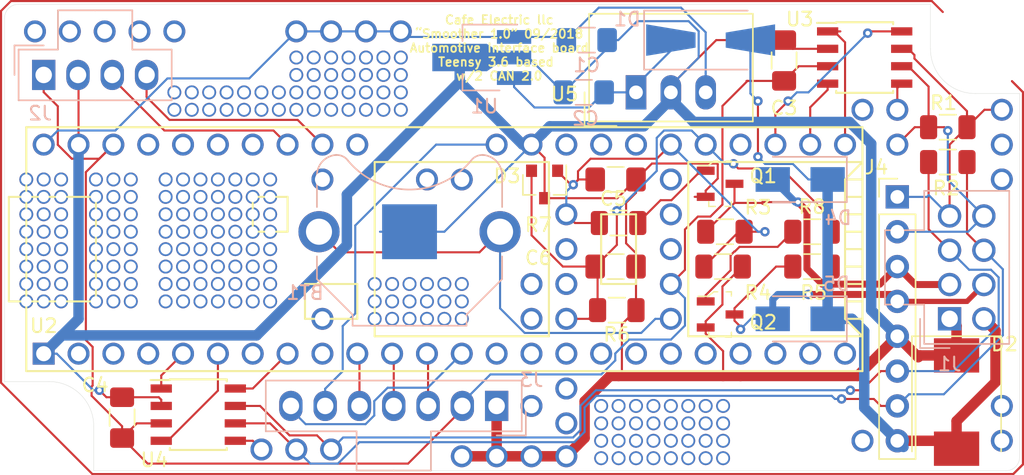
<source format=kicad_pcb>
(kicad_pcb (version 20171130) (host pcbnew "(5.0.0-3-g5ebb6b6)")

  (general
    (thickness 1.5875)
    (drawings 13)
    (tracks 443)
    (zones 0)
    (modules 268)
    (nets 97)
  )

  (page USLetter)
  (title_block
    (title Smoother)
    (date 2018-09-11)
    (company "Cafe Electric LLC")
  )

  (layers
    (0 F.Cu signal)
    (31 B.Cu signal hide)
    (36 B.SilkS user hide)
    (37 F.SilkS user)
    (38 B.Mask user hide)
    (39 F.Mask user hide)
    (40 Dwgs.User user hide)
    (41 Cmts.User user)
    (44 Edge.Cuts user)
    (45 Margin user)
    (46 B.CrtYd user hide)
    (47 F.CrtYd user hide)
    (48 B.Fab user hide)
    (49 F.Fab user hide)
  )

  (setup
    (last_trace_width 0.1524)
    (trace_clearance 0.1524)
    (zone_clearance 0.508)
    (zone_45_only no)
    (trace_min 0.1524)
    (segment_width 0.2)
    (edge_width 0.0254)
    (via_size 0.6858)
    (via_drill 0.3302)
    (via_min_size 0.508)
    (via_min_drill 0.254)
    (uvia_size 0.6858)
    (uvia_drill 0.3302)
    (uvias_allowed no)
    (uvia_min_size 0.2)
    (uvia_min_drill 0.1)
    (pcb_text_width 0.3)
    (pcb_text_size 1.5 1.5)
    (mod_edge_width 0.15)
    (mod_text_size 1 1)
    (mod_text_width 0.15)
    (pad_size 2.5 2.5)
    (pad_drill 2.5)
    (pad_to_mask_clearance 0.0508)
    (aux_axis_origin 16.503074 14.985778)
    (grid_origin 22.853074 30.225778)
    (visible_elements FFFFFF7F)
    (pcbplotparams
      (layerselection 0x010fc_ffffffff)
      (usegerberextensions false)
      (usegerberattributes false)
      (usegerberadvancedattributes false)
      (creategerberjobfile false)
      (excludeedgelayer true)
      (linewidth 0.100000)
      (plotframeref false)
      (viasonmask false)
      (mode 1)
      (useauxorigin false)
      (hpglpennumber 1)
      (hpglpenspeed 20)
      (hpglpendiameter 15.000000)
      (psnegative false)
      (psa4output false)
      (plotreference true)
      (plotvalue true)
      (plotinvisibletext false)
      (padsonsilk false)
      (subtractmaskfromsilk false)
      (outputformat 1)
      (mirror false)
      (drillshape 1)
      (scaleselection 1)
      (outputdirectory ""))
  )

  (net 0 "")
  (net 1 GND)
  (net 2 "Net-(C2-Pad1)")
  (net 3 "Net-(D1-Pad2)")
  (net 4 "Net-(U2-Pad17)")
  (net 5 "Net-(U2-Pad18)")
  (net 6 "Net-(U2-Pad19)")
  (net 7 "Net-(U2-Pad20)")
  (net 8 "Net-(U2-Pad16)")
  (net 9 "Net-(U2-Pad15)")
  (net 10 "Net-(U2-Pad14)")
  (net 11 "Net-(U2-Pad21)")
  (net 12 "Net-(U2-Pad22)")
  (net 13 "Net-(U2-Pad23)")
  (net 14 "Net-(U2-Pad24)")
  (net 15 "Net-(U2-Pad27)")
  (net 16 "Net-(U2-Pad28)")
  (net 17 "Net-(U2-Pad29)")
  (net 18 "Net-(U2-Pad30)")
  (net 19 "Net-(U2-Pad31)")
  (net 20 "Net-(U2-Pad32)")
  (net 21 "Net-(U2-Pad33)")
  (net 22 "Net-(U2-Pad36)")
  (net 23 "Net-(U2-Pad37)")
  (net 24 "Net-(U2-Pad9)")
  (net 25 "Net-(U2-Pad8)")
  (net 26 "Net-(U2-Pad7)")
  (net 27 "Net-(U2-Pad6)")
  (net 28 "Net-(U2-Pad5)")
  (net 29 "Net-(U2-Pad4)")
  (net 30 "Net-(U2-Pad3)")
  (net 31 "Net-(U2-Pad2)")
  (net 32 "Net-(U2-Pad38)")
  (net 33 "Net-(U2-Pad41)")
  (net 34 "Net-(U2-Pad42)")
  (net 35 "Net-(U2-Pad43)")
  (net 36 "Net-(U2-Pad44)")
  (net 37 "Net-(U2-Pad47)")
  (net 38 "Net-(U2-Pad48)")
  (net 39 "Net-(U2-Pad49)")
  (net 40 "Net-(U2-Pad50)")
  (net 41 "Net-(U2-Pad54)")
  (net 42 "Net-(U2-Pad55)")
  (net 43 "Net-(U2-Pad56)")
  (net 44 "Net-(U2-Pad57)")
  (net 45 "Net-(U2-Pad63)")
  (net 46 "Net-(U2-Pad64)")
  (net 47 "Net-(U2-Pad65)")
  (net 48 "Net-(U2-Pad66)")
  (net 49 "Net-(U2-Pad67)")
  (net 50 "Net-(U2-Pad68)")
  (net 51 "Net-(U2-Pad69)")
  (net 52 "Net-(U2-Pad70)")
  (net 53 "Net-(U2-Pad71)")
  (net 54 "Net-(U2-Pad72)")
  (net 55 "Net-(U2-Pad73)")
  (net 56 "Net-(U2-Pad75)")
  (net 57 "Net-(U2-Pad76)")
  (net 58 "Net-(U2-Pad77)")
  (net 59 "Net-(U2-Pad78)")
  (net 60 "Net-(U2-Pad79)")
  (net 61 "Net-(U2-Pad80)")
  (net 62 "Net-(U2-Pad81)")
  (net 63 "Net-(U2-Pad82)")
  (net 64 "Net-(U2-Pad83)")
  (net 65 "Net-(U2-Pad84)")
  (net 66 "Net-(U2-Pad85)")
  (net 67 "Net-(U2-Pad86)")
  (net 68 "Net-(U2-Pad59)")
  (net 69 "Net-(U2-Pad60)")
  (net 70 "Net-(U2-Pad62)")
  (net 71 "Net-(U2-Pad74)")
  (net 72 "Net-(U2-Pad61)")
  (net 73 +5V)
  (net 74 "Net-(J2-Pad3)")
  (net 75 "Net-(J2-Pad4)")
  (net 76 "Net-(J3-Pad3)")
  (net 77 "Net-(J3-Pad4)")
  (net 78 "Net-(J3-Pad5)")
  (net 79 "Net-(J3-Pad6)")
  (net 80 +3V3)
  (net 81 "Net-(J3-Pad7)")
  (net 82 CAN2H)
  (net 83 CAN2L)
  (net 84 CAN1L)
  (net 85 CAN1H)
  (net 86 "Net-(U2-Pad58)")
  (net 87 "Net-(BT1-Pad1)")
  (net 88 "Net-(D4-Pad2)")
  (net 89 "Net-(D5-Pad2)")
  (net 90 "Net-(Q1-Pad1)")
  (net 91 "Net-(Q2-Pad1)")
  (net 92 "Net-(J15-Pad1)")
  (net 93 "Net-(J16-Pad1)")
  (net 94 "Net-(J21-Pad1)")
  (net 95 2IO)
  (net 96 6IO)

  (net_class Default "This is the default net class."
    (clearance 0.1524)
    (trace_width 0.1524)
    (via_dia 0.6858)
    (via_drill 0.3302)
    (uvia_dia 0.6858)
    (uvia_drill 0.3302)
    (add_net +3V3)
    (add_net +5V)
    (add_net 2IO)
    (add_net 6IO)
    (add_net CAN1H)
    (add_net CAN1L)
    (add_net CAN2H)
    (add_net CAN2L)
    (add_net GND)
    (add_net "Net-(BT1-Pad1)")
    (add_net "Net-(C2-Pad1)")
    (add_net "Net-(D1-Pad2)")
    (add_net "Net-(D4-Pad2)")
    (add_net "Net-(D5-Pad2)")
    (add_net "Net-(J15-Pad1)")
    (add_net "Net-(J16-Pad1)")
    (add_net "Net-(J2-Pad3)")
    (add_net "Net-(J2-Pad4)")
    (add_net "Net-(J21-Pad1)")
    (add_net "Net-(J3-Pad3)")
    (add_net "Net-(J3-Pad4)")
    (add_net "Net-(J3-Pad5)")
    (add_net "Net-(J3-Pad6)")
    (add_net "Net-(J3-Pad7)")
    (add_net "Net-(Q1-Pad1)")
    (add_net "Net-(Q2-Pad1)")
    (add_net "Net-(U2-Pad14)")
    (add_net "Net-(U2-Pad15)")
    (add_net "Net-(U2-Pad16)")
    (add_net "Net-(U2-Pad17)")
    (add_net "Net-(U2-Pad18)")
    (add_net "Net-(U2-Pad19)")
    (add_net "Net-(U2-Pad2)")
    (add_net "Net-(U2-Pad20)")
    (add_net "Net-(U2-Pad21)")
    (add_net "Net-(U2-Pad22)")
    (add_net "Net-(U2-Pad23)")
    (add_net "Net-(U2-Pad24)")
    (add_net "Net-(U2-Pad27)")
    (add_net "Net-(U2-Pad28)")
    (add_net "Net-(U2-Pad29)")
    (add_net "Net-(U2-Pad3)")
    (add_net "Net-(U2-Pad30)")
    (add_net "Net-(U2-Pad31)")
    (add_net "Net-(U2-Pad32)")
    (add_net "Net-(U2-Pad33)")
    (add_net "Net-(U2-Pad36)")
    (add_net "Net-(U2-Pad37)")
    (add_net "Net-(U2-Pad38)")
    (add_net "Net-(U2-Pad4)")
    (add_net "Net-(U2-Pad41)")
    (add_net "Net-(U2-Pad42)")
    (add_net "Net-(U2-Pad43)")
    (add_net "Net-(U2-Pad44)")
    (add_net "Net-(U2-Pad47)")
    (add_net "Net-(U2-Pad48)")
    (add_net "Net-(U2-Pad49)")
    (add_net "Net-(U2-Pad5)")
    (add_net "Net-(U2-Pad50)")
    (add_net "Net-(U2-Pad54)")
    (add_net "Net-(U2-Pad55)")
    (add_net "Net-(U2-Pad56)")
    (add_net "Net-(U2-Pad57)")
    (add_net "Net-(U2-Pad58)")
    (add_net "Net-(U2-Pad59)")
    (add_net "Net-(U2-Pad6)")
    (add_net "Net-(U2-Pad60)")
    (add_net "Net-(U2-Pad61)")
    (add_net "Net-(U2-Pad62)")
    (add_net "Net-(U2-Pad63)")
    (add_net "Net-(U2-Pad64)")
    (add_net "Net-(U2-Pad65)")
    (add_net "Net-(U2-Pad66)")
    (add_net "Net-(U2-Pad67)")
    (add_net "Net-(U2-Pad68)")
    (add_net "Net-(U2-Pad69)")
    (add_net "Net-(U2-Pad7)")
    (add_net "Net-(U2-Pad70)")
    (add_net "Net-(U2-Pad71)")
    (add_net "Net-(U2-Pad72)")
    (add_net "Net-(U2-Pad73)")
    (add_net "Net-(U2-Pad74)")
    (add_net "Net-(U2-Pad75)")
    (add_net "Net-(U2-Pad76)")
    (add_net "Net-(U2-Pad77)")
    (add_net "Net-(U2-Pad78)")
    (add_net "Net-(U2-Pad79)")
    (add_net "Net-(U2-Pad8)")
    (add_net "Net-(U2-Pad80)")
    (add_net "Net-(U2-Pad81)")
    (add_net "Net-(U2-Pad82)")
    (add_net "Net-(U2-Pad83)")
    (add_net "Net-(U2-Pad84)")
    (add_net "Net-(U2-Pad85)")
    (add_net "Net-(U2-Pad86)")
    (add_net "Net-(U2-Pad9)")
  )

  (net_class GND ""
    (clearance 0.1524)
    (trace_width 0.2032)
    (via_dia 0.6858)
    (via_drill 0.3302)
    (uvia_dia 0.6858)
    (uvia_drill 0.3302)
  )

  (module Custom:Single_43_63_PTH (layer F.Cu) (tedit 5B9B2E79) (tstamp 5BC1DF24)
    (at 50.793074 32.765778)
    (fp_text reference REF** (at 0 0.5) (layer F.SilkS) hide
      (effects (font (size 1 1) (thickness 0.15)))
    )
    (fp_text value Single_43_63_PTH (at 0 -0.5) (layer F.Fab) hide
      (effects (font (size 1 1) (thickness 0.15)))
    )
    (pad 1 thru_hole circle (at 0 0) (size 1.6002 1.6002) (drill 1.0922) (layers *.Cu *.Mask))
  )

  (module Custom:Single_43_63_PTH (layer F.Cu) (tedit 5B9B2E79) (tstamp 5BC1DF24)
    (at 53.333074 32.765778)
    (fp_text reference REF** (at 0 0.5) (layer F.SilkS) hide
      (effects (font (size 1 1) (thickness 0.15)))
    )
    (fp_text value Single_43_63_PTH (at 0 -0.5) (layer F.Fab) hide
      (effects (font (size 1 1) (thickness 0.15)))
    )
    (pad 1 thru_hole circle (at 0 0) (size 1.6002 1.6002) (drill 1.0922) (layers *.Cu *.Mask))
  )

  (module Custom:Single_43_63_PTH (layer F.Cu) (tedit 5B9B2E79) (tstamp 5BC1DF24)
    (at 82.543074 27.685778)
    (fp_text reference REF** (at 0 0.5) (layer F.SilkS) hide
      (effects (font (size 1 1) (thickness 0.15)))
    )
    (fp_text value Single_43_63_PTH (at 0 -0.5) (layer F.Fab) hide
      (effects (font (size 1 1) (thickness 0.15)))
    )
    (pad 1 thru_hole circle (at 0 0) (size 1.6002 1.6002) (drill 1.0922) (layers *.Cu *.Mask))
  )

  (module Custom:Single_43_63_PTH (layer F.Cu) (tedit 5B9B2E79) (tstamp 5BC1DF24)
    (at 92.703074 32.765778)
    (fp_text reference REF** (at 0 0.5) (layer F.SilkS) hide
      (effects (font (size 1 1) (thickness 0.15)))
    )
    (fp_text value Single_43_63_PTH (at 0 -0.5) (layer F.Fab) hide
      (effects (font (size 1 1) (thickness 0.15)))
    )
    (pad 1 thru_hole circle (at 0 0) (size 1.6002 1.6002) (drill 1.0922) (layers *.Cu *.Mask))
  )

  (module Custom:Single_43_63_PTH (layer F.Cu) (tedit 5B9B2E79) (tstamp 5BC1DF24)
    (at 92.703074 30.225778)
    (fp_text reference REF** (at 0 0.5) (layer F.SilkS) hide
      (effects (font (size 1 1) (thickness 0.15)))
    )
    (fp_text value Single_43_63_PTH (at 0 -0.5) (layer F.Fab) hide
      (effects (font (size 1 1) (thickness 0.15)))
    )
    (pad 1 thru_hole circle (at 0 0) (size 1.6002 1.6002) (drill 1.0922) (layers *.Cu *.Mask))
  )

  (module Custom:Single_43_63_PTH (layer F.Cu) (tedit 5B9B2E79) (tstamp 5BC1DF24)
    (at 82.543074 51.815778)
    (fp_text reference REF** (at 0 0.5) (layer F.SilkS) hide
      (effects (font (size 1 1) (thickness 0.15)))
    )
    (fp_text value Single_43_63_PTH (at 0 -0.5) (layer F.Fab) hide
      (effects (font (size 1 1) (thickness 0.15)))
    )
    (pad 1 thru_hole circle (at 0 0) (size 1.6002 1.6002) (drill 1.0922) (layers *.Cu *.Mask))
  )

  (module Custom:Single_43_63_PTH (layer F.Cu) (tedit 5B9B2E79) (tstamp 5BC1DF24)
    (at 58.413074 49.275778)
    (fp_text reference REF** (at 0 0.5) (layer F.SilkS) hide
      (effects (font (size 1 1) (thickness 0.15)))
    )
    (fp_text value Single_43_63_PTH (at 0 -0.5) (layer F.Fab) hide
      (effects (font (size 1 1) (thickness 0.15)))
    )
    (pad 1 thru_hole circle (at 0 0) (size 1.6002 1.6002) (drill 1.0922) (layers *.Cu *.Mask))
  )

  (module Custom:Single_43_63_PTH (layer F.Cu) (tedit 5B9B2E79) (tstamp 5BC1DF24)
    (at 43.173074 42.925778)
    (fp_text reference REF** (at 0 0.5) (layer F.SilkS) hide
      (effects (font (size 1 1) (thickness 0.15)))
    )
    (fp_text value Single_43_63_PTH (at 0 -0.5) (layer F.Fab) hide
      (effects (font (size 1 1) (thickness 0.15)))
    )
    (pad 1 thru_hole circle (at 0 0) (size 1.6002 1.6002) (drill 1.0922) (layers *.Cu *.Mask))
  )

  (module Custom:Single_43_63_PTH (layer F.Cu) (tedit 5B9B2E79) (tstamp 5BC1DF24)
    (at 45.713074 30.225778)
    (fp_text reference REF** (at 0 0.5) (layer F.SilkS) hide
      (effects (font (size 1 1) (thickness 0.15)))
    )
    (fp_text value Single_43_63_PTH (at 0 -0.5) (layer F.Fab) hide
      (effects (font (size 1 1) (thickness 0.15)))
    )
    (pad 1 thru_hole circle (at 0 0) (size 1.6002 1.6002) (drill 1.0922) (layers *.Cu *.Mask))
  )

  (module Custom:Single_43_63_PTH (layer F.Cu) (tedit 5B9B2E79) (tstamp 5BC1DF24)
    (at 43.173074 32.765778)
    (fp_text reference REF** (at 0 0.5) (layer F.SilkS) hide
      (effects (font (size 1 1) (thickness 0.15)))
    )
    (fp_text value Single_43_63_PTH (at 0 -0.5) (layer F.Fab) hide
      (effects (font (size 1 1) (thickness 0.15)))
    )
    (pad 1 thru_hole circle (at 0 0) (size 1.6002 1.6002) (drill 1.0922) (layers *.Cu *.Mask))
  )

  (module Custom:Single_43_63_PTH (layer F.Cu) (tedit 5B9B2E79) (tstamp 5BC1DF24)
    (at 32.378074 21.970778)
    (fp_text reference REF** (at 0 0.5) (layer F.SilkS) hide
      (effects (font (size 1 1) (thickness 0.15)))
    )
    (fp_text value Single_43_63_PTH (at 0 -0.5) (layer F.Fab) hide
      (effects (font (size 1 1) (thickness 0.15)))
    )
    (pad 1 thru_hole circle (at 0 0) (size 1.6002 1.6002) (drill 1.0922) (layers *.Cu *.Mask))
  )

  (module Custom:Single30_40 (layer F.Cu) (tedit 5B9B3C0E) (tstamp 5BC1DE02)
    (at 50.793074 42.925778)
    (fp_text reference REF** (at 0 0.5) (layer F.SilkS) hide
      (effects (font (size 1 1) (thickness 0.15)))
    )
    (fp_text value Single30_40 (at 0 -0.5) (layer F.Fab) hide
      (effects (font (size 1 1) (thickness 0.15)))
    )
    (pad 1 thru_hole circle (at 0 0) (size 1.016 1.016) (drill 0.762) (layers *.Cu *.Mask))
  )

  (module Custom:Single30_40 (layer F.Cu) (tedit 5B9B3C0E) (tstamp 5BC1DDFE)
    (at 53.333074 42.925778)
    (fp_text reference REF** (at 0 0.5) (layer F.SilkS) hide
      (effects (font (size 1 1) (thickness 0.15)))
    )
    (fp_text value Single30_40 (at 0 -0.5) (layer F.Fab) hide
      (effects (font (size 1 1) (thickness 0.15)))
    )
    (pad 1 thru_hole circle (at 0 0) (size 1.016 1.016) (drill 0.762) (layers *.Cu *.Mask))
  )

  (module Custom:Single30_40 (layer F.Cu) (tedit 5B9B3C0E) (tstamp 5BC1DDFA)
    (at 52.063074 42.925778)
    (fp_text reference REF** (at 0 0.5) (layer F.SilkS) hide
      (effects (font (size 1 1) (thickness 0.15)))
    )
    (fp_text value Single30_40 (at 0 -0.5) (layer F.Fab) hide
      (effects (font (size 1 1) (thickness 0.15)))
    )
    (pad 1 thru_hole circle (at 0 0) (size 1.016 1.016) (drill 0.762) (layers *.Cu *.Mask))
  )

  (module Custom:Single30_40 (layer F.Cu) (tedit 5B9B3C0E) (tstamp 5BC1DE02)
    (at 46.983074 42.925778)
    (fp_text reference REF** (at 0 0.5) (layer F.SilkS) hide
      (effects (font (size 1 1) (thickness 0.15)))
    )
    (fp_text value Single30_40 (at 0 -0.5) (layer F.Fab) hide
      (effects (font (size 1 1) (thickness 0.15)))
    )
    (pad 1 thru_hole circle (at 0 0) (size 1.016 1.016) (drill 0.762) (layers *.Cu *.Mask))
  )

  (module Custom:Single30_40 (layer F.Cu) (tedit 5B9B3C0E) (tstamp 5BC1DDFE)
    (at 49.523074 42.925778)
    (fp_text reference REF** (at 0 0.5) (layer F.SilkS) hide
      (effects (font (size 1 1) (thickness 0.15)))
    )
    (fp_text value Single30_40 (at 0 -0.5) (layer F.Fab) hide
      (effects (font (size 1 1) (thickness 0.15)))
    )
    (pad 1 thru_hole circle (at 0 0) (size 1.016 1.016) (drill 0.762) (layers *.Cu *.Mask))
  )

  (module Custom:Single30_40 (layer F.Cu) (tedit 5B9B3C0E) (tstamp 5BC1DDFA)
    (at 48.253074 42.925778)
    (fp_text reference REF** (at 0 0.5) (layer F.SilkS) hide
      (effects (font (size 1 1) (thickness 0.15)))
    )
    (fp_text value Single30_40 (at 0 -0.5) (layer F.Fab) hide
      (effects (font (size 1 1) (thickness 0.15)))
    )
    (pad 1 thru_hole circle (at 0 0) (size 1.016 1.016) (drill 0.762) (layers *.Cu *.Mask))
  )

  (module Custom:Single30_40 (layer F.Cu) (tedit 5B9B3C0E) (tstamp 5BC1DE02)
    (at 50.793074 41.655778)
    (fp_text reference REF** (at 0 0.5) (layer F.SilkS) hide
      (effects (font (size 1 1) (thickness 0.15)))
    )
    (fp_text value Single30_40 (at 0 -0.5) (layer F.Fab) hide
      (effects (font (size 1 1) (thickness 0.15)))
    )
    (pad 1 thru_hole circle (at 0 0) (size 1.016 1.016) (drill 0.762) (layers *.Cu *.Mask))
  )

  (module Custom:Single30_40 (layer F.Cu) (tedit 5B9B3C0E) (tstamp 5BC1DDFE)
    (at 53.333074 41.655778)
    (fp_text reference REF** (at 0 0.5) (layer F.SilkS) hide
      (effects (font (size 1 1) (thickness 0.15)))
    )
    (fp_text value Single30_40 (at 0 -0.5) (layer F.Fab) hide
      (effects (font (size 1 1) (thickness 0.15)))
    )
    (pad 1 thru_hole circle (at 0 0) (size 1.016 1.016) (drill 0.762) (layers *.Cu *.Mask))
  )

  (module Custom:Single30_40 (layer F.Cu) (tedit 5B9B3C0E) (tstamp 5BC1DDFA)
    (at 52.063074 41.655778)
    (fp_text reference REF** (at 0 0.5) (layer F.SilkS) hide
      (effects (font (size 1 1) (thickness 0.15)))
    )
    (fp_text value Single30_40 (at 0 -0.5) (layer F.Fab) hide
      (effects (font (size 1 1) (thickness 0.15)))
    )
    (pad 1 thru_hole circle (at 0 0) (size 1.016 1.016) (drill 0.762) (layers *.Cu *.Mask))
  )

  (module Custom:Single30_40 (layer F.Cu) (tedit 5B9B3C0E) (tstamp 5BC1DE02)
    (at 46.983074 41.655778)
    (fp_text reference REF** (at 0 0.5) (layer F.SilkS) hide
      (effects (font (size 1 1) (thickness 0.15)))
    )
    (fp_text value Single30_40 (at 0 -0.5) (layer F.Fab) hide
      (effects (font (size 1 1) (thickness 0.15)))
    )
    (pad 1 thru_hole circle (at 0 0) (size 1.016 1.016) (drill 0.762) (layers *.Cu *.Mask))
  )

  (module Custom:Single30_40 (layer F.Cu) (tedit 5B9B3C0E) (tstamp 5BC1DDFE)
    (at 49.523074 41.655778)
    (fp_text reference REF** (at 0 0.5) (layer F.SilkS) hide
      (effects (font (size 1 1) (thickness 0.15)))
    )
    (fp_text value Single30_40 (at 0 -0.5) (layer F.Fab) hide
      (effects (font (size 1 1) (thickness 0.15)))
    )
    (pad 1 thru_hole circle (at 0 0) (size 1.016 1.016) (drill 0.762) (layers *.Cu *.Mask))
  )

  (module Custom:Single30_40 (layer F.Cu) (tedit 5B9B3C0E) (tstamp 5BC1DDFA)
    (at 48.253074 41.655778)
    (fp_text reference REF** (at 0 0.5) (layer F.SilkS) hide
      (effects (font (size 1 1) (thickness 0.15)))
    )
    (fp_text value Single30_40 (at 0 -0.5) (layer F.Fab) hide
      (effects (font (size 1 1) (thickness 0.15)))
    )
    (pad 1 thru_hole circle (at 0 0) (size 1.016 1.016) (drill 0.762) (layers *.Cu *.Mask))
  )

  (module Custom:Single30_40 (layer F.Cu) (tedit 5B9B3C0E) (tstamp 5BC1DE02)
    (at 50.793074 40.385778)
    (fp_text reference REF** (at 0 0.5) (layer F.SilkS) hide
      (effects (font (size 1 1) (thickness 0.15)))
    )
    (fp_text value Single30_40 (at 0 -0.5) (layer F.Fab) hide
      (effects (font (size 1 1) (thickness 0.15)))
    )
    (pad 1 thru_hole circle (at 0 0) (size 1.016 1.016) (drill 0.762) (layers *.Cu *.Mask))
  )

  (module Custom:Single30_40 (layer F.Cu) (tedit 5B9B3C0E) (tstamp 5BC1DDFE)
    (at 53.333074 40.385778)
    (fp_text reference REF** (at 0 0.5) (layer F.SilkS) hide
      (effects (font (size 1 1) (thickness 0.15)))
    )
    (fp_text value Single30_40 (at 0 -0.5) (layer F.Fab) hide
      (effects (font (size 1 1) (thickness 0.15)))
    )
    (pad 1 thru_hole circle (at 0 0) (size 1.016 1.016) (drill 0.762) (layers *.Cu *.Mask))
  )

  (module Custom:Single30_40 (layer F.Cu) (tedit 5B9B3C0E) (tstamp 5BC1DDFA)
    (at 52.063074 40.385778)
    (fp_text reference REF** (at 0 0.5) (layer F.SilkS) hide
      (effects (font (size 1 1) (thickness 0.15)))
    )
    (fp_text value Single30_40 (at 0 -0.5) (layer F.Fab) hide
      (effects (font (size 1 1) (thickness 0.15)))
    )
    (pad 1 thru_hole circle (at 0 0) (size 1.016 1.016) (drill 0.762) (layers *.Cu *.Mask))
  )

  (module Custom:Single30_40 (layer F.Cu) (tedit 5B9B3C0E) (tstamp 5BC1DE02)
    (at 46.983074 40.385778)
    (fp_text reference REF** (at 0 0.5) (layer F.SilkS) hide
      (effects (font (size 1 1) (thickness 0.15)))
    )
    (fp_text value Single30_40 (at 0 -0.5) (layer F.Fab) hide
      (effects (font (size 1 1) (thickness 0.15)))
    )
    (pad 1 thru_hole circle (at 0 0) (size 1.016 1.016) (drill 0.762) (layers *.Cu *.Mask))
  )

  (module Custom:Single30_40 (layer F.Cu) (tedit 5B9B3C0E) (tstamp 5BC1DDFE)
    (at 49.523074 40.385778)
    (fp_text reference REF** (at 0 0.5) (layer F.SilkS) hide
      (effects (font (size 1 1) (thickness 0.15)))
    )
    (fp_text value Single30_40 (at 0 -0.5) (layer F.Fab) hide
      (effects (font (size 1 1) (thickness 0.15)))
    )
    (pad 1 thru_hole circle (at 0 0) (size 1.016 1.016) (drill 0.762) (layers *.Cu *.Mask))
  )

  (module Custom:Single30_40 (layer F.Cu) (tedit 5B9B3C0E) (tstamp 5BC1DDFA)
    (at 48.253074 40.385778)
    (fp_text reference REF** (at 0 0.5) (layer F.SilkS) hide
      (effects (font (size 1 1) (thickness 0.15)))
    )
    (fp_text value Single30_40 (at 0 -0.5) (layer F.Fab) hide
      (effects (font (size 1 1) (thickness 0.15)))
    )
    (pad 1 thru_hole circle (at 0 0) (size 1.016 1.016) (drill 0.762) (layers *.Cu *.Mask))
  )

  (module teensy:Teensy35_36 (layer F.Cu) (tedit 5B9B2E19) (tstamp 5BB30A66)
    (at 52.063074 37.845778)
    (path /5B9AB2F7)
    (fp_text reference U2 (at -29.21 5.588) (layer F.SilkS)
      (effects (font (size 1 1) (thickness 0.15)))
    )
    (fp_text value Teensy3.6 (at 0 10.16) (layer F.Fab)
      (effects (font (size 1 1) (thickness 0.15)))
    )
    (fp_line (start -13.97 -3.81) (end -13.97 -1.27) (layer F.SilkS) (width 0.15))
    (fp_line (start -13.97 -1.27) (end -11.43 -1.27) (layer F.SilkS) (width 0.15))
    (fp_line (start -11.43 -1.27) (end -11.43 -3.81) (layer F.SilkS) (width 0.15))
    (fp_line (start -11.43 -3.81) (end -13.97 -3.81) (layer F.SilkS) (width 0.15))
    (fp_line (start -6.35 5.08) (end -10.16 5.08) (layer F.SilkS) (width 0.15))
    (fp_line (start -10.16 5.08) (end -10.16 2.54) (layer F.SilkS) (width 0.15))
    (fp_line (start -10.16 2.54) (end -6.35 2.54) (layer F.SilkS) (width 0.15))
    (fp_line (start -6.35 2.54) (end -6.35 5.08) (layer F.SilkS) (width 0.15))
    (fp_line (start 7.62 6.35) (end 7.62 -6.35) (layer F.SilkS) (width 0.15))
    (fp_line (start -5.08 -6.35) (end -5.08 6.35) (layer F.SilkS) (width 0.15))
    (fp_line (start -5.08 6.35) (end 7.62 6.35) (layer F.SilkS) (width 0.15))
    (fp_line (start -5.08 -6.35) (end 7.62 -6.35) (layer F.SilkS) (width 0.15))
    (fp_line (start 29.21 5.08) (end 30.48 5.08) (layer F.SilkS) (width 0.15))
    (fp_line (start 29.21 3.81) (end 30.48 3.81) (layer F.SilkS) (width 0.15))
    (fp_line (start 29.21 2.54) (end 30.48 2.54) (layer F.SilkS) (width 0.15))
    (fp_line (start 29.21 1.27) (end 30.48 1.27) (layer F.SilkS) (width 0.15))
    (fp_line (start 29.21 0) (end 30.48 0) (layer F.SilkS) (width 0.15))
    (fp_line (start 29.21 -1.27) (end 30.48 -1.27) (layer F.SilkS) (width 0.15))
    (fp_line (start 29.21 -2.54) (end 30.48 -2.54) (layer F.SilkS) (width 0.15))
    (fp_line (start 29.21 -3.81) (end 30.48 -3.81) (layer F.SilkS) (width 0.15))
    (fp_line (start 29.21 -5.08) (end 30.48 -5.08) (layer F.SilkS) (width 0.15))
    (fp_line (start 30.48 6.35) (end 29.21 5.08) (layer F.SilkS) (width 0.15))
    (fp_line (start 29.21 5.08) (end 29.21 -5.08) (layer F.SilkS) (width 0.15))
    (fp_line (start 29.21 -5.08) (end 30.48 -6.35) (layer F.SilkS) (width 0.15))
    (fp_line (start 30.48 -6.35) (end 17.78 -6.35) (layer F.SilkS) (width 0.15))
    (fp_line (start 17.78 -6.35) (end 17.78 6.35) (layer F.SilkS) (width 0.15))
    (fp_line (start 17.78 6.35) (end 30.48 6.35) (layer F.SilkS) (width 0.15))
    (fp_line (start 30.48 -8.89) (end -30.48 -8.89) (layer F.SilkS) (width 0.15))
    (fp_line (start -30.48 8.89) (end 30.48 8.89) (layer F.SilkS) (width 0.15))
    (fp_line (start -30.48 3.81) (end -31.75 3.81) (layer F.SilkS) (width 0.15))
    (fp_line (start -31.75 3.81) (end -31.75 -3.81) (layer F.SilkS) (width 0.15))
    (fp_line (start -31.75 -3.81) (end -30.48 -3.81) (layer F.SilkS) (width 0.15))
    (fp_line (start -25.4 3.81) (end -25.4 -3.81) (layer F.SilkS) (width 0.15))
    (fp_line (start -25.4 -3.81) (end -30.48 -3.81) (layer F.SilkS) (width 0.15))
    (fp_line (start -25.4 3.81) (end -30.48 3.81) (layer F.SilkS) (width 0.15))
    (fp_line (start 13.97 -2.54) (end 13.97 2.54) (layer F.SilkS) (width 0.15))
    (fp_line (start 13.97 2.54) (end 11.43 2.54) (layer F.SilkS) (width 0.15))
    (fp_line (start 11.43 2.54) (end 11.43 -2.54) (layer F.SilkS) (width 0.15))
    (fp_line (start 11.43 -2.54) (end 13.97 -2.54) (layer F.SilkS) (width 0.15))
    (fp_line (start 30.48 -8.89) (end 30.48 8.89) (layer F.SilkS) (width 0.15))
    (fp_line (start -30.48 8.89) (end -30.48 -8.89) (layer F.SilkS) (width 0.15))
    (pad 17 thru_hole circle (at 11.43 7.62) (size 1.6 1.6) (drill 1.1) (layers *.Cu *.Mask)
      (net 4 "Net-(U2-Pad17)"))
    (pad 18 thru_hole circle (at 13.97 7.62) (size 1.6 1.6) (drill 1.1) (layers *.Cu *.Mask)
      (net 5 "Net-(U2-Pad18)"))
    (pad 19 thru_hole circle (at 16.51 7.62) (size 1.6 1.6) (drill 1.1) (layers *.Cu *.Mask)
      (net 6 "Net-(U2-Pad19)"))
    (pad 20 thru_hole circle (at 19.05 7.62) (size 1.6 1.6) (drill 1.1) (layers *.Cu *.Mask)
      (net 7 "Net-(U2-Pad20)"))
    (pad 16 thru_hole circle (at 8.89 7.62) (size 1.6 1.6) (drill 1.1) (layers *.Cu *.Mask)
      (net 8 "Net-(U2-Pad16)"))
    (pad 15 thru_hole circle (at 6.35 7.62) (size 1.6 1.6) (drill 1.1) (layers *.Cu *.Mask)
      (net 9 "Net-(U2-Pad15)"))
    (pad 14 thru_hole circle (at 3.81 7.62) (size 1.6 1.6) (drill 1.1) (layers *.Cu *.Mask)
      (net 10 "Net-(U2-Pad14)"))
    (pad 21 thru_hole circle (at 21.59 7.62) (size 1.6 1.6) (drill 1.1) (layers *.Cu *.Mask)
      (net 11 "Net-(U2-Pad21)"))
    (pad 22 thru_hole circle (at 24.13 7.62) (size 1.6 1.6) (drill 1.1) (layers *.Cu *.Mask)
      (net 12 "Net-(U2-Pad22)"))
    (pad 23 thru_hole circle (at 26.67 7.62) (size 1.6 1.6) (drill 1.1) (layers *.Cu *.Mask)
      (net 13 "Net-(U2-Pad23)"))
    (pad 24 thru_hole circle (at 29.21 7.62) (size 1.6 1.6) (drill 1.1) (layers *.Cu *.Mask)
      (net 14 "Net-(U2-Pad24)"))
    (pad 25 thru_hole circle (at 16.51 5.08) (size 1.6 1.6) (drill 1.1) (layers *.Cu *.Mask)
      (net 87 "Net-(BT1-Pad1)"))
    (pad 26 thru_hole circle (at 16.51 2.54) (size 1.6 1.6) (drill 1.1) (layers *.Cu *.Mask)
      (net 80 +3V3))
    (pad 27 thru_hole circle (at 16.51 0) (size 1.6 1.6) (drill 1.1) (layers *.Cu *.Mask)
      (net 15 "Net-(U2-Pad27)"))
    (pad 28 thru_hole circle (at 16.51 -2.54) (size 1.6 1.6) (drill 1.1) (layers *.Cu *.Mask)
      (net 16 "Net-(U2-Pad28)"))
    (pad 29 thru_hole circle (at 16.51 -5.08) (size 1.6 1.6) (drill 1.1) (layers *.Cu *.Mask)
      (net 17 "Net-(U2-Pad29)"))
    (pad 30 thru_hole circle (at 29.21 -7.62) (size 1.6 1.6) (drill 1.1) (layers *.Cu *.Mask)
      (net 18 "Net-(U2-Pad30)"))
    (pad 31 thru_hole circle (at 26.67 -7.62) (size 1.6 1.6) (drill 1.1) (layers *.Cu *.Mask)
      (net 19 "Net-(U2-Pad31)"))
    (pad 32 thru_hole circle (at 24.13 -7.62) (size 1.6 1.6) (drill 1.1) (layers *.Cu *.Mask)
      (net 20 "Net-(U2-Pad32)"))
    (pad 33 thru_hole circle (at 21.59 -7.62) (size 1.6 1.6) (drill 1.1) (layers *.Cu *.Mask)
      (net 21 "Net-(U2-Pad33)"))
    (pad 34 thru_hole circle (at 19.05 -7.62) (size 1.6 1.6) (drill 1.1) (layers *.Cu *.Mask)
      (net 96 6IO))
    (pad 35 thru_hole circle (at 16.51 -7.62) (size 1.6 1.6) (drill 1.1) (layers *.Cu *.Mask)
      (net 95 2IO))
    (pad 36 thru_hole circle (at 13.97 -7.62) (size 1.6 1.6) (drill 1.1) (layers *.Cu *.Mask)
      (net 22 "Net-(U2-Pad36)"))
    (pad 37 thru_hole circle (at 11.43 -7.62) (size 1.6 1.6) (drill 1.1) (layers *.Cu *.Mask)
      (net 23 "Net-(U2-Pad37)"))
    (pad 13 thru_hole circle (at 1.27 7.62) (size 1.6 1.6) (drill 1.1) (layers *.Cu *.Mask)
      (net 81 "Net-(J3-Pad7)"))
    (pad 12 thru_hole circle (at -1.27 7.62) (size 1.6 1.6) (drill 1.1) (layers *.Cu *.Mask)
      (net 76 "Net-(J3-Pad3)"))
    (pad 11 thru_hole circle (at -3.81 7.62) (size 1.6 1.6) (drill 1.1) (layers *.Cu *.Mask)
      (net 77 "Net-(J3-Pad4)"))
    (pad 10 thru_hole circle (at -6.35 7.62) (size 1.6 1.6) (drill 1.1) (layers *.Cu *.Mask)
      (net 78 "Net-(J3-Pad5)"))
    (pad 9 thru_hole circle (at -8.89 7.62) (size 1.6 1.6) (drill 1.1) (layers *.Cu *.Mask)
      (net 24 "Net-(U2-Pad9)"))
    (pad 8 thru_hole circle (at -11.43 7.62) (size 1.6 1.6) (drill 1.1) (layers *.Cu *.Mask)
      (net 25 "Net-(U2-Pad8)"))
    (pad 7 thru_hole circle (at -13.97 7.62) (size 1.6 1.6) (drill 1.1) (layers *.Cu *.Mask)
      (net 26 "Net-(U2-Pad7)"))
    (pad 6 thru_hole circle (at -16.51 7.62) (size 1.6 1.6) (drill 1.1) (layers *.Cu *.Mask)
      (net 27 "Net-(U2-Pad6)"))
    (pad 5 thru_hole circle (at -19.05 7.62) (size 1.6 1.6) (drill 1.1) (layers *.Cu *.Mask)
      (net 28 "Net-(U2-Pad5)"))
    (pad 4 thru_hole circle (at -21.59 7.62) (size 1.6 1.6) (drill 1.1) (layers *.Cu *.Mask)
      (net 29 "Net-(U2-Pad4)"))
    (pad 3 thru_hole circle (at -24.13 7.62) (size 1.6 1.6) (drill 1.1) (layers *.Cu *.Mask)
      (net 30 "Net-(U2-Pad3)"))
    (pad 2 thru_hole circle (at -26.67 7.62) (size 1.6 1.6) (drill 1.1) (layers *.Cu *.Mask)
      (net 31 "Net-(U2-Pad2)"))
    (pad 1 thru_hole rect (at -29.21 7.62) (size 1.6 1.6) (drill 1.1) (layers *.Cu *.Mask)
      (net 1 GND))
    (pad 38 thru_hole circle (at 8.89 -7.62) (size 1.6 1.6) (drill 1.1) (layers *.Cu *.Mask)
      (net 32 "Net-(U2-Pad38)"))
    (pad 39 thru_hole circle (at 6.35 -7.62) (size 1.6 1.6) (drill 1.1) (layers *.Cu *.Mask)
      (net 1 GND))
    (pad 40 thru_hole circle (at 3.81 -7.62) (size 1.6 1.6) (drill 1.1) (layers *.Cu *.Mask)
      (net 79 "Net-(J3-Pad6)"))
    (pad 41 connect circle (at 1.27 -7.62) (size 1.6 1.6) (layers Dwgs.User)
      (net 33 "Net-(U2-Pad41)"))
    (pad 42 connect circle (at -1.27 -7.62) (size 1.6 1.6) (layers Dwgs.User)
      (net 34 "Net-(U2-Pad42)"))
    (pad 43 connect circle (at -3.81 -7.62) (size 1.6 1.6) (layers Dwgs.User)
      (net 35 "Net-(U2-Pad43)"))
    (pad 44 connect circle (at -6.35 -7.62) (size 1.6 1.6) (layers Dwgs.User)
      (net 36 "Net-(U2-Pad44)"))
    (pad 45 thru_hole circle (at -8.89 -7.62) (size 1.6 1.6) (drill 1.1) (layers *.Cu *.Mask)
      (net 75 "Net-(J2-Pad4)"))
    (pad 46 thru_hole circle (at -11.43 -7.62) (size 1.6 1.6) (drill 1.1) (layers *.Cu *.Mask)
      (net 74 "Net-(J2-Pad3)"))
    (pad 47 thru_hole circle (at -13.97 -7.62) (size 1.6 1.6) (drill 1.1) (layers *.Cu *.Mask)
      (net 37 "Net-(U2-Pad47)"))
    (pad 48 thru_hole circle (at -16.51 -7.62) (size 1.6 1.6) (drill 1.1) (layers *.Cu *.Mask)
      (net 38 "Net-(U2-Pad48)"))
    (pad 49 thru_hole circle (at -19.05 -7.62) (size 1.6 1.6) (drill 1.1) (layers *.Cu *.Mask)
      (net 39 "Net-(U2-Pad49)"))
    (pad 50 thru_hole circle (at -21.59 -7.62) (size 1.6 1.6) (drill 1.1) (layers *.Cu *.Mask)
      (net 40 "Net-(U2-Pad50)"))
    (pad 51 thru_hole circle (at -24.13 -7.62) (size 1.6 1.6) (drill 1.1) (layers *.Cu *.Mask)
      (net 80 +3V3))
    (pad 52 thru_hole circle (at -26.67 -7.62) (size 1.6 1.6) (drill 1.1) (layers *.Cu *.Mask)
      (net 1 GND))
    (pad 53 thru_hole circle (at -29.21 -7.62) (size 1.6 1.6) (drill 1.1) (layers *.Cu *.Mask)
      (net 73 +5V))
    (pad 54 connect circle (at -26.67 -5.08) (size 1.6 1.6) (layers Dwgs.User)
      (net 41 "Net-(U2-Pad54)"))
    (pad 55 connect circle (at -21.59 -5.08) (size 1.6 1.6) (layers Dwgs.User)
      (net 42 "Net-(U2-Pad55)"))
    (pad 56 connect circle (at -19.05 -5.08) (size 1.6 1.6) (layers Dwgs.User)
      (net 43 "Net-(U2-Pad56)"))
    (pad 57 connect circle (at -16.51 -5.08) (size 1.6 1.6) (layers Dwgs.User)
      (net 44 "Net-(U2-Pad57)"))
    (pad 63 connect circle (at -13.97 0) (size 1.6 1.6) (layers Dwgs.User)
      (net 45 "Net-(U2-Pad63)"))
    (pad 64 connect circle (at -11.43 0) (size 1.6 1.6) (layers Dwgs.User)
      (net 46 "Net-(U2-Pad64)"))
    (pad 65 connect circle (at -8.89 0) (size 1.6 1.6) (layers Dwgs.User)
      (net 47 "Net-(U2-Pad65)"))
    (pad 66 connect circle (at -6.35 0) (size 1.6 1.6) (layers Dwgs.User)
      (net 48 "Net-(U2-Pad66)"))
    (pad 67 connect circle (at 8.89 0) (size 1.6 1.6) (layers Dwgs.User)
      (net 49 "Net-(U2-Pad67)"))
    (pad 68 connect circle (at 11.43 0) (size 1.6 1.6) (layers Dwgs.User)
      (net 50 "Net-(U2-Pad68)"))
    (pad 69 connect circle (at 13.97 0) (size 1.6 1.6) (layers Dwgs.User)
      (net 51 "Net-(U2-Pad69)"))
    (pad 70 connect circle (at 19.05 0) (size 1.6 1.6) (layers Dwgs.User)
      (net 52 "Net-(U2-Pad70)"))
    (pad 71 connect circle (at 21.59 0) (size 1.6 1.6) (layers Dwgs.User)
      (net 53 "Net-(U2-Pad71)"))
    (pad 72 connect circle (at 24.13 0) (size 1.6 1.6) (layers Dwgs.User)
      (net 54 "Net-(U2-Pad72)"))
    (pad 73 connect circle (at 26.67 0) (size 1.6 1.6) (layers Dwgs.User)
      (net 55 "Net-(U2-Pad73)"))
    (pad 74 connect circle (at 29.21 0) (size 1.6 1.6) (layers Dwgs.User)
      (net 71 "Net-(U2-Pad74)"))
    (pad 75 connect circle (at 29.21 -2.54) (size 1.6 1.6) (layers Dwgs.User)
      (net 56 "Net-(U2-Pad75)"))
    (pad 76 connect circle (at 26.67 -2.54) (size 1.6 1.6) (layers Dwgs.User)
      (net 57 "Net-(U2-Pad76)"))
    (pad 77 connect circle (at 24.13 -2.54) (size 1.6 1.6) (layers Dwgs.User)
      (net 58 "Net-(U2-Pad77)"))
    (pad 78 connect circle (at 21.59 -2.54) (size 1.6 1.6) (layers Dwgs.User)
      (net 59 "Net-(U2-Pad78)"))
    (pad 79 connect circle (at 19.05 -2.54) (size 1.6 1.6) (layers Dwgs.User)
      (net 60 "Net-(U2-Pad79)"))
    (pad 80 connect circle (at 13.97 -2.54) (size 1.6 1.6) (layers Dwgs.User)
      (net 61 "Net-(U2-Pad80)"))
    (pad 81 connect circle (at 11.43 -2.54) (size 1.6 1.6) (layers Dwgs.User)
      (net 62 "Net-(U2-Pad81)"))
    (pad 82 connect circle (at 8.89 -2.54) (size 1.6 1.6) (layers Dwgs.User)
      (net 63 "Net-(U2-Pad82)"))
    (pad 83 connect circle (at -6.35 -2.54) (size 1.6 1.6) (layers Dwgs.User)
      (net 64 "Net-(U2-Pad83)"))
    (pad 84 connect circle (at -8.89 -2.54) (size 1.6 1.6) (layers Dwgs.User)
      (net 65 "Net-(U2-Pad84)"))
    (pad 85 connect circle (at -11.43 -2.54) (size 1.6 1.6) (layers Dwgs.User)
      (net 66 "Net-(U2-Pad85)"))
    (pad 86 connect circle (at -13.97 -2.54) (size 1.6 1.6) (layers Dwgs.User)
      (net 67 "Net-(U2-Pad86)"))
    (pad 58 connect circle (at -22.86 4.62) (size 1.6 1.6) (layers Dwgs.User)
      (net 86 "Net-(U2-Pad58)"))
    (pad 59 connect circle (at -20.32 4.62) (size 1.6 1.6) (layers Dwgs.User)
      (net 68 "Net-(U2-Pad59)"))
    (pad 60 connect circle (at -17.78 4.62) (size 1.6 1.6) (layers Dwgs.User)
      (net 69 "Net-(U2-Pad60)"))
    (pad 61 connect circle (at -15.24 4.62) (size 1.6 1.6) (layers Dwgs.User)
      (net 72 "Net-(U2-Pad61)"))
    (pad 62 connect circle (at -12.7 4.62) (size 1.6 1.6) (layers Dwgs.User)
      (net 70 "Net-(U2-Pad62)"))
  )

  (module Package_SO:SOIC-8_3.9x4.9mm_P1.27mm (layer F.Cu) (tedit 5A02F2D3) (tstamp 5BBE622A)
    (at 82.703074 23.875778)
    (descr "8-Lead Plastic Small Outline (SN) - Narrow, 3.90 mm Body [SOIC] (see Microchip Packaging Specification 00000049BS.pdf)")
    (tags "SOIC 1.27")
    (path /5B9AF5D1)
    (attr smd)
    (fp_text reference U3 (at -4.732 -2.794) (layer F.SilkS)
      (effects (font (size 1 1) (thickness 0.15)))
    )
    (fp_text value CAN_SN65HVD23x (at 0 3.5) (layer F.Fab)
      (effects (font (size 1 1) (thickness 0.15)))
    )
    (fp_line (start -2.075 -2.525) (end -3.475 -2.525) (layer F.SilkS) (width 0.15))
    (fp_line (start -2.075 2.575) (end 2.075 2.575) (layer F.SilkS) (width 0.15))
    (fp_line (start -2.075 -2.575) (end 2.075 -2.575) (layer F.SilkS) (width 0.15))
    (fp_line (start -2.075 2.575) (end -2.075 2.43) (layer F.SilkS) (width 0.15))
    (fp_line (start 2.075 2.575) (end 2.075 2.43) (layer F.SilkS) (width 0.15))
    (fp_line (start 2.075 -2.575) (end 2.075 -2.43) (layer F.SilkS) (width 0.15))
    (fp_line (start -2.075 -2.575) (end -2.075 -2.525) (layer F.SilkS) (width 0.15))
    (fp_line (start -3.73 2.7) (end 3.73 2.7) (layer F.CrtYd) (width 0.05))
    (fp_line (start -3.73 -2.7) (end 3.73 -2.7) (layer F.CrtYd) (width 0.05))
    (fp_line (start 3.73 -2.7) (end 3.73 2.7) (layer F.CrtYd) (width 0.05))
    (fp_line (start -3.73 -2.7) (end -3.73 2.7) (layer F.CrtYd) (width 0.05))
    (fp_line (start -1.95 -1.45) (end -0.95 -2.45) (layer F.Fab) (width 0.1))
    (fp_line (start -1.95 2.45) (end -1.95 -1.45) (layer F.Fab) (width 0.1))
    (fp_line (start 1.95 2.45) (end -1.95 2.45) (layer F.Fab) (width 0.1))
    (fp_line (start 1.95 -2.45) (end 1.95 2.45) (layer F.Fab) (width 0.1))
    (fp_line (start -0.95 -2.45) (end 1.95 -2.45) (layer F.Fab) (width 0.1))
    (fp_text user %R (at 0 0) (layer F.Fab)
      (effects (font (size 1 1) (thickness 0.15)))
    )
    (pad 8 smd rect (at 2.7 -1.905) (size 1.55 0.6) (layers F.Cu F.Paste F.Mask)
      (net 20 "Net-(U2-Pad32)"))
    (pad 7 smd rect (at 2.7 -0.635) (size 1.55 0.6) (layers F.Cu F.Paste F.Mask)
      (net 82 CAN2H))
    (pad 6 smd rect (at 2.7 0.635) (size 1.55 0.6) (layers F.Cu F.Paste F.Mask)
      (net 83 CAN2L))
    (pad 5 smd rect (at 2.7 1.905) (size 1.55 0.6) (layers F.Cu F.Paste F.Mask)
      (net 92 "Net-(J15-Pad1)"))
    (pad 4 smd rect (at -2.7 1.905) (size 1.55 0.6) (layers F.Cu F.Paste F.Mask)
      (net 19 "Net-(U2-Pad31)"))
    (pad 3 smd rect (at -2.7 0.635) (size 1.55 0.6) (layers F.Cu F.Paste F.Mask)
      (net 80 +3V3))
    (pad 2 smd rect (at -2.7 -0.635) (size 1.55 0.6) (layers F.Cu F.Paste F.Mask)
      (net 1 GND))
    (pad 1 smd rect (at -2.7 -1.905) (size 1.55 0.6) (layers F.Cu F.Paste F.Mask)
      (net 18 "Net-(U2-Pad30)"))
    (model ${KISYS3DMOD}/Package_SO.3dshapes/SOIC-8_3.9x4.9mm_P1.27mm.wrl
      (at (xyz 0 0 0))
      (scale (xyz 1 1 1))
      (rotate (xyz 0 0 0))
    )
  )

  (module Capacitor_SMD:C_1206_3216Metric_Pad1.42x1.75mm_HandSolder (layer F.Cu) (tedit 5B301BBE) (tstamp 5BBE61DA)
    (at 76.828074 24.093278 270)
    (descr "Capacitor SMD 1206 (3216 Metric), square (rectangular) end terminal, IPC_7351 nominal with elongated pad for handsoldering. (Body size source: http://www.tortai-tech.com/upload/download/2011102023233369053.pdf), generated with kicad-footprint-generator")
    (tags "capacitor handsolder")
    (path /5B9B0E9C)
    (attr smd)
    (fp_text reference C3 (at 3.4655 0) (layer F.SilkS)
      (effects (font (size 1 1) (thickness 0.15)))
    )
    (fp_text value 0.1uf (at 0 1.82 270) (layer F.Fab)
      (effects (font (size 1 1) (thickness 0.15)))
    )
    (fp_text user %R (at 0 0 270) (layer F.Fab)
      (effects (font (size 0.8 0.8) (thickness 0.12)))
    )
    (fp_line (start 2.45 1.12) (end -2.45 1.12) (layer F.CrtYd) (width 0.05))
    (fp_line (start 2.45 -1.12) (end 2.45 1.12) (layer F.CrtYd) (width 0.05))
    (fp_line (start -2.45 -1.12) (end 2.45 -1.12) (layer F.CrtYd) (width 0.05))
    (fp_line (start -2.45 1.12) (end -2.45 -1.12) (layer F.CrtYd) (width 0.05))
    (fp_line (start -0.602064 0.91) (end 0.602064 0.91) (layer F.SilkS) (width 0.12))
    (fp_line (start -0.602064 -0.91) (end 0.602064 -0.91) (layer F.SilkS) (width 0.12))
    (fp_line (start 1.6 0.8) (end -1.6 0.8) (layer F.Fab) (width 0.1))
    (fp_line (start 1.6 -0.8) (end 1.6 0.8) (layer F.Fab) (width 0.1))
    (fp_line (start -1.6 -0.8) (end 1.6 -0.8) (layer F.Fab) (width 0.1))
    (fp_line (start -1.6 0.8) (end -1.6 -0.8) (layer F.Fab) (width 0.1))
    (pad 2 smd roundrect (at 1.4875 0 270) (size 1.425 1.75) (layers F.Cu F.Paste F.Mask) (roundrect_rratio 0.175439)
      (net 80 +3V3))
    (pad 1 smd roundrect (at -1.4875 0 270) (size 1.425 1.75) (layers F.Cu F.Paste F.Mask) (roundrect_rratio 0.175439)
      (net 1 GND))
    (model ${KISYS3DMOD}/Capacitor_SMD.3dshapes/C_1206_3216Metric.wrl
      (at (xyz 0 0 0))
      (scale (xyz 1 1 1))
      (rotate (xyz 0 0 0))
    )
  )

  (module Custom:Single_43_63_PTH (layer F.Cu) (tedit 5B9B2E79) (tstamp 5BA9DEED)
    (at 60.953074 50.545778)
    (fp_text reference REF** (at 0 0.5) (layer F.SilkS) hide
      (effects (font (size 1 1) (thickness 0.15)))
    )
    (fp_text value Single_43_63_PTH (at 0 -0.5) (layer F.Fab) hide
      (effects (font (size 1 1) (thickness 0.15)))
    )
    (pad 1 thru_hole circle (at 0 0) (size 1.6002 1.6002) (drill 1.0922) (layers *.Cu *.Mask))
  )

  (module Custom:Single_43_63_PTH (layer F.Cu) (tedit 5B9B2E79) (tstamp 5BA9DEED)
    (at 60.953074 48.005778)
    (fp_text reference REF** (at 0 0.5) (layer F.SilkS) hide
      (effects (font (size 1 1) (thickness 0.15)))
    )
    (fp_text value Single_43_63_PTH (at 0 -0.5) (layer F.Fab) hide
      (effects (font (size 1 1) (thickness 0.15)))
    )
    (pad 1 thru_hole circle (at 0 0) (size 1.6002 1.6002) (drill 1.0922) (layers *.Cu *.Mask))
  )

  (module Custom:Single_43_63_PTH (layer F.Cu) (tedit 5B9B2E79) (tstamp 5BA9DEED)
    (at 58.413074 40.385778)
    (fp_text reference REF** (at 0 0.5) (layer F.SilkS) hide
      (effects (font (size 1 1) (thickness 0.15)))
    )
    (fp_text value Single_43_63_PTH (at 0 -0.5) (layer F.Fab) hide
      (effects (font (size 1 1) (thickness 0.15)))
    )
    (pad 1 thru_hole circle (at 0 0) (size 1.6002 1.6002) (drill 1.0922) (layers *.Cu *.Mask))
  )

  (module Custom:Single_43_63_PTH (layer F.Cu) (tedit 5B9B2E79) (tstamp 5BA9DEED)
    (at 60.953074 37.845778)
    (fp_text reference REF** (at 0 0.5) (layer F.SilkS) hide
      (effects (font (size 1 1) (thickness 0.15)))
    )
    (fp_text value Single_43_63_PTH (at 0 -0.5) (layer F.Fab) hide
      (effects (font (size 1 1) (thickness 0.15)))
    )
    (pad 1 thru_hole circle (at 0 0) (size 1.6002 1.6002) (drill 1.0922) (layers *.Cu *.Mask))
  )

  (module Custom:Single_43_63_PTH (layer F.Cu) (tedit 5B9B2E79) (tstamp 5BA9DEED)
    (at 60.953074 40.385778)
    (fp_text reference REF** (at 0 0.5) (layer F.SilkS) hide
      (effects (font (size 1 1) (thickness 0.15)))
    )
    (fp_text value Single_43_63_PTH (at 0 -0.5) (layer F.Fab) hide
      (effects (font (size 1 1) (thickness 0.15)))
    )
    (pad 1 thru_hole circle (at 0 0) (size 1.6002 1.6002) (drill 1.0922) (layers *.Cu *.Mask))
  )

  (module Custom:Single30_40 (layer F.Cu) (tedit 5B9B3C0E) (tstamp 5BE7F34A)
    (at 72.383074 53.085778)
    (fp_text reference REF** (at 0 0.5) (layer F.SilkS) hide
      (effects (font (size 1 1) (thickness 0.15)))
    )
    (fp_text value Single30_40 (at 0 -0.5) (layer F.Fab) hide
      (effects (font (size 1 1) (thickness 0.15)))
    )
    (pad 1 thru_hole circle (at 0 0) (size 1.016 1.016) (drill 0.762) (layers *.Cu *.Mask))
  )

  (module Custom:Single30_40 (layer F.Cu) (tedit 5B9B3C0E) (tstamp 5BE7F34A)
    (at 72.383074 51.815778)
    (fp_text reference REF** (at 0 0.5) (layer F.SilkS) hide
      (effects (font (size 1 1) (thickness 0.15)))
    )
    (fp_text value Single30_40 (at 0 -0.5) (layer F.Fab) hide
      (effects (font (size 1 1) (thickness 0.15)))
    )
    (pad 1 thru_hole circle (at 0 0) (size 1.016 1.016) (drill 0.762) (layers *.Cu *.Mask))
  )

  (module Custom:Single30_40 (layer F.Cu) (tedit 5B9B3C0E) (tstamp 5BE7F34A)
    (at 72.383074 50.545778)
    (fp_text reference REF** (at 0 0.5) (layer F.SilkS) hide
      (effects (font (size 1 1) (thickness 0.15)))
    )
    (fp_text value Single30_40 (at 0 -0.5) (layer F.Fab) hide
      (effects (font (size 1 1) (thickness 0.15)))
    )
    (pad 1 thru_hole circle (at 0 0) (size 1.016 1.016) (drill 0.762) (layers *.Cu *.Mask))
  )

  (module Custom:Single30_40 (layer F.Cu) (tedit 5B9B3C0E) (tstamp 5BE7F34A)
    (at 72.383074 49.275778)
    (fp_text reference REF** (at 0 0.5) (layer F.SilkS) hide
      (effects (font (size 1 1) (thickness 0.15)))
    )
    (fp_text value Single30_40 (at 0 -0.5) (layer F.Fab) hide
      (effects (font (size 1 1) (thickness 0.15)))
    )
    (pad 1 thru_hole circle (at 0 0) (size 1.016 1.016) (drill 0.762) (layers *.Cu *.Mask))
  )

  (module Custom:Single_43_63_PTH (layer F.Cu) (tedit 5B9B2E79) (tstamp 5BE7EE4C)
    (at 27.298074 21.970778)
    (fp_text reference REF** (at 0 0.5) (layer F.SilkS) hide
      (effects (font (size 1 1) (thickness 0.15)))
    )
    (fp_text value Single_43_63_PTH (at 0 -0.5) (layer F.Fab) hide
      (effects (font (size 1 1) (thickness 0.15)))
    )
    (pad 1 thru_hole circle (at 0 0) (size 1.6002 1.6002) (drill 1.0922) (layers *.Cu *.Mask))
  )

  (module Custom:Single_43_63_PTH (layer F.Cu) (tedit 5B9B2E79) (tstamp 5BE7EE48)
    (at 29.838074 21.970778)
    (fp_text reference REF** (at 0 0.5) (layer F.SilkS) hide
      (effects (font (size 1 1) (thickness 0.15)))
    )
    (fp_text value Single_43_63_PTH (at 0 -0.5) (layer F.Fab) hide
      (effects (font (size 1 1) (thickness 0.15)))
    )
    (pad 1 thru_hole circle (at 0 0) (size 1.6002 1.6002) (drill 1.0922) (layers *.Cu *.Mask))
  )

  (module Custom:Single_43_63_PTH (layer F.Cu) (tedit 5B9B2E79) (tstamp 5BE7EE4C)
    (at 22.218074 21.970778)
    (fp_text reference REF** (at 0 0.5) (layer F.SilkS) hide
      (effects (font (size 1 1) (thickness 0.15)))
    )
    (fp_text value Single_43_63_PTH (at 0 -0.5) (layer F.Fab) hide
      (effects (font (size 1 1) (thickness 0.15)))
    )
    (pad 1 thru_hole circle (at 0 0) (size 1.6002 1.6002) (drill 1.0922) (layers *.Cu *.Mask))
  )

  (module Custom:Single_43_63_PTH (layer F.Cu) (tedit 5B9B2E79) (tstamp 5BE7EE48)
    (at 24.758074 21.970778)
    (fp_text reference REF** (at 0 0.5) (layer F.SilkS) hide
      (effects (font (size 1 1) (thickness 0.15)))
    )
    (fp_text value Single_43_63_PTH (at 0 -0.5) (layer F.Fab) hide
      (effects (font (size 1 1) (thickness 0.15)))
    )
    (pad 1 thru_hole circle (at 0 0) (size 1.6002 1.6002) (drill 1.0922) (layers *.Cu *.Mask))
  )

  (module Custom:Single30_40 (layer F.Cu) (tedit 5B9B3C0E) (tstamp 5BE7E9E9)
    (at 36.188074 26.415778)
    (fp_text reference REF** (at 0 0.5) (layer F.SilkS) hide
      (effects (font (size 1 1) (thickness 0.15)))
    )
    (fp_text value Single30_40 (at 0 -0.5) (layer F.Fab) hide
      (effects (font (size 1 1) (thickness 0.15)))
    )
    (pad 1 thru_hole circle (at 0 0) (size 1.016 1.016) (drill 0.762) (layers *.Cu *.Mask))
  )

  (module Custom:Single30_40 (layer F.Cu) (tedit 5B9B3C0E) (tstamp 5BE7E9E5)
    (at 36.188074 27.685778)
    (fp_text reference REF** (at 0 0.5) (layer F.SilkS) hide
      (effects (font (size 1 1) (thickness 0.15)))
    )
    (fp_text value Single30_40 (at 0 -0.5) (layer F.Fab) hide
      (effects (font (size 1 1) (thickness 0.15)))
    )
    (pad 1 thru_hole circle (at 0 0) (size 1.016 1.016) (drill 0.762) (layers *.Cu *.Mask))
  )

  (module Custom:Single30_40 (layer F.Cu) (tedit 5B9B3C0E) (tstamp 5BE7E9E1)
    (at 38.728074 26.415778)
    (fp_text reference REF** (at 0 0.5) (layer F.SilkS) hide
      (effects (font (size 1 1) (thickness 0.15)))
    )
    (fp_text value Single30_40 (at 0 -0.5) (layer F.Fab) hide
      (effects (font (size 1 1) (thickness 0.15)))
    )
    (pad 1 thru_hole circle (at 0 0) (size 1.016 1.016) (drill 0.762) (layers *.Cu *.Mask))
  )

  (module Custom:Single30_40 (layer F.Cu) (tedit 5B9B3C0E) (tstamp 5BE7E9DD)
    (at 33.648074 26.415778)
    (fp_text reference REF** (at 0 0.5) (layer F.SilkS) hide
      (effects (font (size 1 1) (thickness 0.15)))
    )
    (fp_text value Single30_40 (at 0 -0.5) (layer F.Fab) hide
      (effects (font (size 1 1) (thickness 0.15)))
    )
    (pad 1 thru_hole circle (at 0 0) (size 1.016 1.016) (drill 0.762) (layers *.Cu *.Mask))
  )

  (module Custom:Single30_40 (layer F.Cu) (tedit 5B9B3C0E) (tstamp 5BE7E9D9)
    (at 38.728074 27.685778)
    (fp_text reference REF** (at 0 0.5) (layer F.SilkS) hide
      (effects (font (size 1 1) (thickness 0.15)))
    )
    (fp_text value Single30_40 (at 0 -0.5) (layer F.Fab) hide
      (effects (font (size 1 1) (thickness 0.15)))
    )
    (pad 1 thru_hole circle (at 0 0) (size 1.016 1.016) (drill 0.762) (layers *.Cu *.Mask))
  )

  (module Custom:Single30_40 (layer F.Cu) (tedit 5B9B3C0E) (tstamp 5BE7E9D5)
    (at 34.918074 26.415778)
    (fp_text reference REF** (at 0 0.5) (layer F.SilkS) hide
      (effects (font (size 1 1) (thickness 0.15)))
    )
    (fp_text value Single30_40 (at 0 -0.5) (layer F.Fab) hide
      (effects (font (size 1 1) (thickness 0.15)))
    )
    (pad 1 thru_hole circle (at 0 0) (size 1.016 1.016) (drill 0.762) (layers *.Cu *.Mask))
  )

  (module Custom:Single30_40 (layer F.Cu) (tedit 5B9B3C0E) (tstamp 5BE7E9D1)
    (at 34.918074 27.685778)
    (fp_text reference REF** (at 0 0.5) (layer F.SilkS) hide
      (effects (font (size 1 1) (thickness 0.15)))
    )
    (fp_text value Single30_40 (at 0 -0.5) (layer F.Fab) hide
      (effects (font (size 1 1) (thickness 0.15)))
    )
    (pad 1 thru_hole circle (at 0 0) (size 1.016 1.016) (drill 0.762) (layers *.Cu *.Mask))
  )

  (module Custom:Single30_40 (layer F.Cu) (tedit 5B9B3C0E) (tstamp 5BE7E9CD)
    (at 37.458074 27.685778)
    (fp_text reference REF** (at 0 0.5) (layer F.SilkS) hide
      (effects (font (size 1 1) (thickness 0.15)))
    )
    (fp_text value Single30_40 (at 0 -0.5) (layer F.Fab) hide
      (effects (font (size 1 1) (thickness 0.15)))
    )
    (pad 1 thru_hole circle (at 0 0) (size 1.016 1.016) (drill 0.762) (layers *.Cu *.Mask))
  )

  (module Custom:Single30_40 (layer F.Cu) (tedit 5B9B3C0E) (tstamp 5BE7E9C9)
    (at 39.998074 27.685778)
    (fp_text reference REF** (at 0 0.5) (layer F.SilkS) hide
      (effects (font (size 1 1) (thickness 0.15)))
    )
    (fp_text value Single30_40 (at 0 -0.5) (layer F.Fab) hide
      (effects (font (size 1 1) (thickness 0.15)))
    )
    (pad 1 thru_hole circle (at 0 0) (size 1.016 1.016) (drill 0.762) (layers *.Cu *.Mask))
  )

  (module Custom:Single30_40 (layer F.Cu) (tedit 5B9B3C0E) (tstamp 5BE7E9C5)
    (at 37.458074 26.415778)
    (fp_text reference REF** (at 0 0.5) (layer F.SilkS) hide
      (effects (font (size 1 1) (thickness 0.15)))
    )
    (fp_text value Single30_40 (at 0 -0.5) (layer F.Fab) hide
      (effects (font (size 1 1) (thickness 0.15)))
    )
    (pad 1 thru_hole circle (at 0 0) (size 1.016 1.016) (drill 0.762) (layers *.Cu *.Mask))
  )

  (module Custom:Single30_40 (layer F.Cu) (tedit 5B9B3C0E) (tstamp 5BE7E9C1)
    (at 32.378074 27.685778)
    (fp_text reference REF** (at 0 0.5) (layer F.SilkS) hide
      (effects (font (size 1 1) (thickness 0.15)))
    )
    (fp_text value Single30_40 (at 0 -0.5) (layer F.Fab) hide
      (effects (font (size 1 1) (thickness 0.15)))
    )
    (pad 1 thru_hole circle (at 0 0) (size 1.016 1.016) (drill 0.762) (layers *.Cu *.Mask))
  )

  (module Custom:Single30_40 (layer F.Cu) (tedit 5B9B3C0E) (tstamp 5BE7E9BD)
    (at 32.378074 26.415778)
    (fp_text reference REF** (at 0 0.5) (layer F.SilkS) hide
      (effects (font (size 1 1) (thickness 0.15)))
    )
    (fp_text value Single30_40 (at 0 -0.5) (layer F.Fab) hide
      (effects (font (size 1 1) (thickness 0.15)))
    )
    (pad 1 thru_hole circle (at 0 0) (size 1.016 1.016) (drill 0.762) (layers *.Cu *.Mask))
  )

  (module Custom:Single30_40 (layer F.Cu) (tedit 5B9B3C0E) (tstamp 5BE7E9B9)
    (at 33.648074 27.685778)
    (fp_text reference REF** (at 0 0.5) (layer F.SilkS) hide
      (effects (font (size 1 1) (thickness 0.15)))
    )
    (fp_text value Single30_40 (at 0 -0.5) (layer F.Fab) hide
      (effects (font (size 1 1) (thickness 0.15)))
    )
    (pad 1 thru_hole circle (at 0 0) (size 1.016 1.016) (drill 0.762) (layers *.Cu *.Mask))
  )

  (module Custom:Single30_40 (layer F.Cu) (tedit 5B9B3C0E) (tstamp 5BE7E9B5)
    (at 39.998074 26.415778)
    (fp_text reference REF** (at 0 0.5) (layer F.SilkS) hide
      (effects (font (size 1 1) (thickness 0.15)))
    )
    (fp_text value Single30_40 (at 0 -0.5) (layer F.Fab) hide
      (effects (font (size 1 1) (thickness 0.15)))
    )
    (pad 1 thru_hole circle (at 0 0) (size 1.016 1.016) (drill 0.762) (layers *.Cu *.Mask))
  )

  (module Custom:Single30_40 (layer F.Cu) (tedit 5B9B3C0E) (tstamp 5BE7E9E1)
    (at 27.933074 40.385778)
    (fp_text reference REF** (at 0 0.5) (layer F.SilkS) hide
      (effects (font (size 1 1) (thickness 0.15)))
    )
    (fp_text value Single30_40 (at 0 -0.5) (layer F.Fab) hide
      (effects (font (size 1 1) (thickness 0.15)))
    )
    (pad 1 thru_hole circle (at 0 0) (size 1.016 1.016) (drill 0.762) (layers *.Cu *.Mask))
  )

  (module Custom:Single30_40 (layer F.Cu) (tedit 5B9B3C0E) (tstamp 5BE7E9DD)
    (at 22.853074 40.385778)
    (fp_text reference REF** (at 0 0.5) (layer F.SilkS) hide
      (effects (font (size 1 1) (thickness 0.15)))
    )
    (fp_text value Single30_40 (at 0 -0.5) (layer F.Fab) hide
      (effects (font (size 1 1) (thickness 0.15)))
    )
    (pad 1 thru_hole circle (at 0 0) (size 1.016 1.016) (drill 0.762) (layers *.Cu *.Mask))
  )

  (module Custom:Single30_40 (layer F.Cu) (tedit 5B9B3C0E) (tstamp 5BE7E9D9)
    (at 27.933074 41.655778)
    (fp_text reference REF** (at 0 0.5) (layer F.SilkS) hide
      (effects (font (size 1 1) (thickness 0.15)))
    )
    (fp_text value Single30_40 (at 0 -0.5) (layer F.Fab) hide
      (effects (font (size 1 1) (thickness 0.15)))
    )
    (pad 1 thru_hole circle (at 0 0) (size 1.016 1.016) (drill 0.762) (layers *.Cu *.Mask))
  )

  (module Custom:Single30_40 (layer F.Cu) (tedit 5B9B3C0E) (tstamp 5BE7E9D5)
    (at 24.123074 40.385778)
    (fp_text reference REF** (at 0 0.5) (layer F.SilkS) hide
      (effects (font (size 1 1) (thickness 0.15)))
    )
    (fp_text value Single30_40 (at 0 -0.5) (layer F.Fab) hide
      (effects (font (size 1 1) (thickness 0.15)))
    )
    (pad 1 thru_hole circle (at 0 0) (size 1.016 1.016) (drill 0.762) (layers *.Cu *.Mask))
  )

  (module Custom:Single30_40 (layer F.Cu) (tedit 5B9B3C0E) (tstamp 5BE7E9D1)
    (at 24.123074 41.655778)
    (fp_text reference REF** (at 0 0.5) (layer F.SilkS) hide
      (effects (font (size 1 1) (thickness 0.15)))
    )
    (fp_text value Single30_40 (at 0 -0.5) (layer F.Fab) hide
      (effects (font (size 1 1) (thickness 0.15)))
    )
    (pad 1 thru_hole circle (at 0 0) (size 1.016 1.016) (drill 0.762) (layers *.Cu *.Mask))
  )

  (module Custom:Single30_40 (layer F.Cu) (tedit 5B9B3C0E) (tstamp 5BE7E9CD)
    (at 26.663074 41.655778)
    (fp_text reference REF** (at 0 0.5) (layer F.SilkS) hide
      (effects (font (size 1 1) (thickness 0.15)))
    )
    (fp_text value Single30_40 (at 0 -0.5) (layer F.Fab) hide
      (effects (font (size 1 1) (thickness 0.15)))
    )
    (pad 1 thru_hole circle (at 0 0) (size 1.016 1.016) (drill 0.762) (layers *.Cu *.Mask))
  )

  (module Custom:Single30_40 (layer F.Cu) (tedit 5B9B3C0E) (tstamp 5BE7E9C9)
    (at 29.203074 41.655778)
    (fp_text reference REF** (at 0 0.5) (layer F.SilkS) hide
      (effects (font (size 1 1) (thickness 0.15)))
    )
    (fp_text value Single30_40 (at 0 -0.5) (layer F.Fab) hide
      (effects (font (size 1 1) (thickness 0.15)))
    )
    (pad 1 thru_hole circle (at 0 0) (size 1.016 1.016) (drill 0.762) (layers *.Cu *.Mask))
  )

  (module Custom:Single30_40 (layer F.Cu) (tedit 5B9B3C0E) (tstamp 5BE7E9C5)
    (at 26.663074 40.385778)
    (fp_text reference REF** (at 0 0.5) (layer F.SilkS) hide
      (effects (font (size 1 1) (thickness 0.15)))
    )
    (fp_text value Single30_40 (at 0 -0.5) (layer F.Fab) hide
      (effects (font (size 1 1) (thickness 0.15)))
    )
    (pad 1 thru_hole circle (at 0 0) (size 1.016 1.016) (drill 0.762) (layers *.Cu *.Mask))
  )

  (module Custom:Single30_40 (layer F.Cu) (tedit 5B9B3C0E) (tstamp 5BE7E9C1)
    (at 21.583074 41.655778)
    (fp_text reference REF** (at 0 0.5) (layer F.SilkS) hide
      (effects (font (size 1 1) (thickness 0.15)))
    )
    (fp_text value Single30_40 (at 0 -0.5) (layer F.Fab) hide
      (effects (font (size 1 1) (thickness 0.15)))
    )
    (pad 1 thru_hole circle (at 0 0) (size 1.016 1.016) (drill 0.762) (layers *.Cu *.Mask))
  )

  (module Custom:Single30_40 (layer F.Cu) (tedit 5B9B3C0E) (tstamp 5BE7E9BD)
    (at 21.583074 40.385778)
    (fp_text reference REF** (at 0 0.5) (layer F.SilkS) hide
      (effects (font (size 1 1) (thickness 0.15)))
    )
    (fp_text value Single30_40 (at 0 -0.5) (layer F.Fab) hide
      (effects (font (size 1 1) (thickness 0.15)))
    )
    (pad 1 thru_hole circle (at 0 0) (size 1.016 1.016) (drill 0.762) (layers *.Cu *.Mask))
  )

  (module Custom:Single30_40 (layer F.Cu) (tedit 5B9B3C0E) (tstamp 5BE7E9B9)
    (at 22.853074 41.655778)
    (fp_text reference REF** (at 0 0.5) (layer F.SilkS) hide
      (effects (font (size 1 1) (thickness 0.15)))
    )
    (fp_text value Single30_40 (at 0 -0.5) (layer F.Fab) hide
      (effects (font (size 1 1) (thickness 0.15)))
    )
    (pad 1 thru_hole circle (at 0 0) (size 1.016 1.016) (drill 0.762) (layers *.Cu *.Mask))
  )

  (module Custom:Single30_40 (layer F.Cu) (tedit 5B9B3C0E) (tstamp 5BE7E9B5)
    (at 29.203074 40.385778)
    (fp_text reference REF** (at 0 0.5) (layer F.SilkS) hide
      (effects (font (size 1 1) (thickness 0.15)))
    )
    (fp_text value Single30_40 (at 0 -0.5) (layer F.Fab) hide
      (effects (font (size 1 1) (thickness 0.15)))
    )
    (pad 1 thru_hole circle (at 0 0) (size 1.016 1.016) (drill 0.762) (layers *.Cu *.Mask))
  )

  (module Custom:Single30_40 (layer F.Cu) (tedit 5B9B3C0E) (tstamp 5BE7E9E1)
    (at 27.933074 37.845778)
    (fp_text reference REF** (at 0 0.5) (layer F.SilkS) hide
      (effects (font (size 1 1) (thickness 0.15)))
    )
    (fp_text value Single30_40 (at 0 -0.5) (layer F.Fab) hide
      (effects (font (size 1 1) (thickness 0.15)))
    )
    (pad 1 thru_hole circle (at 0 0) (size 1.016 1.016) (drill 0.762) (layers *.Cu *.Mask))
  )

  (module Custom:Single30_40 (layer F.Cu) (tedit 5B9B3C0E) (tstamp 5BE7E9DD)
    (at 22.853074 37.845778)
    (fp_text reference REF** (at 0 0.5) (layer F.SilkS) hide
      (effects (font (size 1 1) (thickness 0.15)))
    )
    (fp_text value Single30_40 (at 0 -0.5) (layer F.Fab) hide
      (effects (font (size 1 1) (thickness 0.15)))
    )
    (pad 1 thru_hole circle (at 0 0) (size 1.016 1.016) (drill 0.762) (layers *.Cu *.Mask))
  )

  (module Custom:Single30_40 (layer F.Cu) (tedit 5B9B3C0E) (tstamp 5BE7E9D9)
    (at 27.933074 39.115778)
    (fp_text reference REF** (at 0 0.5) (layer F.SilkS) hide
      (effects (font (size 1 1) (thickness 0.15)))
    )
    (fp_text value Single30_40 (at 0 -0.5) (layer F.Fab) hide
      (effects (font (size 1 1) (thickness 0.15)))
    )
    (pad 1 thru_hole circle (at 0 0) (size 1.016 1.016) (drill 0.762) (layers *.Cu *.Mask))
  )

  (module Custom:Single30_40 (layer F.Cu) (tedit 5B9B3C0E) (tstamp 5BE7E9D5)
    (at 24.123074 37.845778)
    (fp_text reference REF** (at 0 0.5) (layer F.SilkS) hide
      (effects (font (size 1 1) (thickness 0.15)))
    )
    (fp_text value Single30_40 (at 0 -0.5) (layer F.Fab) hide
      (effects (font (size 1 1) (thickness 0.15)))
    )
    (pad 1 thru_hole circle (at 0 0) (size 1.016 1.016) (drill 0.762) (layers *.Cu *.Mask))
  )

  (module Custom:Single30_40 (layer F.Cu) (tedit 5B9B3C0E) (tstamp 5BE7E9D1)
    (at 24.123074 39.115778)
    (fp_text reference REF** (at 0 0.5) (layer F.SilkS) hide
      (effects (font (size 1 1) (thickness 0.15)))
    )
    (fp_text value Single30_40 (at 0 -0.5) (layer F.Fab) hide
      (effects (font (size 1 1) (thickness 0.15)))
    )
    (pad 1 thru_hole circle (at 0 0) (size 1.016 1.016) (drill 0.762) (layers *.Cu *.Mask))
  )

  (module Custom:Single30_40 (layer F.Cu) (tedit 5B9B3C0E) (tstamp 5BE7E9CD)
    (at 26.663074 39.115778)
    (fp_text reference REF** (at 0 0.5) (layer F.SilkS) hide
      (effects (font (size 1 1) (thickness 0.15)))
    )
    (fp_text value Single30_40 (at 0 -0.5) (layer F.Fab) hide
      (effects (font (size 1 1) (thickness 0.15)))
    )
    (pad 1 thru_hole circle (at 0 0) (size 1.016 1.016) (drill 0.762) (layers *.Cu *.Mask))
  )

  (module Custom:Single30_40 (layer F.Cu) (tedit 5B9B3C0E) (tstamp 5BE7E9C9)
    (at 29.203074 39.115778)
    (fp_text reference REF** (at 0 0.5) (layer F.SilkS) hide
      (effects (font (size 1 1) (thickness 0.15)))
    )
    (fp_text value Single30_40 (at 0 -0.5) (layer F.Fab) hide
      (effects (font (size 1 1) (thickness 0.15)))
    )
    (pad 1 thru_hole circle (at 0 0) (size 1.016 1.016) (drill 0.762) (layers *.Cu *.Mask))
  )

  (module Custom:Single30_40 (layer F.Cu) (tedit 5B9B3C0E) (tstamp 5BE7E9C5)
    (at 26.663074 37.845778)
    (fp_text reference REF** (at 0 0.5) (layer F.SilkS) hide
      (effects (font (size 1 1) (thickness 0.15)))
    )
    (fp_text value Single30_40 (at 0 -0.5) (layer F.Fab) hide
      (effects (font (size 1 1) (thickness 0.15)))
    )
    (pad 1 thru_hole circle (at 0 0) (size 1.016 1.016) (drill 0.762) (layers *.Cu *.Mask))
  )

  (module Custom:Single30_40 (layer F.Cu) (tedit 5B9B3C0E) (tstamp 5BE7E9C1)
    (at 21.583074 39.115778)
    (fp_text reference REF** (at 0 0.5) (layer F.SilkS) hide
      (effects (font (size 1 1) (thickness 0.15)))
    )
    (fp_text value Single30_40 (at 0 -0.5) (layer F.Fab) hide
      (effects (font (size 1 1) (thickness 0.15)))
    )
    (pad 1 thru_hole circle (at 0 0) (size 1.016 1.016) (drill 0.762) (layers *.Cu *.Mask))
  )

  (module Custom:Single30_40 (layer F.Cu) (tedit 5B9B3C0E) (tstamp 5BE7E9BD)
    (at 21.583074 37.845778)
    (fp_text reference REF** (at 0 0.5) (layer F.SilkS) hide
      (effects (font (size 1 1) (thickness 0.15)))
    )
    (fp_text value Single30_40 (at 0 -0.5) (layer F.Fab) hide
      (effects (font (size 1 1) (thickness 0.15)))
    )
    (pad 1 thru_hole circle (at 0 0) (size 1.016 1.016) (drill 0.762) (layers *.Cu *.Mask))
  )

  (module Custom:Single30_40 (layer F.Cu) (tedit 5B9B3C0E) (tstamp 5BE7E9B9)
    (at 22.853074 39.115778)
    (fp_text reference REF** (at 0 0.5) (layer F.SilkS) hide
      (effects (font (size 1 1) (thickness 0.15)))
    )
    (fp_text value Single30_40 (at 0 -0.5) (layer F.Fab) hide
      (effects (font (size 1 1) (thickness 0.15)))
    )
    (pad 1 thru_hole circle (at 0 0) (size 1.016 1.016) (drill 0.762) (layers *.Cu *.Mask))
  )

  (module Custom:Single30_40 (layer F.Cu) (tedit 5B9B3C0E) (tstamp 5BE7E9B5)
    (at 29.203074 37.845778)
    (fp_text reference REF** (at 0 0.5) (layer F.SilkS) hide
      (effects (font (size 1 1) (thickness 0.15)))
    )
    (fp_text value Single30_40 (at 0 -0.5) (layer F.Fab) hide
      (effects (font (size 1 1) (thickness 0.15)))
    )
    (pad 1 thru_hole circle (at 0 0) (size 1.016 1.016) (drill 0.762) (layers *.Cu *.Mask))
  )

  (module Custom:Single30_40 (layer F.Cu) (tedit 5B9B3C0E) (tstamp 5BE7E9E1)
    (at 27.933074 35.305778)
    (fp_text reference REF** (at 0 0.5) (layer F.SilkS) hide
      (effects (font (size 1 1) (thickness 0.15)))
    )
    (fp_text value Single30_40 (at 0 -0.5) (layer F.Fab) hide
      (effects (font (size 1 1) (thickness 0.15)))
    )
    (pad 1 thru_hole circle (at 0 0) (size 1.016 1.016) (drill 0.762) (layers *.Cu *.Mask))
  )

  (module Custom:Single30_40 (layer F.Cu) (tedit 5B9B3C0E) (tstamp 5BE7E9DD)
    (at 22.853074 35.305778)
    (fp_text reference REF** (at 0 0.5) (layer F.SilkS) hide
      (effects (font (size 1 1) (thickness 0.15)))
    )
    (fp_text value Single30_40 (at 0 -0.5) (layer F.Fab) hide
      (effects (font (size 1 1) (thickness 0.15)))
    )
    (pad 1 thru_hole circle (at 0 0) (size 1.016 1.016) (drill 0.762) (layers *.Cu *.Mask))
  )

  (module Custom:Single30_40 (layer F.Cu) (tedit 5B9B3C0E) (tstamp 5BE7E9D9)
    (at 27.933074 36.575778)
    (fp_text reference REF** (at 0 0.5) (layer F.SilkS) hide
      (effects (font (size 1 1) (thickness 0.15)))
    )
    (fp_text value Single30_40 (at 0 -0.5) (layer F.Fab) hide
      (effects (font (size 1 1) (thickness 0.15)))
    )
    (pad 1 thru_hole circle (at 0 0) (size 1.016 1.016) (drill 0.762) (layers *.Cu *.Mask))
  )

  (module Custom:Single30_40 (layer F.Cu) (tedit 5B9B3C0E) (tstamp 5BE7E9D5)
    (at 24.123074 35.305778)
    (fp_text reference REF** (at 0 0.5) (layer F.SilkS) hide
      (effects (font (size 1 1) (thickness 0.15)))
    )
    (fp_text value Single30_40 (at 0 -0.5) (layer F.Fab) hide
      (effects (font (size 1 1) (thickness 0.15)))
    )
    (pad 1 thru_hole circle (at 0 0) (size 1.016 1.016) (drill 0.762) (layers *.Cu *.Mask))
  )

  (module Custom:Single30_40 (layer F.Cu) (tedit 5B9B3C0E) (tstamp 5BE7E9D1)
    (at 24.123074 36.575778)
    (fp_text reference REF** (at 0 0.5) (layer F.SilkS) hide
      (effects (font (size 1 1) (thickness 0.15)))
    )
    (fp_text value Single30_40 (at 0 -0.5) (layer F.Fab) hide
      (effects (font (size 1 1) (thickness 0.15)))
    )
    (pad 1 thru_hole circle (at 0 0) (size 1.016 1.016) (drill 0.762) (layers *.Cu *.Mask))
  )

  (module Custom:Single30_40 (layer F.Cu) (tedit 5B9B3C0E) (tstamp 5BE7E9CD)
    (at 26.663074 36.575778)
    (fp_text reference REF** (at 0 0.5) (layer F.SilkS) hide
      (effects (font (size 1 1) (thickness 0.15)))
    )
    (fp_text value Single30_40 (at 0 -0.5) (layer F.Fab) hide
      (effects (font (size 1 1) (thickness 0.15)))
    )
    (pad 1 thru_hole circle (at 0 0) (size 1.016 1.016) (drill 0.762) (layers *.Cu *.Mask))
  )

  (module Custom:Single30_40 (layer F.Cu) (tedit 5B9B3C0E) (tstamp 5BE7E9C9)
    (at 29.203074 36.575778)
    (fp_text reference REF** (at 0 0.5) (layer F.SilkS) hide
      (effects (font (size 1 1) (thickness 0.15)))
    )
    (fp_text value Single30_40 (at 0 -0.5) (layer F.Fab) hide
      (effects (font (size 1 1) (thickness 0.15)))
    )
    (pad 1 thru_hole circle (at 0 0) (size 1.016 1.016) (drill 0.762) (layers *.Cu *.Mask))
  )

  (module Custom:Single30_40 (layer F.Cu) (tedit 5B9B3C0E) (tstamp 5BE7E9C5)
    (at 26.663074 35.305778)
    (fp_text reference REF** (at 0 0.5) (layer F.SilkS) hide
      (effects (font (size 1 1) (thickness 0.15)))
    )
    (fp_text value Single30_40 (at 0 -0.5) (layer F.Fab) hide
      (effects (font (size 1 1) (thickness 0.15)))
    )
    (pad 1 thru_hole circle (at 0 0) (size 1.016 1.016) (drill 0.762) (layers *.Cu *.Mask))
  )

  (module Custom:Single30_40 (layer F.Cu) (tedit 5B9B3C0E) (tstamp 5BE7E9C1)
    (at 21.583074 36.575778)
    (fp_text reference REF** (at 0 0.5) (layer F.SilkS) hide
      (effects (font (size 1 1) (thickness 0.15)))
    )
    (fp_text value Single30_40 (at 0 -0.5) (layer F.Fab) hide
      (effects (font (size 1 1) (thickness 0.15)))
    )
    (pad 1 thru_hole circle (at 0 0) (size 1.016 1.016) (drill 0.762) (layers *.Cu *.Mask))
  )

  (module Custom:Single30_40 (layer F.Cu) (tedit 5B9B3C0E) (tstamp 5BE7E9BD)
    (at 21.583074 35.305778)
    (fp_text reference REF** (at 0 0.5) (layer F.SilkS) hide
      (effects (font (size 1 1) (thickness 0.15)))
    )
    (fp_text value Single30_40 (at 0 -0.5) (layer F.Fab) hide
      (effects (font (size 1 1) (thickness 0.15)))
    )
    (pad 1 thru_hole circle (at 0 0) (size 1.016 1.016) (drill 0.762) (layers *.Cu *.Mask))
  )

  (module Custom:Single30_40 (layer F.Cu) (tedit 5B9B3C0E) (tstamp 5BE7E9B9)
    (at 22.853074 36.575778)
    (fp_text reference REF** (at 0 0.5) (layer F.SilkS) hide
      (effects (font (size 1 1) (thickness 0.15)))
    )
    (fp_text value Single30_40 (at 0 -0.5) (layer F.Fab) hide
      (effects (font (size 1 1) (thickness 0.15)))
    )
    (pad 1 thru_hole circle (at 0 0) (size 1.016 1.016) (drill 0.762) (layers *.Cu *.Mask))
  )

  (module Custom:Single30_40 (layer F.Cu) (tedit 5B9B3C0E) (tstamp 5BE7E9B5)
    (at 29.203074 35.305778)
    (fp_text reference REF** (at 0 0.5) (layer F.SilkS) hide
      (effects (font (size 1 1) (thickness 0.15)))
    )
    (fp_text value Single30_40 (at 0 -0.5) (layer F.Fab) hide
      (effects (font (size 1 1) (thickness 0.15)))
    )
    (pad 1 thru_hole circle (at 0 0) (size 1.016 1.016) (drill 0.762) (layers *.Cu *.Mask))
  )

  (module Custom:Single30_40 (layer F.Cu) (tedit 5B9B3C0E) (tstamp 5BE7E9E1)
    (at 27.933074 32.765778)
    (fp_text reference REF** (at 0 0.5) (layer F.SilkS) hide
      (effects (font (size 1 1) (thickness 0.15)))
    )
    (fp_text value Single30_40 (at 0 -0.5) (layer F.Fab) hide
      (effects (font (size 1 1) (thickness 0.15)))
    )
    (pad 1 thru_hole circle (at 0 0) (size 1.016 1.016) (drill 0.762) (layers *.Cu *.Mask))
  )

  (module Custom:Single30_40 (layer F.Cu) (tedit 5B9B3C0E) (tstamp 5BE7E9DD)
    (at 22.853074 32.765778)
    (fp_text reference REF** (at 0 0.5) (layer F.SilkS) hide
      (effects (font (size 1 1) (thickness 0.15)))
    )
    (fp_text value Single30_40 (at 0 -0.5) (layer F.Fab) hide
      (effects (font (size 1 1) (thickness 0.15)))
    )
    (pad 1 thru_hole circle (at 0 0) (size 1.016 1.016) (drill 0.762) (layers *.Cu *.Mask))
  )

  (module Custom:Single30_40 (layer F.Cu) (tedit 5B9B3C0E) (tstamp 5BE7E9D9)
    (at 27.933074 34.035778)
    (fp_text reference REF** (at 0 0.5) (layer F.SilkS) hide
      (effects (font (size 1 1) (thickness 0.15)))
    )
    (fp_text value Single30_40 (at 0 -0.5) (layer F.Fab) hide
      (effects (font (size 1 1) (thickness 0.15)))
    )
    (pad 1 thru_hole circle (at 0 0) (size 1.016 1.016) (drill 0.762) (layers *.Cu *.Mask))
  )

  (module Custom:Single30_40 (layer F.Cu) (tedit 5B9B3C0E) (tstamp 5BE7E9D5)
    (at 24.123074 32.765778)
    (fp_text reference REF** (at 0 0.5) (layer F.SilkS) hide
      (effects (font (size 1 1) (thickness 0.15)))
    )
    (fp_text value Single30_40 (at 0 -0.5) (layer F.Fab) hide
      (effects (font (size 1 1) (thickness 0.15)))
    )
    (pad 1 thru_hole circle (at 0 0) (size 1.016 1.016) (drill 0.762) (layers *.Cu *.Mask))
  )

  (module Custom:Single30_40 (layer F.Cu) (tedit 5B9B3C0E) (tstamp 5BE7E9D1)
    (at 24.123074 34.035778)
    (fp_text reference REF** (at 0 0.5) (layer F.SilkS) hide
      (effects (font (size 1 1) (thickness 0.15)))
    )
    (fp_text value Single30_40 (at 0 -0.5) (layer F.Fab) hide
      (effects (font (size 1 1) (thickness 0.15)))
    )
    (pad 1 thru_hole circle (at 0 0) (size 1.016 1.016) (drill 0.762) (layers *.Cu *.Mask))
  )

  (module Custom:Single30_40 (layer F.Cu) (tedit 5B9B3C0E) (tstamp 5BE7E9CD)
    (at 26.663074 34.035778)
    (fp_text reference REF** (at 0 0.5) (layer F.SilkS) hide
      (effects (font (size 1 1) (thickness 0.15)))
    )
    (fp_text value Single30_40 (at 0 -0.5) (layer F.Fab) hide
      (effects (font (size 1 1) (thickness 0.15)))
    )
    (pad 1 thru_hole circle (at 0 0) (size 1.016 1.016) (drill 0.762) (layers *.Cu *.Mask))
  )

  (module Custom:Single30_40 (layer F.Cu) (tedit 5B9B3C0E) (tstamp 5BE7E9C9)
    (at 29.203074 34.035778)
    (fp_text reference REF** (at 0 0.5) (layer F.SilkS) hide
      (effects (font (size 1 1) (thickness 0.15)))
    )
    (fp_text value Single30_40 (at 0 -0.5) (layer F.Fab) hide
      (effects (font (size 1 1) (thickness 0.15)))
    )
    (pad 1 thru_hole circle (at 0 0) (size 1.016 1.016) (drill 0.762) (layers *.Cu *.Mask))
  )

  (module Custom:Single30_40 (layer F.Cu) (tedit 5B9B3C0E) (tstamp 5BE7E9C5)
    (at 26.663074 32.765778)
    (fp_text reference REF** (at 0 0.5) (layer F.SilkS) hide
      (effects (font (size 1 1) (thickness 0.15)))
    )
    (fp_text value Single30_40 (at 0 -0.5) (layer F.Fab) hide
      (effects (font (size 1 1) (thickness 0.15)))
    )
    (pad 1 thru_hole circle (at 0 0) (size 1.016 1.016) (drill 0.762) (layers *.Cu *.Mask))
  )

  (module Custom:Single30_40 (layer F.Cu) (tedit 5B9B3C0E) (tstamp 5BE7E9C1)
    (at 21.583074 34.035778)
    (fp_text reference REF** (at 0 0.5) (layer F.SilkS) hide
      (effects (font (size 1 1) (thickness 0.15)))
    )
    (fp_text value Single30_40 (at 0 -0.5) (layer F.Fab) hide
      (effects (font (size 1 1) (thickness 0.15)))
    )
    (pad 1 thru_hole circle (at 0 0) (size 1.016 1.016) (drill 0.762) (layers *.Cu *.Mask))
  )

  (module Custom:Single30_40 (layer F.Cu) (tedit 5B9B3C0E) (tstamp 5BE7E9BD)
    (at 21.583074 32.765778)
    (fp_text reference REF** (at 0 0.5) (layer F.SilkS) hide
      (effects (font (size 1 1) (thickness 0.15)))
    )
    (fp_text value Single30_40 (at 0 -0.5) (layer F.Fab) hide
      (effects (font (size 1 1) (thickness 0.15)))
    )
    (pad 1 thru_hole circle (at 0 0) (size 1.016 1.016) (drill 0.762) (layers *.Cu *.Mask))
  )

  (module Custom:Single30_40 (layer F.Cu) (tedit 5B9B3C0E) (tstamp 5BE7E9B9)
    (at 22.853074 34.035778)
    (fp_text reference REF** (at 0 0.5) (layer F.SilkS) hide
      (effects (font (size 1 1) (thickness 0.15)))
    )
    (fp_text value Single30_40 (at 0 -0.5) (layer F.Fab) hide
      (effects (font (size 1 1) (thickness 0.15)))
    )
    (pad 1 thru_hole circle (at 0 0) (size 1.016 1.016) (drill 0.762) (layers *.Cu *.Mask))
  )

  (module Custom:Single30_40 (layer F.Cu) (tedit 5B9B3C0E) (tstamp 5BE7E9B5)
    (at 29.203074 32.765778)
    (fp_text reference REF** (at 0 0.5) (layer F.SilkS) hide
      (effects (font (size 1 1) (thickness 0.15)))
    )
    (fp_text value Single30_40 (at 0 -0.5) (layer F.Fab) hide
      (effects (font (size 1 1) (thickness 0.15)))
    )
    (pad 1 thru_hole circle (at 0 0) (size 1.016 1.016) (drill 0.762) (layers *.Cu *.Mask))
  )

  (module Custom:Single30_40 (layer F.Cu) (tedit 5B9B3C0E) (tstamp 5BE7E9E9)
    (at 35.553074 40.385778)
    (fp_text reference REF** (at 0 0.5) (layer F.SilkS) hide
      (effects (font (size 1 1) (thickness 0.15)))
    )
    (fp_text value Single30_40 (at 0 -0.5) (layer F.Fab) hide
      (effects (font (size 1 1) (thickness 0.15)))
    )
    (pad 1 thru_hole circle (at 0 0) (size 1.016 1.016) (drill 0.762) (layers *.Cu *.Mask))
  )

  (module Custom:Single30_40 (layer F.Cu) (tedit 5B9B3C0E) (tstamp 5BE7E9E5)
    (at 35.553074 41.655778)
    (fp_text reference REF** (at 0 0.5) (layer F.SilkS) hide
      (effects (font (size 1 1) (thickness 0.15)))
    )
    (fp_text value Single30_40 (at 0 -0.5) (layer F.Fab) hide
      (effects (font (size 1 1) (thickness 0.15)))
    )
    (pad 1 thru_hole circle (at 0 0) (size 1.016 1.016) (drill 0.762) (layers *.Cu *.Mask))
  )

  (module Custom:Single30_40 (layer F.Cu) (tedit 5B9B3C0E) (tstamp 5BE7E9E1)
    (at 38.093074 40.385778)
    (fp_text reference REF** (at 0 0.5) (layer F.SilkS) hide
      (effects (font (size 1 1) (thickness 0.15)))
    )
    (fp_text value Single30_40 (at 0 -0.5) (layer F.Fab) hide
      (effects (font (size 1 1) (thickness 0.15)))
    )
    (pad 1 thru_hole circle (at 0 0) (size 1.016 1.016) (drill 0.762) (layers *.Cu *.Mask))
  )

  (module Custom:Single30_40 (layer F.Cu) (tedit 5B9B3C0E) (tstamp 5BE7E9DD)
    (at 33.013074 40.385778)
    (fp_text reference REF** (at 0 0.5) (layer F.SilkS) hide
      (effects (font (size 1 1) (thickness 0.15)))
    )
    (fp_text value Single30_40 (at 0 -0.5) (layer F.Fab) hide
      (effects (font (size 1 1) (thickness 0.15)))
    )
    (pad 1 thru_hole circle (at 0 0) (size 1.016 1.016) (drill 0.762) (layers *.Cu *.Mask))
  )

  (module Custom:Single30_40 (layer F.Cu) (tedit 5B9B3C0E) (tstamp 5BE7E9D9)
    (at 38.093074 41.655778)
    (fp_text reference REF** (at 0 0.5) (layer F.SilkS) hide
      (effects (font (size 1 1) (thickness 0.15)))
    )
    (fp_text value Single30_40 (at 0 -0.5) (layer F.Fab) hide
      (effects (font (size 1 1) (thickness 0.15)))
    )
    (pad 1 thru_hole circle (at 0 0) (size 1.016 1.016) (drill 0.762) (layers *.Cu *.Mask))
  )

  (module Custom:Single30_40 (layer F.Cu) (tedit 5B9B3C0E) (tstamp 5BE7E9D5)
    (at 34.283074 40.385778)
    (fp_text reference REF** (at 0 0.5) (layer F.SilkS) hide
      (effects (font (size 1 1) (thickness 0.15)))
    )
    (fp_text value Single30_40 (at 0 -0.5) (layer F.Fab) hide
      (effects (font (size 1 1) (thickness 0.15)))
    )
    (pad 1 thru_hole circle (at 0 0) (size 1.016 1.016) (drill 0.762) (layers *.Cu *.Mask))
  )

  (module Custom:Single30_40 (layer F.Cu) (tedit 5B9B3C0E) (tstamp 5BE7E9D1)
    (at 34.283074 41.655778)
    (fp_text reference REF** (at 0 0.5) (layer F.SilkS) hide
      (effects (font (size 1 1) (thickness 0.15)))
    )
    (fp_text value Single30_40 (at 0 -0.5) (layer F.Fab) hide
      (effects (font (size 1 1) (thickness 0.15)))
    )
    (pad 1 thru_hole circle (at 0 0) (size 1.016 1.016) (drill 0.762) (layers *.Cu *.Mask))
  )

  (module Custom:Single30_40 (layer F.Cu) (tedit 5B9B3C0E) (tstamp 5BE7E9CD)
    (at 36.823074 41.655778)
    (fp_text reference REF** (at 0 0.5) (layer F.SilkS) hide
      (effects (font (size 1 1) (thickness 0.15)))
    )
    (fp_text value Single30_40 (at 0 -0.5) (layer F.Fab) hide
      (effects (font (size 1 1) (thickness 0.15)))
    )
    (pad 1 thru_hole circle (at 0 0) (size 1.016 1.016) (drill 0.762) (layers *.Cu *.Mask))
  )

  (module Custom:Single30_40 (layer F.Cu) (tedit 5B9B3C0E) (tstamp 5BE7E9C9)
    (at 39.363074 41.655778)
    (fp_text reference REF** (at 0 0.5) (layer F.SilkS) hide
      (effects (font (size 1 1) (thickness 0.15)))
    )
    (fp_text value Single30_40 (at 0 -0.5) (layer F.Fab) hide
      (effects (font (size 1 1) (thickness 0.15)))
    )
    (pad 1 thru_hole circle (at 0 0) (size 1.016 1.016) (drill 0.762) (layers *.Cu *.Mask))
  )

  (module Custom:Single30_40 (layer F.Cu) (tedit 5B9B3C0E) (tstamp 5BE7E9C5)
    (at 36.823074 40.385778)
    (fp_text reference REF** (at 0 0.5) (layer F.SilkS) hide
      (effects (font (size 1 1) (thickness 0.15)))
    )
    (fp_text value Single30_40 (at 0 -0.5) (layer F.Fab) hide
      (effects (font (size 1 1) (thickness 0.15)))
    )
    (pad 1 thru_hole circle (at 0 0) (size 1.016 1.016) (drill 0.762) (layers *.Cu *.Mask))
  )

  (module Custom:Single30_40 (layer F.Cu) (tedit 5B9B3C0E) (tstamp 5BE7E9C1)
    (at 31.743074 41.655778)
    (fp_text reference REF** (at 0 0.5) (layer F.SilkS) hide
      (effects (font (size 1 1) (thickness 0.15)))
    )
    (fp_text value Single30_40 (at 0 -0.5) (layer F.Fab) hide
      (effects (font (size 1 1) (thickness 0.15)))
    )
    (pad 1 thru_hole circle (at 0 0) (size 1.016 1.016) (drill 0.762) (layers *.Cu *.Mask))
  )

  (module Custom:Single30_40 (layer F.Cu) (tedit 5B9B3C0E) (tstamp 5BE7E9BD)
    (at 31.743074 40.385778)
    (fp_text reference REF** (at 0 0.5) (layer F.SilkS) hide
      (effects (font (size 1 1) (thickness 0.15)))
    )
    (fp_text value Single30_40 (at 0 -0.5) (layer F.Fab) hide
      (effects (font (size 1 1) (thickness 0.15)))
    )
    (pad 1 thru_hole circle (at 0 0) (size 1.016 1.016) (drill 0.762) (layers *.Cu *.Mask))
  )

  (module Custom:Single30_40 (layer F.Cu) (tedit 5B9B3C0E) (tstamp 5BE7E9B9)
    (at 33.013074 41.655778)
    (fp_text reference REF** (at 0 0.5) (layer F.SilkS) hide
      (effects (font (size 1 1) (thickness 0.15)))
    )
    (fp_text value Single30_40 (at 0 -0.5) (layer F.Fab) hide
      (effects (font (size 1 1) (thickness 0.15)))
    )
    (pad 1 thru_hole circle (at 0 0) (size 1.016 1.016) (drill 0.762) (layers *.Cu *.Mask))
  )

  (module Custom:Single30_40 (layer F.Cu) (tedit 5B9B3C0E) (tstamp 5BE7E9B5)
    (at 39.363074 40.385778)
    (fp_text reference REF** (at 0 0.5) (layer F.SilkS) hide
      (effects (font (size 1 1) (thickness 0.15)))
    )
    (fp_text value Single30_40 (at 0 -0.5) (layer F.Fab) hide
      (effects (font (size 1 1) (thickness 0.15)))
    )
    (pad 1 thru_hole circle (at 0 0) (size 1.016 1.016) (drill 0.762) (layers *.Cu *.Mask))
  )

  (module Custom:Single30_40 (layer F.Cu) (tedit 5B9B3C0E) (tstamp 5BE7E9E9)
    (at 35.553074 37.845778)
    (fp_text reference REF** (at 0 0.5) (layer F.SilkS) hide
      (effects (font (size 1 1) (thickness 0.15)))
    )
    (fp_text value Single30_40 (at 0 -0.5) (layer F.Fab) hide
      (effects (font (size 1 1) (thickness 0.15)))
    )
    (pad 1 thru_hole circle (at 0 0) (size 1.016 1.016) (drill 0.762) (layers *.Cu *.Mask))
  )

  (module Custom:Single30_40 (layer F.Cu) (tedit 5B9B3C0E) (tstamp 5BE7E9E5)
    (at 35.553074 39.115778)
    (fp_text reference REF** (at 0 0.5) (layer F.SilkS) hide
      (effects (font (size 1 1) (thickness 0.15)))
    )
    (fp_text value Single30_40 (at 0 -0.5) (layer F.Fab) hide
      (effects (font (size 1 1) (thickness 0.15)))
    )
    (pad 1 thru_hole circle (at 0 0) (size 1.016 1.016) (drill 0.762) (layers *.Cu *.Mask))
  )

  (module Custom:Single30_40 (layer F.Cu) (tedit 5B9B3C0E) (tstamp 5BE7E9E1)
    (at 38.093074 37.845778)
    (fp_text reference REF** (at 0 0.5) (layer F.SilkS) hide
      (effects (font (size 1 1) (thickness 0.15)))
    )
    (fp_text value Single30_40 (at 0 -0.5) (layer F.Fab) hide
      (effects (font (size 1 1) (thickness 0.15)))
    )
    (pad 1 thru_hole circle (at 0 0) (size 1.016 1.016) (drill 0.762) (layers *.Cu *.Mask))
  )

  (module Custom:Single30_40 (layer F.Cu) (tedit 5B9B3C0E) (tstamp 5BE7E9DD)
    (at 33.013074 37.845778)
    (fp_text reference REF** (at 0 0.5) (layer F.SilkS) hide
      (effects (font (size 1 1) (thickness 0.15)))
    )
    (fp_text value Single30_40 (at 0 -0.5) (layer F.Fab) hide
      (effects (font (size 1 1) (thickness 0.15)))
    )
    (pad 1 thru_hole circle (at 0 0) (size 1.016 1.016) (drill 0.762) (layers *.Cu *.Mask))
  )

  (module Custom:Single30_40 (layer F.Cu) (tedit 5B9B3C0E) (tstamp 5BE7E9D9)
    (at 38.093074 39.115778)
    (fp_text reference REF** (at 0 0.5) (layer F.SilkS) hide
      (effects (font (size 1 1) (thickness 0.15)))
    )
    (fp_text value Single30_40 (at 0 -0.5) (layer F.Fab) hide
      (effects (font (size 1 1) (thickness 0.15)))
    )
    (pad 1 thru_hole circle (at 0 0) (size 1.016 1.016) (drill 0.762) (layers *.Cu *.Mask))
  )

  (module Custom:Single30_40 (layer F.Cu) (tedit 5B9B3C0E) (tstamp 5BE7E9D5)
    (at 34.283074 37.845778)
    (fp_text reference REF** (at 0 0.5) (layer F.SilkS) hide
      (effects (font (size 1 1) (thickness 0.15)))
    )
    (fp_text value Single30_40 (at 0 -0.5) (layer F.Fab) hide
      (effects (font (size 1 1) (thickness 0.15)))
    )
    (pad 1 thru_hole circle (at 0 0) (size 1.016 1.016) (drill 0.762) (layers *.Cu *.Mask))
  )

  (module Custom:Single30_40 (layer F.Cu) (tedit 5B9B3C0E) (tstamp 5BE7E9D1)
    (at 34.283074 39.115778)
    (fp_text reference REF** (at 0 0.5) (layer F.SilkS) hide
      (effects (font (size 1 1) (thickness 0.15)))
    )
    (fp_text value Single30_40 (at 0 -0.5) (layer F.Fab) hide
      (effects (font (size 1 1) (thickness 0.15)))
    )
    (pad 1 thru_hole circle (at 0 0) (size 1.016 1.016) (drill 0.762) (layers *.Cu *.Mask))
  )

  (module Custom:Single30_40 (layer F.Cu) (tedit 5B9B3C0E) (tstamp 5BE7E9CD)
    (at 36.823074 39.115778)
    (fp_text reference REF** (at 0 0.5) (layer F.SilkS) hide
      (effects (font (size 1 1) (thickness 0.15)))
    )
    (fp_text value Single30_40 (at 0 -0.5) (layer F.Fab) hide
      (effects (font (size 1 1) (thickness 0.15)))
    )
    (pad 1 thru_hole circle (at 0 0) (size 1.016 1.016) (drill 0.762) (layers *.Cu *.Mask))
  )

  (module Custom:Single30_40 (layer F.Cu) (tedit 5B9B3C0E) (tstamp 5BE7E9C9)
    (at 39.363074 39.115778)
    (fp_text reference REF** (at 0 0.5) (layer F.SilkS) hide
      (effects (font (size 1 1) (thickness 0.15)))
    )
    (fp_text value Single30_40 (at 0 -0.5) (layer F.Fab) hide
      (effects (font (size 1 1) (thickness 0.15)))
    )
    (pad 1 thru_hole circle (at 0 0) (size 1.016 1.016) (drill 0.762) (layers *.Cu *.Mask))
  )

  (module Custom:Single30_40 (layer F.Cu) (tedit 5B9B3C0E) (tstamp 5BE7E9C5)
    (at 36.823074 37.845778)
    (fp_text reference REF** (at 0 0.5) (layer F.SilkS) hide
      (effects (font (size 1 1) (thickness 0.15)))
    )
    (fp_text value Single30_40 (at 0 -0.5) (layer F.Fab) hide
      (effects (font (size 1 1) (thickness 0.15)))
    )
    (pad 1 thru_hole circle (at 0 0) (size 1.016 1.016) (drill 0.762) (layers *.Cu *.Mask))
  )

  (module Custom:Single30_40 (layer F.Cu) (tedit 5B9B3C0E) (tstamp 5BE7E9C1)
    (at 31.743074 39.115778)
    (fp_text reference REF** (at 0 0.5) (layer F.SilkS) hide
      (effects (font (size 1 1) (thickness 0.15)))
    )
    (fp_text value Single30_40 (at 0 -0.5) (layer F.Fab) hide
      (effects (font (size 1 1) (thickness 0.15)))
    )
    (pad 1 thru_hole circle (at 0 0) (size 1.016 1.016) (drill 0.762) (layers *.Cu *.Mask))
  )

  (module Custom:Single30_40 (layer F.Cu) (tedit 5B9B3C0E) (tstamp 5BE7E9BD)
    (at 31.743074 37.845778)
    (fp_text reference REF** (at 0 0.5) (layer F.SilkS) hide
      (effects (font (size 1 1) (thickness 0.15)))
    )
    (fp_text value Single30_40 (at 0 -0.5) (layer F.Fab) hide
      (effects (font (size 1 1) (thickness 0.15)))
    )
    (pad 1 thru_hole circle (at 0 0) (size 1.016 1.016) (drill 0.762) (layers *.Cu *.Mask))
  )

  (module Custom:Single30_40 (layer F.Cu) (tedit 5B9B3C0E) (tstamp 5BE7E9B9)
    (at 33.013074 39.115778)
    (fp_text reference REF** (at 0 0.5) (layer F.SilkS) hide
      (effects (font (size 1 1) (thickness 0.15)))
    )
    (fp_text value Single30_40 (at 0 -0.5) (layer F.Fab) hide
      (effects (font (size 1 1) (thickness 0.15)))
    )
    (pad 1 thru_hole circle (at 0 0) (size 1.016 1.016) (drill 0.762) (layers *.Cu *.Mask))
  )

  (module Custom:Single30_40 (layer F.Cu) (tedit 5B9B3C0E) (tstamp 5BE7E9B5)
    (at 39.363074 37.845778)
    (fp_text reference REF** (at 0 0.5) (layer F.SilkS) hide
      (effects (font (size 1 1) (thickness 0.15)))
    )
    (fp_text value Single30_40 (at 0 -0.5) (layer F.Fab) hide
      (effects (font (size 1 1) (thickness 0.15)))
    )
    (pad 1 thru_hole circle (at 0 0) (size 1.016 1.016) (drill 0.762) (layers *.Cu *.Mask))
  )

  (module Custom:Single30_40 (layer F.Cu) (tedit 5B9B3C0E) (tstamp 5BE7E9E9)
    (at 35.553074 35.305778)
    (fp_text reference REF** (at 0 0.5) (layer F.SilkS) hide
      (effects (font (size 1 1) (thickness 0.15)))
    )
    (fp_text value Single30_40 (at 0 -0.5) (layer F.Fab) hide
      (effects (font (size 1 1) (thickness 0.15)))
    )
    (pad 1 thru_hole circle (at 0 0) (size 1.016 1.016) (drill 0.762) (layers *.Cu *.Mask))
  )

  (module Custom:Single30_40 (layer F.Cu) (tedit 5B9B3C0E) (tstamp 5BE7E9E5)
    (at 35.553074 36.575778)
    (fp_text reference REF** (at 0 0.5) (layer F.SilkS) hide
      (effects (font (size 1 1) (thickness 0.15)))
    )
    (fp_text value Single30_40 (at 0 -0.5) (layer F.Fab) hide
      (effects (font (size 1 1) (thickness 0.15)))
    )
    (pad 1 thru_hole circle (at 0 0) (size 1.016 1.016) (drill 0.762) (layers *.Cu *.Mask))
  )

  (module Custom:Single30_40 (layer F.Cu) (tedit 5B9B3C0E) (tstamp 5BE7E9E1)
    (at 38.093074 35.305778)
    (fp_text reference REF** (at 0 0.5) (layer F.SilkS) hide
      (effects (font (size 1 1) (thickness 0.15)))
    )
    (fp_text value Single30_40 (at 0 -0.5) (layer F.Fab) hide
      (effects (font (size 1 1) (thickness 0.15)))
    )
    (pad 1 thru_hole circle (at 0 0) (size 1.016 1.016) (drill 0.762) (layers *.Cu *.Mask))
  )

  (module Custom:Single30_40 (layer F.Cu) (tedit 5B9B3C0E) (tstamp 5BE7E9DD)
    (at 33.013074 35.305778)
    (fp_text reference REF** (at 0 0.5) (layer F.SilkS) hide
      (effects (font (size 1 1) (thickness 0.15)))
    )
    (fp_text value Single30_40 (at 0 -0.5) (layer F.Fab) hide
      (effects (font (size 1 1) (thickness 0.15)))
    )
    (pad 1 thru_hole circle (at 0 0) (size 1.016 1.016) (drill 0.762) (layers *.Cu *.Mask))
  )

  (module Custom:Single30_40 (layer F.Cu) (tedit 5B9B3C0E) (tstamp 5BE7E9D9)
    (at 38.093074 36.575778)
    (fp_text reference REF** (at 0 0.5) (layer F.SilkS) hide
      (effects (font (size 1 1) (thickness 0.15)))
    )
    (fp_text value Single30_40 (at 0 -0.5) (layer F.Fab) hide
      (effects (font (size 1 1) (thickness 0.15)))
    )
    (pad 1 thru_hole circle (at 0 0) (size 1.016 1.016) (drill 0.762) (layers *.Cu *.Mask))
  )

  (module Custom:Single30_40 (layer F.Cu) (tedit 5B9B3C0E) (tstamp 5BE7E9D5)
    (at 34.283074 35.305778)
    (fp_text reference REF** (at 0 0.5) (layer F.SilkS) hide
      (effects (font (size 1 1) (thickness 0.15)))
    )
    (fp_text value Single30_40 (at 0 -0.5) (layer F.Fab) hide
      (effects (font (size 1 1) (thickness 0.15)))
    )
    (pad 1 thru_hole circle (at 0 0) (size 1.016 1.016) (drill 0.762) (layers *.Cu *.Mask))
  )

  (module Custom:Single30_40 (layer F.Cu) (tedit 5B9B3C0E) (tstamp 5BE7E9D1)
    (at 34.283074 36.575778)
    (fp_text reference REF** (at 0 0.5) (layer F.SilkS) hide
      (effects (font (size 1 1) (thickness 0.15)))
    )
    (fp_text value Single30_40 (at 0 -0.5) (layer F.Fab) hide
      (effects (font (size 1 1) (thickness 0.15)))
    )
    (pad 1 thru_hole circle (at 0 0) (size 1.016 1.016) (drill 0.762) (layers *.Cu *.Mask))
  )

  (module Custom:Single30_40 (layer F.Cu) (tedit 5B9B3C0E) (tstamp 5BE7E9CD)
    (at 36.823074 36.575778)
    (fp_text reference REF** (at 0 0.5) (layer F.SilkS) hide
      (effects (font (size 1 1) (thickness 0.15)))
    )
    (fp_text value Single30_40 (at 0 -0.5) (layer F.Fab) hide
      (effects (font (size 1 1) (thickness 0.15)))
    )
    (pad 1 thru_hole circle (at 0 0) (size 1.016 1.016) (drill 0.762) (layers *.Cu *.Mask))
  )

  (module Custom:Single30_40 (layer F.Cu) (tedit 5B9B3C0E) (tstamp 5BE7E9C9)
    (at 39.363074 36.575778)
    (fp_text reference REF** (at 0 0.5) (layer F.SilkS) hide
      (effects (font (size 1 1) (thickness 0.15)))
    )
    (fp_text value Single30_40 (at 0 -0.5) (layer F.Fab) hide
      (effects (font (size 1 1) (thickness 0.15)))
    )
    (pad 1 thru_hole circle (at 0 0) (size 1.016 1.016) (drill 0.762) (layers *.Cu *.Mask))
  )

  (module Custom:Single30_40 (layer F.Cu) (tedit 5B9B3C0E) (tstamp 5BE7E9C5)
    (at 36.823074 35.305778)
    (fp_text reference REF** (at 0 0.5) (layer F.SilkS) hide
      (effects (font (size 1 1) (thickness 0.15)))
    )
    (fp_text value Single30_40 (at 0 -0.5) (layer F.Fab) hide
      (effects (font (size 1 1) (thickness 0.15)))
    )
    (pad 1 thru_hole circle (at 0 0) (size 1.016 1.016) (drill 0.762) (layers *.Cu *.Mask))
  )

  (module Custom:Single30_40 (layer F.Cu) (tedit 5B9B3C0E) (tstamp 5BE7E9C1)
    (at 31.743074 36.575778)
    (fp_text reference REF** (at 0 0.5) (layer F.SilkS) hide
      (effects (font (size 1 1) (thickness 0.15)))
    )
    (fp_text value Single30_40 (at 0 -0.5) (layer F.Fab) hide
      (effects (font (size 1 1) (thickness 0.15)))
    )
    (pad 1 thru_hole circle (at 0 0) (size 1.016 1.016) (drill 0.762) (layers *.Cu *.Mask))
  )

  (module Custom:Single30_40 (layer F.Cu) (tedit 5B9B3C0E) (tstamp 5BE7E9BD)
    (at 31.743074 35.305778)
    (fp_text reference REF** (at 0 0.5) (layer F.SilkS) hide
      (effects (font (size 1 1) (thickness 0.15)))
    )
    (fp_text value Single30_40 (at 0 -0.5) (layer F.Fab) hide
      (effects (font (size 1 1) (thickness 0.15)))
    )
    (pad 1 thru_hole circle (at 0 0) (size 1.016 1.016) (drill 0.762) (layers *.Cu *.Mask))
  )

  (module Custom:Single30_40 (layer F.Cu) (tedit 5B9B3C0E) (tstamp 5BE7E9B9)
    (at 33.013074 36.575778)
    (fp_text reference REF** (at 0 0.5) (layer F.SilkS) hide
      (effects (font (size 1 1) (thickness 0.15)))
    )
    (fp_text value Single30_40 (at 0 -0.5) (layer F.Fab) hide
      (effects (font (size 1 1) (thickness 0.15)))
    )
    (pad 1 thru_hole circle (at 0 0) (size 1.016 1.016) (drill 0.762) (layers *.Cu *.Mask))
  )

  (module Custom:Single30_40 (layer F.Cu) (tedit 5B9B3C0E) (tstamp 5BE7E9B5)
    (at 39.363074 35.305778)
    (fp_text reference REF** (at 0 0.5) (layer F.SilkS) hide
      (effects (font (size 1 1) (thickness 0.15)))
    )
    (fp_text value Single30_40 (at 0 -0.5) (layer F.Fab) hide
      (effects (font (size 1 1) (thickness 0.15)))
    )
    (pad 1 thru_hole circle (at 0 0) (size 1.016 1.016) (drill 0.762) (layers *.Cu *.Mask))
  )

  (module Custom:Single30_40 (layer F.Cu) (tedit 5B9B3C0E) (tstamp 5BE7E9E9)
    (at 35.553074 32.765778)
    (fp_text reference REF** (at 0 0.5) (layer F.SilkS) hide
      (effects (font (size 1 1) (thickness 0.15)))
    )
    (fp_text value Single30_40 (at 0 -0.5) (layer F.Fab) hide
      (effects (font (size 1 1) (thickness 0.15)))
    )
    (pad 1 thru_hole circle (at 0 0) (size 1.016 1.016) (drill 0.762) (layers *.Cu *.Mask))
  )

  (module Custom:Single30_40 (layer F.Cu) (tedit 5B9B3C0E) (tstamp 5BE7E9E5)
    (at 35.553074 34.035778)
    (fp_text reference REF** (at 0 0.5) (layer F.SilkS) hide
      (effects (font (size 1 1) (thickness 0.15)))
    )
    (fp_text value Single30_40 (at 0 -0.5) (layer F.Fab) hide
      (effects (font (size 1 1) (thickness 0.15)))
    )
    (pad 1 thru_hole circle (at 0 0) (size 1.016 1.016) (drill 0.762) (layers *.Cu *.Mask))
  )

  (module Custom:Single30_40 (layer F.Cu) (tedit 5B9B3C0E) (tstamp 5BE7E9E1)
    (at 38.093074 32.765778)
    (fp_text reference REF** (at 0 0.5) (layer F.SilkS) hide
      (effects (font (size 1 1) (thickness 0.15)))
    )
    (fp_text value Single30_40 (at 0 -0.5) (layer F.Fab) hide
      (effects (font (size 1 1) (thickness 0.15)))
    )
    (pad 1 thru_hole circle (at 0 0) (size 1.016 1.016) (drill 0.762) (layers *.Cu *.Mask))
  )

  (module Custom:Single30_40 (layer F.Cu) (tedit 5B9B3C0E) (tstamp 5BE7E9DD)
    (at 33.013074 32.765778)
    (fp_text reference REF** (at 0 0.5) (layer F.SilkS) hide
      (effects (font (size 1 1) (thickness 0.15)))
    )
    (fp_text value Single30_40 (at 0 -0.5) (layer F.Fab) hide
      (effects (font (size 1 1) (thickness 0.15)))
    )
    (pad 1 thru_hole circle (at 0 0) (size 1.016 1.016) (drill 0.762) (layers *.Cu *.Mask))
  )

  (module Custom:Single30_40 (layer F.Cu) (tedit 5B9B3C0E) (tstamp 5BE7E9D9)
    (at 38.093074 34.035778)
    (fp_text reference REF** (at 0 0.5) (layer F.SilkS) hide
      (effects (font (size 1 1) (thickness 0.15)))
    )
    (fp_text value Single30_40 (at 0 -0.5) (layer F.Fab) hide
      (effects (font (size 1 1) (thickness 0.15)))
    )
    (pad 1 thru_hole circle (at 0 0) (size 1.016 1.016) (drill 0.762) (layers *.Cu *.Mask))
  )

  (module Custom:Single30_40 (layer F.Cu) (tedit 5B9B3C0E) (tstamp 5BE7E9D5)
    (at 34.283074 32.765778)
    (fp_text reference REF** (at 0 0.5) (layer F.SilkS) hide
      (effects (font (size 1 1) (thickness 0.15)))
    )
    (fp_text value Single30_40 (at 0 -0.5) (layer F.Fab) hide
      (effects (font (size 1 1) (thickness 0.15)))
    )
    (pad 1 thru_hole circle (at 0 0) (size 1.016 1.016) (drill 0.762) (layers *.Cu *.Mask))
  )

  (module Custom:Single30_40 (layer F.Cu) (tedit 5B9B3C0E) (tstamp 5BE7E9D1)
    (at 34.283074 34.035778)
    (fp_text reference REF** (at 0 0.5) (layer F.SilkS) hide
      (effects (font (size 1 1) (thickness 0.15)))
    )
    (fp_text value Single30_40 (at 0 -0.5) (layer F.Fab) hide
      (effects (font (size 1 1) (thickness 0.15)))
    )
    (pad 1 thru_hole circle (at 0 0) (size 1.016 1.016) (drill 0.762) (layers *.Cu *.Mask))
  )

  (module Custom:Single30_40 (layer F.Cu) (tedit 5B9B3C0E) (tstamp 5BE7E9CD)
    (at 36.823074 34.035778)
    (fp_text reference REF** (at 0 0.5) (layer F.SilkS) hide
      (effects (font (size 1 1) (thickness 0.15)))
    )
    (fp_text value Single30_40 (at 0 -0.5) (layer F.Fab) hide
      (effects (font (size 1 1) (thickness 0.15)))
    )
    (pad 1 thru_hole circle (at 0 0) (size 1.016 1.016) (drill 0.762) (layers *.Cu *.Mask))
  )

  (module Custom:Single30_40 (layer F.Cu) (tedit 5B9B3C0E) (tstamp 5BE7E9C9)
    (at 39.363074 34.035778)
    (fp_text reference REF** (at 0 0.5) (layer F.SilkS) hide
      (effects (font (size 1 1) (thickness 0.15)))
    )
    (fp_text value Single30_40 (at 0 -0.5) (layer F.Fab) hide
      (effects (font (size 1 1) (thickness 0.15)))
    )
    (pad 1 thru_hole circle (at 0 0) (size 1.016 1.016) (drill 0.762) (layers *.Cu *.Mask))
  )

  (module Custom:Single30_40 (layer F.Cu) (tedit 5B9B3C0E) (tstamp 5BE7E9C5)
    (at 36.823074 32.765778)
    (fp_text reference REF** (at 0 0.5) (layer F.SilkS) hide
      (effects (font (size 1 1) (thickness 0.15)))
    )
    (fp_text value Single30_40 (at 0 -0.5) (layer F.Fab) hide
      (effects (font (size 1 1) (thickness 0.15)))
    )
    (pad 1 thru_hole circle (at 0 0) (size 1.016 1.016) (drill 0.762) (layers *.Cu *.Mask))
  )

  (module Custom:Single30_40 (layer F.Cu) (tedit 5B9B3C0E) (tstamp 5BE7E9C1)
    (at 31.743074 34.035778)
    (fp_text reference REF** (at 0 0.5) (layer F.SilkS) hide
      (effects (font (size 1 1) (thickness 0.15)))
    )
    (fp_text value Single30_40 (at 0 -0.5) (layer F.Fab) hide
      (effects (font (size 1 1) (thickness 0.15)))
    )
    (pad 1 thru_hole circle (at 0 0) (size 1.016 1.016) (drill 0.762) (layers *.Cu *.Mask))
  )

  (module Custom:Single30_40 (layer F.Cu) (tedit 5B9B3C0E) (tstamp 5BE7E9BD)
    (at 31.743074 32.765778)
    (fp_text reference REF** (at 0 0.5) (layer F.SilkS) hide
      (effects (font (size 1 1) (thickness 0.15)))
    )
    (fp_text value Single30_40 (at 0 -0.5) (layer F.Fab) hide
      (effects (font (size 1 1) (thickness 0.15)))
    )
    (pad 1 thru_hole circle (at 0 0) (size 1.016 1.016) (drill 0.762) (layers *.Cu *.Mask))
  )

  (module Custom:Single30_40 (layer F.Cu) (tedit 5B9B3C0E) (tstamp 5BE7E9B9)
    (at 33.013074 34.035778)
    (fp_text reference REF** (at 0 0.5) (layer F.SilkS) hide
      (effects (font (size 1 1) (thickness 0.15)))
    )
    (fp_text value Single30_40 (at 0 -0.5) (layer F.Fab) hide
      (effects (font (size 1 1) (thickness 0.15)))
    )
    (pad 1 thru_hole circle (at 0 0) (size 1.016 1.016) (drill 0.762) (layers *.Cu *.Mask))
  )

  (module Custom:Single30_40 (layer F.Cu) (tedit 5B9B3C0E) (tstamp 5BE7E9B5)
    (at 39.363074 32.765778)
    (fp_text reference REF** (at 0 0.5) (layer F.SilkS) hide
      (effects (font (size 1 1) (thickness 0.15)))
    )
    (fp_text value Single30_40 (at 0 -0.5) (layer F.Fab) hide
      (effects (font (size 1 1) (thickness 0.15)))
    )
    (pad 1 thru_hole circle (at 0 0) (size 1.016 1.016) (drill 0.762) (layers *.Cu *.Mask))
  )

  (module Custom:Single30_40 (layer F.Cu) (tedit 5B9B3C0E) (tstamp 5BE7E9E9)
    (at 45.078074 23.875778)
    (fp_text reference REF** (at 0 0.5) (layer F.SilkS) hide
      (effects (font (size 1 1) (thickness 0.15)))
    )
    (fp_text value Single30_40 (at 0 -0.5) (layer F.Fab) hide
      (effects (font (size 1 1) (thickness 0.15)))
    )
    (pad 1 thru_hole circle (at 0 0) (size 1.016 1.016) (drill 0.762) (layers *.Cu *.Mask))
  )

  (module Custom:Single30_40 (layer F.Cu) (tedit 5B9B3C0E) (tstamp 5BE7E9E5)
    (at 45.078074 25.145778)
    (fp_text reference REF** (at 0 0.5) (layer F.SilkS) hide
      (effects (font (size 1 1) (thickness 0.15)))
    )
    (fp_text value Single30_40 (at 0 -0.5) (layer F.Fab) hide
      (effects (font (size 1 1) (thickness 0.15)))
    )
    (pad 1 thru_hole circle (at 0 0) (size 1.016 1.016) (drill 0.762) (layers *.Cu *.Mask))
  )

  (module Custom:Single30_40 (layer F.Cu) (tedit 5B9B3C0E) (tstamp 5BE7E9E1)
    (at 47.618074 23.875778)
    (fp_text reference REF** (at 0 0.5) (layer F.SilkS) hide
      (effects (font (size 1 1) (thickness 0.15)))
    )
    (fp_text value Single30_40 (at 0 -0.5) (layer F.Fab) hide
      (effects (font (size 1 1) (thickness 0.15)))
    )
    (pad 1 thru_hole circle (at 0 0) (size 1.016 1.016) (drill 0.762) (layers *.Cu *.Mask))
  )

  (module Custom:Single30_40 (layer F.Cu) (tedit 5B9B3C0E) (tstamp 5BE7E9DD)
    (at 42.538074 23.875778)
    (fp_text reference REF** (at 0 0.5) (layer F.SilkS) hide
      (effects (font (size 1 1) (thickness 0.15)))
    )
    (fp_text value Single30_40 (at 0 -0.5) (layer F.Fab) hide
      (effects (font (size 1 1) (thickness 0.15)))
    )
    (pad 1 thru_hole circle (at 0 0) (size 1.016 1.016) (drill 0.762) (layers *.Cu *.Mask))
  )

  (module Custom:Single30_40 (layer F.Cu) (tedit 5B9B3C0E) (tstamp 5BE7E9D9)
    (at 47.618074 25.145778)
    (fp_text reference REF** (at 0 0.5) (layer F.SilkS) hide
      (effects (font (size 1 1) (thickness 0.15)))
    )
    (fp_text value Single30_40 (at 0 -0.5) (layer F.Fab) hide
      (effects (font (size 1 1) (thickness 0.15)))
    )
    (pad 1 thru_hole circle (at 0 0) (size 1.016 1.016) (drill 0.762) (layers *.Cu *.Mask))
  )

  (module Custom:Single30_40 (layer F.Cu) (tedit 5B9B3C0E) (tstamp 5BE7E9D5)
    (at 43.808074 23.875778)
    (fp_text reference REF** (at 0 0.5) (layer F.SilkS) hide
      (effects (font (size 1 1) (thickness 0.15)))
    )
    (fp_text value Single30_40 (at 0 -0.5) (layer F.Fab) hide
      (effects (font (size 1 1) (thickness 0.15)))
    )
    (pad 1 thru_hole circle (at 0 0) (size 1.016 1.016) (drill 0.762) (layers *.Cu *.Mask))
  )

  (module Custom:Single30_40 (layer F.Cu) (tedit 5B9B3C0E) (tstamp 5BE7E9D1)
    (at 43.808074 25.145778)
    (fp_text reference REF** (at 0 0.5) (layer F.SilkS) hide
      (effects (font (size 1 1) (thickness 0.15)))
    )
    (fp_text value Single30_40 (at 0 -0.5) (layer F.Fab) hide
      (effects (font (size 1 1) (thickness 0.15)))
    )
    (pad 1 thru_hole circle (at 0 0) (size 1.016 1.016) (drill 0.762) (layers *.Cu *.Mask))
  )

  (module Custom:Single30_40 (layer F.Cu) (tedit 5B9B3C0E) (tstamp 5BE7E9CD)
    (at 46.348074 25.145778)
    (fp_text reference REF** (at 0 0.5) (layer F.SilkS) hide
      (effects (font (size 1 1) (thickness 0.15)))
    )
    (fp_text value Single30_40 (at 0 -0.5) (layer F.Fab) hide
      (effects (font (size 1 1) (thickness 0.15)))
    )
    (pad 1 thru_hole circle (at 0 0) (size 1.016 1.016) (drill 0.762) (layers *.Cu *.Mask))
  )

  (module Custom:Single30_40 (layer F.Cu) (tedit 5B9B3C0E) (tstamp 5BE7E9C9)
    (at 48.888074 25.145778)
    (fp_text reference REF** (at 0 0.5) (layer F.SilkS) hide
      (effects (font (size 1 1) (thickness 0.15)))
    )
    (fp_text value Single30_40 (at 0 -0.5) (layer F.Fab) hide
      (effects (font (size 1 1) (thickness 0.15)))
    )
    (pad 1 thru_hole circle (at 0 0) (size 1.016 1.016) (drill 0.762) (layers *.Cu *.Mask))
  )

  (module Custom:Single30_40 (layer F.Cu) (tedit 5B9B3C0E) (tstamp 5BE7E9C5)
    (at 46.348074 23.875778)
    (fp_text reference REF** (at 0 0.5) (layer F.SilkS) hide
      (effects (font (size 1 1) (thickness 0.15)))
    )
    (fp_text value Single30_40 (at 0 -0.5) (layer F.Fab) hide
      (effects (font (size 1 1) (thickness 0.15)))
    )
    (pad 1 thru_hole circle (at 0 0) (size 1.016 1.016) (drill 0.762) (layers *.Cu *.Mask))
  )

  (module Custom:Single30_40 (layer F.Cu) (tedit 5B9B3C0E) (tstamp 5BE7E9C1)
    (at 41.268074 25.145778)
    (fp_text reference REF** (at 0 0.5) (layer F.SilkS) hide
      (effects (font (size 1 1) (thickness 0.15)))
    )
    (fp_text value Single30_40 (at 0 -0.5) (layer F.Fab) hide
      (effects (font (size 1 1) (thickness 0.15)))
    )
    (pad 1 thru_hole circle (at 0 0) (size 1.016 1.016) (drill 0.762) (layers *.Cu *.Mask))
  )

  (module Custom:Single30_40 (layer F.Cu) (tedit 5B9B3C0E) (tstamp 5BE7E9BD)
    (at 41.268074 23.875778)
    (fp_text reference REF** (at 0 0.5) (layer F.SilkS) hide
      (effects (font (size 1 1) (thickness 0.15)))
    )
    (fp_text value Single30_40 (at 0 -0.5) (layer F.Fab) hide
      (effects (font (size 1 1) (thickness 0.15)))
    )
    (pad 1 thru_hole circle (at 0 0) (size 1.016 1.016) (drill 0.762) (layers *.Cu *.Mask))
  )

  (module Custom:Single30_40 (layer F.Cu) (tedit 5B9B3C0E) (tstamp 5BE7E9B9)
    (at 42.538074 25.145778)
    (fp_text reference REF** (at 0 0.5) (layer F.SilkS) hide
      (effects (font (size 1 1) (thickness 0.15)))
    )
    (fp_text value Single30_40 (at 0 -0.5) (layer F.Fab) hide
      (effects (font (size 1 1) (thickness 0.15)))
    )
    (pad 1 thru_hole circle (at 0 0) (size 1.016 1.016) (drill 0.762) (layers *.Cu *.Mask))
  )

  (module Custom:Single30_40 (layer F.Cu) (tedit 5B9B3C0E) (tstamp 5BE7E9B5)
    (at 48.888074 23.875778)
    (fp_text reference REF** (at 0 0.5) (layer F.SilkS) hide
      (effects (font (size 1 1) (thickness 0.15)))
    )
    (fp_text value Single30_40 (at 0 -0.5) (layer F.Fab) hide
      (effects (font (size 1 1) (thickness 0.15)))
    )
    (pad 1 thru_hole circle (at 0 0) (size 1.016 1.016) (drill 0.762) (layers *.Cu *.Mask))
  )

  (module Custom:Single30_40 (layer F.Cu) (tedit 5B9B3C0E) (tstamp 5BE7E9E9)
    (at 45.078074 26.415778)
    (fp_text reference REF** (at 0 0.5) (layer F.SilkS) hide
      (effects (font (size 1 1) (thickness 0.15)))
    )
    (fp_text value Single30_40 (at 0 -0.5) (layer F.Fab) hide
      (effects (font (size 1 1) (thickness 0.15)))
    )
    (pad 1 thru_hole circle (at 0 0) (size 1.016 1.016) (drill 0.762) (layers *.Cu *.Mask))
  )

  (module Custom:Single30_40 (layer F.Cu) (tedit 5B9B3C0E) (tstamp 5BE7E9E5)
    (at 45.078074 27.685778)
    (fp_text reference REF** (at 0 0.5) (layer F.SilkS) hide
      (effects (font (size 1 1) (thickness 0.15)))
    )
    (fp_text value Single30_40 (at 0 -0.5) (layer F.Fab) hide
      (effects (font (size 1 1) (thickness 0.15)))
    )
    (pad 1 thru_hole circle (at 0 0) (size 1.016 1.016) (drill 0.762) (layers *.Cu *.Mask))
  )

  (module Custom:Single30_40 (layer F.Cu) (tedit 5B9B3C0E) (tstamp 5BE7E9E1)
    (at 47.618074 26.415778)
    (fp_text reference REF** (at 0 0.5) (layer F.SilkS) hide
      (effects (font (size 1 1) (thickness 0.15)))
    )
    (fp_text value Single30_40 (at 0 -0.5) (layer F.Fab) hide
      (effects (font (size 1 1) (thickness 0.15)))
    )
    (pad 1 thru_hole circle (at 0 0) (size 1.016 1.016) (drill 0.762) (layers *.Cu *.Mask))
  )

  (module Custom:Single30_40 (layer F.Cu) (tedit 5B9B3C0E) (tstamp 5BE7E9DD)
    (at 42.538074 26.415778)
    (fp_text reference REF** (at 0 0.5) (layer F.SilkS) hide
      (effects (font (size 1 1) (thickness 0.15)))
    )
    (fp_text value Single30_40 (at 0 -0.5) (layer F.Fab) hide
      (effects (font (size 1 1) (thickness 0.15)))
    )
    (pad 1 thru_hole circle (at 0 0) (size 1.016 1.016) (drill 0.762) (layers *.Cu *.Mask))
  )

  (module Custom:Single30_40 (layer F.Cu) (tedit 5B9B3C0E) (tstamp 5BE7E9D9)
    (at 47.618074 27.685778)
    (fp_text reference REF** (at 0 0.5) (layer F.SilkS) hide
      (effects (font (size 1 1) (thickness 0.15)))
    )
    (fp_text value Single30_40 (at 0 -0.5) (layer F.Fab) hide
      (effects (font (size 1 1) (thickness 0.15)))
    )
    (pad 1 thru_hole circle (at 0 0) (size 1.016 1.016) (drill 0.762) (layers *.Cu *.Mask))
  )

  (module Custom:Single30_40 (layer F.Cu) (tedit 5B9B3C0E) (tstamp 5BE7E9D5)
    (at 43.808074 26.415778)
    (fp_text reference REF** (at 0 0.5) (layer F.SilkS) hide
      (effects (font (size 1 1) (thickness 0.15)))
    )
    (fp_text value Single30_40 (at 0 -0.5) (layer F.Fab) hide
      (effects (font (size 1 1) (thickness 0.15)))
    )
    (pad 1 thru_hole circle (at 0 0) (size 1.016 1.016) (drill 0.762) (layers *.Cu *.Mask))
  )

  (module Custom:Single30_40 (layer F.Cu) (tedit 5B9B3C0E) (tstamp 5BE7E9D1)
    (at 43.808074 27.685778)
    (fp_text reference REF** (at 0 0.5) (layer F.SilkS) hide
      (effects (font (size 1 1) (thickness 0.15)))
    )
    (fp_text value Single30_40 (at 0 -0.5) (layer F.Fab) hide
      (effects (font (size 1 1) (thickness 0.15)))
    )
    (pad 1 thru_hole circle (at 0 0) (size 1.016 1.016) (drill 0.762) (layers *.Cu *.Mask))
  )

  (module Custom:Single30_40 (layer F.Cu) (tedit 5B9B3C0E) (tstamp 5BE7E9CD)
    (at 46.348074 27.685778)
    (fp_text reference REF** (at 0 0.5) (layer F.SilkS) hide
      (effects (font (size 1 1) (thickness 0.15)))
    )
    (fp_text value Single30_40 (at 0 -0.5) (layer F.Fab) hide
      (effects (font (size 1 1) (thickness 0.15)))
    )
    (pad 1 thru_hole circle (at 0 0) (size 1.016 1.016) (drill 0.762) (layers *.Cu *.Mask))
  )

  (module Custom:Single30_40 (layer F.Cu) (tedit 5B9B3C0E) (tstamp 5BE7E9C9)
    (at 48.888074 27.685778)
    (fp_text reference REF** (at 0 0.5) (layer F.SilkS) hide
      (effects (font (size 1 1) (thickness 0.15)))
    )
    (fp_text value Single30_40 (at 0 -0.5) (layer F.Fab) hide
      (effects (font (size 1 1) (thickness 0.15)))
    )
    (pad 1 thru_hole circle (at 0 0) (size 1.016 1.016) (drill 0.762) (layers *.Cu *.Mask))
  )

  (module Custom:Single30_40 (layer F.Cu) (tedit 5B9B3C0E) (tstamp 5BE7E9C5)
    (at 46.348074 26.415778)
    (fp_text reference REF** (at 0 0.5) (layer F.SilkS) hide
      (effects (font (size 1 1) (thickness 0.15)))
    )
    (fp_text value Single30_40 (at 0 -0.5) (layer F.Fab) hide
      (effects (font (size 1 1) (thickness 0.15)))
    )
    (pad 1 thru_hole circle (at 0 0) (size 1.016 1.016) (drill 0.762) (layers *.Cu *.Mask))
  )

  (module Custom:Single30_40 (layer F.Cu) (tedit 5B9B3C0E) (tstamp 5BE7E9C1)
    (at 41.268074 27.685778)
    (fp_text reference REF** (at 0 0.5) (layer F.SilkS) hide
      (effects (font (size 1 1) (thickness 0.15)))
    )
    (fp_text value Single30_40 (at 0 -0.5) (layer F.Fab) hide
      (effects (font (size 1 1) (thickness 0.15)))
    )
    (pad 1 thru_hole circle (at 0 0) (size 1.016 1.016) (drill 0.762) (layers *.Cu *.Mask))
  )

  (module Custom:Single30_40 (layer F.Cu) (tedit 5B9B3C0E) (tstamp 5BE7E9BD)
    (at 41.268074 26.415778)
    (fp_text reference REF** (at 0 0.5) (layer F.SilkS) hide
      (effects (font (size 1 1) (thickness 0.15)))
    )
    (fp_text value Single30_40 (at 0 -0.5) (layer F.Fab) hide
      (effects (font (size 1 1) (thickness 0.15)))
    )
    (pad 1 thru_hole circle (at 0 0) (size 1.016 1.016) (drill 0.762) (layers *.Cu *.Mask))
  )

  (module Custom:Single30_40 (layer F.Cu) (tedit 5B9B3C0E) (tstamp 5BE7E9B9)
    (at 42.538074 27.685778)
    (fp_text reference REF** (at 0 0.5) (layer F.SilkS) hide
      (effects (font (size 1 1) (thickness 0.15)))
    )
    (fp_text value Single30_40 (at 0 -0.5) (layer F.Fab) hide
      (effects (font (size 1 1) (thickness 0.15)))
    )
    (pad 1 thru_hole circle (at 0 0) (size 1.016 1.016) (drill 0.762) (layers *.Cu *.Mask))
  )

  (module Custom:Single30_40 (layer F.Cu) (tedit 5B9B3C0E) (tstamp 5BE7E9B5)
    (at 48.888074 26.415778)
    (fp_text reference REF** (at 0 0.5) (layer F.SilkS) hide
      (effects (font (size 1 1) (thickness 0.15)))
    )
    (fp_text value Single30_40 (at 0 -0.5) (layer F.Fab) hide
      (effects (font (size 1 1) (thickness 0.15)))
    )
    (pad 1 thru_hole circle (at 0 0) (size 1.016 1.016) (drill 0.762) (layers *.Cu *.Mask))
  )

  (module Custom:Single30_40 (layer F.Cu) (tedit 5B9B3C0E) (tstamp 5BE7E82E)
    (at 71.113074 49.275778)
    (fp_text reference REF** (at 0 0.5) (layer F.SilkS) hide
      (effects (font (size 1 1) (thickness 0.15)))
    )
    (fp_text value Single30_40 (at 0 -0.5) (layer F.Fab) hide
      (effects (font (size 1 1) (thickness 0.15)))
    )
    (pad 1 thru_hole circle (at 0 0) (size 1.016 1.016) (drill 0.762) (layers *.Cu *.Mask))
  )

  (module Custom:Single30_40 (layer F.Cu) (tedit 5B9B3C0E) (tstamp 5BE7E82E)
    (at 69.843074 49.275778)
    (fp_text reference REF** (at 0 0.5) (layer F.SilkS) hide
      (effects (font (size 1 1) (thickness 0.15)))
    )
    (fp_text value Single30_40 (at 0 -0.5) (layer F.Fab) hide
      (effects (font (size 1 1) (thickness 0.15)))
    )
    (pad 1 thru_hole circle (at 0 0) (size 1.016 1.016) (drill 0.762) (layers *.Cu *.Mask))
  )

  (module Custom:Single30_40 (layer F.Cu) (tedit 5B9B3C0E) (tstamp 5BE7E82E)
    (at 68.573074 49.275778)
    (fp_text reference REF** (at 0 0.5) (layer F.SilkS) hide
      (effects (font (size 1 1) (thickness 0.15)))
    )
    (fp_text value Single30_40 (at 0 -0.5) (layer F.Fab) hide
      (effects (font (size 1 1) (thickness 0.15)))
    )
    (pad 1 thru_hole circle (at 0 0) (size 1.016 1.016) (drill 0.762) (layers *.Cu *.Mask))
  )

  (module Custom:Single30_40 (layer F.Cu) (tedit 5B9B3C0E) (tstamp 5BE7E82E)
    (at 67.303074 49.275778)
    (fp_text reference REF** (at 0 0.5) (layer F.SilkS) hide
      (effects (font (size 1 1) (thickness 0.15)))
    )
    (fp_text value Single30_40 (at 0 -0.5) (layer F.Fab) hide
      (effects (font (size 1 1) (thickness 0.15)))
    )
    (pad 1 thru_hole circle (at 0 0) (size 1.016 1.016) (drill 0.762) (layers *.Cu *.Mask))
  )

  (module Custom:Single30_40 (layer F.Cu) (tedit 5B9B3C0E) (tstamp 5BE7E82E)
    (at 66.033074 49.275778)
    (fp_text reference REF** (at 0 0.5) (layer F.SilkS) hide
      (effects (font (size 1 1) (thickness 0.15)))
    )
    (fp_text value Single30_40 (at 0 -0.5) (layer F.Fab) hide
      (effects (font (size 1 1) (thickness 0.15)))
    )
    (pad 1 thru_hole circle (at 0 0) (size 1.016 1.016) (drill 0.762) (layers *.Cu *.Mask))
  )

  (module Custom:Single30_40 (layer F.Cu) (tedit 5B9B3C0E) (tstamp 5BE7E82E)
    (at 64.763074 49.275778)
    (fp_text reference REF** (at 0 0.5) (layer F.SilkS) hide
      (effects (font (size 1 1) (thickness 0.15)))
    )
    (fp_text value Single30_40 (at 0 -0.5) (layer F.Fab) hide
      (effects (font (size 1 1) (thickness 0.15)))
    )
    (pad 1 thru_hole circle (at 0 0) (size 1.016 1.016) (drill 0.762) (layers *.Cu *.Mask))
  )

  (module Custom:Single30_40 (layer F.Cu) (tedit 5B9B3C0E) (tstamp 5BE7E82E)
    (at 63.493074 49.275778)
    (fp_text reference REF** (at 0 0.5) (layer F.SilkS) hide
      (effects (font (size 1 1) (thickness 0.15)))
    )
    (fp_text value Single30_40 (at 0 -0.5) (layer F.Fab) hide
      (effects (font (size 1 1) (thickness 0.15)))
    )
    (pad 1 thru_hole circle (at 0 0) (size 1.016 1.016) (drill 0.762) (layers *.Cu *.Mask))
  )

  (module Custom:Single30_40 (layer F.Cu) (tedit 5B9B3C0E) (tstamp 5BE7E82E)
    (at 71.113074 50.545778)
    (fp_text reference REF** (at 0 0.5) (layer F.SilkS) hide
      (effects (font (size 1 1) (thickness 0.15)))
    )
    (fp_text value Single30_40 (at 0 -0.5) (layer F.Fab) hide
      (effects (font (size 1 1) (thickness 0.15)))
    )
    (pad 1 thru_hole circle (at 0 0) (size 1.016 1.016) (drill 0.762) (layers *.Cu *.Mask))
  )

  (module Custom:Single30_40 (layer F.Cu) (tedit 5B9B3C0E) (tstamp 5BE7E82E)
    (at 71.113074 51.815778)
    (fp_text reference REF** (at 0 0.5) (layer F.SilkS) hide
      (effects (font (size 1 1) (thickness 0.15)))
    )
    (fp_text value Single30_40 (at 0 -0.5) (layer F.Fab) hide
      (effects (font (size 1 1) (thickness 0.15)))
    )
    (pad 1 thru_hole circle (at 0 0) (size 1.016 1.016) (drill 0.762) (layers *.Cu *.Mask))
  )

  (module Custom:Single30_40 (layer F.Cu) (tedit 5B9B3C0E) (tstamp 5BE7E82E)
    (at 71.113074 53.085778)
    (fp_text reference REF** (at 0 0.5) (layer F.SilkS) hide
      (effects (font (size 1 1) (thickness 0.15)))
    )
    (fp_text value Single30_40 (at 0 -0.5) (layer F.Fab) hide
      (effects (font (size 1 1) (thickness 0.15)))
    )
    (pad 1 thru_hole circle (at 0 0) (size 1.016 1.016) (drill 0.762) (layers *.Cu *.Mask))
  )

  (module Custom:Single30_40 (layer F.Cu) (tedit 5B9B3C0E) (tstamp 5BE7E82E)
    (at 69.843074 53.085778)
    (fp_text reference REF** (at 0 0.5) (layer F.SilkS) hide
      (effects (font (size 1 1) (thickness 0.15)))
    )
    (fp_text value Single30_40 (at 0 -0.5) (layer F.Fab) hide
      (effects (font (size 1 1) (thickness 0.15)))
    )
    (pad 1 thru_hole circle (at 0 0) (size 1.016 1.016) (drill 0.762) (layers *.Cu *.Mask))
  )

  (module Custom:Single30_40 (layer F.Cu) (tedit 5B9B3C0E) (tstamp 5BE7E82E)
    (at 68.573074 53.085778)
    (fp_text reference REF** (at 0 0.5) (layer F.SilkS) hide
      (effects (font (size 1 1) (thickness 0.15)))
    )
    (fp_text value Single30_40 (at 0 -0.5) (layer F.Fab) hide
      (effects (font (size 1 1) (thickness 0.15)))
    )
    (pad 1 thru_hole circle (at 0 0) (size 1.016 1.016) (drill 0.762) (layers *.Cu *.Mask))
  )

  (module Custom:Single30_40 (layer F.Cu) (tedit 5B9B3C0E) (tstamp 5BE7E82E)
    (at 67.303074 53.085778)
    (fp_text reference REF** (at 0 0.5) (layer F.SilkS) hide
      (effects (font (size 1 1) (thickness 0.15)))
    )
    (fp_text value Single30_40 (at 0 -0.5) (layer F.Fab) hide
      (effects (font (size 1 1) (thickness 0.15)))
    )
    (pad 1 thru_hole circle (at 0 0) (size 1.016 1.016) (drill 0.762) (layers *.Cu *.Mask))
  )

  (module Custom:Single30_40 (layer F.Cu) (tedit 5B9B3C0E) (tstamp 5BE7E82E)
    (at 66.033074 53.085778)
    (fp_text reference REF** (at 0 0.5) (layer F.SilkS) hide
      (effects (font (size 1 1) (thickness 0.15)))
    )
    (fp_text value Single30_40 (at 0 -0.5) (layer F.Fab) hide
      (effects (font (size 1 1) (thickness 0.15)))
    )
    (pad 1 thru_hole circle (at 0 0) (size 1.016 1.016) (drill 0.762) (layers *.Cu *.Mask))
  )

  (module Custom:Single30_40 (layer F.Cu) (tedit 5B9B3C0E) (tstamp 5BE7E82E)
    (at 64.763074 53.085778)
    (fp_text reference REF** (at 0 0.5) (layer F.SilkS) hide
      (effects (font (size 1 1) (thickness 0.15)))
    )
    (fp_text value Single30_40 (at 0 -0.5) (layer F.Fab) hide
      (effects (font (size 1 1) (thickness 0.15)))
    )
    (pad 1 thru_hole circle (at 0 0) (size 1.016 1.016) (drill 0.762) (layers *.Cu *.Mask))
  )

  (module Custom:Single30_40 (layer F.Cu) (tedit 5B9B3C0E) (tstamp 5BE7E82E)
    (at 63.493074 53.085778)
    (fp_text reference REF** (at 0 0.5) (layer F.SilkS) hide
      (effects (font (size 1 1) (thickness 0.15)))
    )
    (fp_text value Single30_40 (at 0 -0.5) (layer F.Fab) hide
      (effects (font (size 1 1) (thickness 0.15)))
    )
    (pad 1 thru_hole circle (at 0 0) (size 1.016 1.016) (drill 0.762) (layers *.Cu *.Mask))
  )

  (module Custom:Single30_40 (layer F.Cu) (tedit 5B9B3C0E) (tstamp 5BE7E82E)
    (at 69.843074 51.815778)
    (fp_text reference REF** (at 0 0.5) (layer F.SilkS) hide
      (effects (font (size 1 1) (thickness 0.15)))
    )
    (fp_text value Single30_40 (at 0 -0.5) (layer F.Fab) hide
      (effects (font (size 1 1) (thickness 0.15)))
    )
    (pad 1 thru_hole circle (at 0 0) (size 1.016 1.016) (drill 0.762) (layers *.Cu *.Mask))
  )

  (module Custom:Single30_40 (layer F.Cu) (tedit 5B9B3C0E) (tstamp 5BE7E82E)
    (at 69.843074 50.545778)
    (fp_text reference REF** (at 0 0.5) (layer F.SilkS) hide
      (effects (font (size 1 1) (thickness 0.15)))
    )
    (fp_text value Single30_40 (at 0 -0.5) (layer F.Fab) hide
      (effects (font (size 1 1) (thickness 0.15)))
    )
    (pad 1 thru_hole circle (at 0 0) (size 1.016 1.016) (drill 0.762) (layers *.Cu *.Mask))
  )

  (module Custom:Single30_40 (layer F.Cu) (tedit 5B9B3C0E) (tstamp 5BE7E82E)
    (at 68.573074 51.815778)
    (fp_text reference REF** (at 0 0.5) (layer F.SilkS) hide
      (effects (font (size 1 1) (thickness 0.15)))
    )
    (fp_text value Single30_40 (at 0 -0.5) (layer F.Fab) hide
      (effects (font (size 1 1) (thickness 0.15)))
    )
    (pad 1 thru_hole circle (at 0 0) (size 1.016 1.016) (drill 0.762) (layers *.Cu *.Mask))
  )

  (module Custom:Single30_40 (layer F.Cu) (tedit 5B9B3C0E) (tstamp 5BE7E82E)
    (at 68.573074 50.545778)
    (fp_text reference REF** (at 0 0.5) (layer F.SilkS) hide
      (effects (font (size 1 1) (thickness 0.15)))
    )
    (fp_text value Single30_40 (at 0 -0.5) (layer F.Fab) hide
      (effects (font (size 1 1) (thickness 0.15)))
    )
    (pad 1 thru_hole circle (at 0 0) (size 1.016 1.016) (drill 0.762) (layers *.Cu *.Mask))
  )

  (module Custom:Single30_40 (layer F.Cu) (tedit 5B9B3C0E) (tstamp 5BE7E82E)
    (at 67.303074 51.815778)
    (fp_text reference REF** (at 0 0.5) (layer F.SilkS) hide
      (effects (font (size 1 1) (thickness 0.15)))
    )
    (fp_text value Single30_40 (at 0 -0.5) (layer F.Fab) hide
      (effects (font (size 1 1) (thickness 0.15)))
    )
    (pad 1 thru_hole circle (at 0 0) (size 1.016 1.016) (drill 0.762) (layers *.Cu *.Mask))
  )

  (module Custom:Single30_40 (layer F.Cu) (tedit 5B9B3C0E) (tstamp 5BE7E82E)
    (at 67.303074 50.545778)
    (fp_text reference REF** (at 0 0.5) (layer F.SilkS) hide
      (effects (font (size 1 1) (thickness 0.15)))
    )
    (fp_text value Single30_40 (at 0 -0.5) (layer F.Fab) hide
      (effects (font (size 1 1) (thickness 0.15)))
    )
    (pad 1 thru_hole circle (at 0 0) (size 1.016 1.016) (drill 0.762) (layers *.Cu *.Mask))
  )

  (module Custom:Single30_40 (layer F.Cu) (tedit 5B9B3C0E) (tstamp 5BE7E82E)
    (at 66.033074 51.815778)
    (fp_text reference REF** (at 0 0.5) (layer F.SilkS) hide
      (effects (font (size 1 1) (thickness 0.15)))
    )
    (fp_text value Single30_40 (at 0 -0.5) (layer F.Fab) hide
      (effects (font (size 1 1) (thickness 0.15)))
    )
    (pad 1 thru_hole circle (at 0 0) (size 1.016 1.016) (drill 0.762) (layers *.Cu *.Mask))
  )

  (module Custom:Single30_40 (layer F.Cu) (tedit 5B9B3C0E) (tstamp 5BE7E82E)
    (at 64.763074 51.815778)
    (fp_text reference REF** (at 0 0.5) (layer F.SilkS) hide
      (effects (font (size 1 1) (thickness 0.15)))
    )
    (fp_text value Single30_40 (at 0 -0.5) (layer F.Fab) hide
      (effects (font (size 1 1) (thickness 0.15)))
    )
    (pad 1 thru_hole circle (at 0 0) (size 1.016 1.016) (drill 0.762) (layers *.Cu *.Mask))
  )

  (module Custom:Single30_40 (layer F.Cu) (tedit 5B9B3C0E) (tstamp 5BE7E82E)
    (at 63.493074 51.815778)
    (fp_text reference REF** (at 0 0.5) (layer F.SilkS) hide
      (effects (font (size 1 1) (thickness 0.15)))
    )
    (fp_text value Single30_40 (at 0 -0.5) (layer F.Fab) hide
      (effects (font (size 1 1) (thickness 0.15)))
    )
    (pad 1 thru_hole circle (at 0 0) (size 1.016 1.016) (drill 0.762) (layers *.Cu *.Mask))
  )

  (module Custom:Single_43_63_PTH (layer F.Cu) (tedit 5B9B2E79) (tstamp 5BE7E7AD)
    (at 92.703074 51.815778)
    (fp_text reference REF** (at 0 0.5) (layer F.SilkS) hide
      (effects (font (size 1 1) (thickness 0.15)))
    )
    (fp_text value Single_43_63_PTH (at 0 -0.5) (layer F.Fab) hide
      (effects (font (size 1 1) (thickness 0.15)))
    )
    (pad 1 thru_hole circle (at 0 0) (size 1.6002 1.6002) (drill 1.0922) (layers *.Cu *.Mask))
  )

  (module Custom:Single_43_63_PTH (layer F.Cu) (tedit 5B9B2E79) (tstamp 5BE7E7AD)
    (at 92.703074 49.275778)
    (fp_text reference REF** (at 0 0.5) (layer F.SilkS) hide
      (effects (font (size 1 1) (thickness 0.15)))
    )
    (fp_text value Single_43_63_PTH (at 0 -0.5) (layer F.Fab) hide
      (effects (font (size 1 1) (thickness 0.15)))
    )
    (pad 1 thru_hole circle (at 0 0) (size 1.6002 1.6002) (drill 1.0922) (layers *.Cu *.Mask))
  )

  (module Capacitor_SMD:C_1206_3216Metric_Pad1.42x1.75mm_HandSolder (layer B.Cu) (tedit 5B301BBE) (tstamp 5BA4756C)
    (at 62.440574 22.605778)
    (descr "Capacitor SMD 1206 (3216 Metric), square (rectangular) end terminal, IPC_7351 nominal with elongated pad for handsoldering. (Body size source: http://www.tortai-tech.com/upload/download/2011102023233369053.pdf), generated with kicad-footprint-generator")
    (tags "capacitor handsolder")
    (path /5B984B27)
    (attr smd)
    (fp_text reference C1 (at 0 1.82) (layer B.SilkS)
      (effects (font (size 1 1) (thickness 0.15)) (justify mirror))
    )
    (fp_text value 0.1uf (at 0 -1.82) (layer B.Fab)
      (effects (font (size 1 1) (thickness 0.15)) (justify mirror))
    )
    (fp_line (start -1.6 -0.8) (end -1.6 0.8) (layer B.Fab) (width 0.1))
    (fp_line (start -1.6 0.8) (end 1.6 0.8) (layer B.Fab) (width 0.1))
    (fp_line (start 1.6 0.8) (end 1.6 -0.8) (layer B.Fab) (width 0.1))
    (fp_line (start 1.6 -0.8) (end -1.6 -0.8) (layer B.Fab) (width 0.1))
    (fp_line (start -0.602064 0.91) (end 0.602064 0.91) (layer B.SilkS) (width 0.12))
    (fp_line (start -0.602064 -0.91) (end 0.602064 -0.91) (layer B.SilkS) (width 0.12))
    (fp_line (start -2.45 -1.12) (end -2.45 1.12) (layer B.CrtYd) (width 0.05))
    (fp_line (start -2.45 1.12) (end 2.45 1.12) (layer B.CrtYd) (width 0.05))
    (fp_line (start 2.45 1.12) (end 2.45 -1.12) (layer B.CrtYd) (width 0.05))
    (fp_line (start 2.45 -1.12) (end -2.45 -1.12) (layer B.CrtYd) (width 0.05))
    (fp_text user %R (at 0 0) (layer B.Fab)
      (effects (font (size 0.8 0.8) (thickness 0.12)) (justify mirror))
    )
    (pad 1 smd roundrect (at -1.4875 0) (size 1.425 1.75) (layers B.Cu B.Paste B.Mask) (roundrect_rratio 0.175439)
      (net 73 +5V))
    (pad 2 smd roundrect (at 1.4875 0) (size 1.425 1.75) (layers B.Cu B.Paste B.Mask) (roundrect_rratio 0.175439)
      (net 1 GND))
    (model ${KISYS3DMOD}/Capacitor_SMD.3dshapes/C_1206_3216Metric.wrl
      (at (xyz 0 0 0))
      (scale (xyz 1 1 1))
      (rotate (xyz 0 0 0))
    )
  )

  (module Capacitor_SMD:C_1206_3216Metric_Pad1.42x1.75mm_HandSolder (layer B.Cu) (tedit 5B301BBE) (tstamp 5BBFDB8B)
    (at 62.223074 26.415778 180)
    (descr "Capacitor SMD 1206 (3216 Metric), square (rectangular) end terminal, IPC_7351 nominal with elongated pad for handsoldering. (Body size source: http://www.tortai-tech.com/upload/download/2011102023233369053.pdf), generated with kicad-footprint-generator")
    (tags "capacitor handsolder")
    (path /5B984B96)
    (attr smd)
    (fp_text reference C2 (at -0.127 -1.905 180) (layer B.SilkS)
      (effects (font (size 1 1) (thickness 0.15)) (justify mirror))
    )
    (fp_text value 0.1uf (at 0 -1.82 180) (layer B.Fab)
      (effects (font (size 1 1) (thickness 0.15)) (justify mirror))
    )
    (fp_text user %R (at 0 0 180) (layer B.Fab)
      (effects (font (size 0.8 0.8) (thickness 0.12)) (justify mirror))
    )
    (fp_line (start 2.45 -1.12) (end -2.45 -1.12) (layer B.CrtYd) (width 0.05))
    (fp_line (start 2.45 1.12) (end 2.45 -1.12) (layer B.CrtYd) (width 0.05))
    (fp_line (start -2.45 1.12) (end 2.45 1.12) (layer B.CrtYd) (width 0.05))
    (fp_line (start -2.45 -1.12) (end -2.45 1.12) (layer B.CrtYd) (width 0.05))
    (fp_line (start -0.602064 -0.91) (end 0.602064 -0.91) (layer B.SilkS) (width 0.12))
    (fp_line (start -0.602064 0.91) (end 0.602064 0.91) (layer B.SilkS) (width 0.12))
    (fp_line (start 1.6 -0.8) (end -1.6 -0.8) (layer B.Fab) (width 0.1))
    (fp_line (start 1.6 0.8) (end 1.6 -0.8) (layer B.Fab) (width 0.1))
    (fp_line (start -1.6 0.8) (end 1.6 0.8) (layer B.Fab) (width 0.1))
    (fp_line (start -1.6 -0.8) (end -1.6 0.8) (layer B.Fab) (width 0.1))
    (pad 2 smd roundrect (at 1.4875 0 180) (size 1.425 1.75) (layers B.Cu B.Paste B.Mask) (roundrect_rratio 0.175439)
      (net 1 GND))
    (pad 1 smd roundrect (at -1.4875 0 180) (size 1.425 1.75) (layers B.Cu B.Paste B.Mask) (roundrect_rratio 0.175439)
      (net 2 "Net-(C2-Pad1)"))
    (model ${KISYS3DMOD}/Capacitor_SMD.3dshapes/C_1206_3216Metric.wrl
      (at (xyz 0 0 0))
      (scale (xyz 1 1 1))
      (rotate (xyz 0 0 0))
    )
  )

  (module Diode_SMD:D_SMA-SMB_Universal_Handsoldering (layer B.Cu) (tedit 5864381A) (tstamp 5BA47599)
    (at 71.473074 22.605778)
    (descr "Diode, Universal, SMA (DO-214AC) or SMB (DO-214AA), Handsoldering,")
    (tags "Diode Universal SMA (DO-214AC) SMB (DO-214AA) Handsoldering ")
    (path /5B984A62)
    (attr smd)
    (fp_text reference D1 (at -6.075 -1.524) (layer B.SilkS)
      (effects (font (size 1 1) (thickness 0.15)) (justify mirror))
    )
    (fp_text value D (at 0 -3.1) (layer B.Fab)
      (effects (font (size 1 1) (thickness 0.15)) (justify mirror))
    )
    (fp_text user %R (at 0 3) (layer B.Fab)
      (effects (font (size 1 1) (thickness 0.15)) (justify mirror))
    )
    (fp_line (start -4.85 2.15) (end -4.85 -2.15) (layer B.SilkS) (width 0.12))
    (fp_line (start 2.3 -2) (end -2.3 -2) (layer B.Fab) (width 0.1))
    (fp_line (start -2.3 -2) (end -2.3 2) (layer B.Fab) (width 0.1))
    (fp_line (start 2.3 2) (end 2.3 -2) (layer B.Fab) (width 0.1))
    (fp_line (start 2.3 2) (end -2.3 2) (layer B.Fab) (width 0.1))
    (fp_line (start 2.3 -1.5) (end -2.3 -1.5) (layer B.Fab) (width 0.1))
    (fp_line (start -2.3 -1.5) (end -2.3 1.5) (layer B.Fab) (width 0.1))
    (fp_line (start 2.3 1.5) (end 2.3 -1.5) (layer B.Fab) (width 0.1))
    (fp_line (start 2.3 1.5) (end -2.3 1.5) (layer B.Fab) (width 0.1))
    (fp_line (start -4.95 2.25) (end 4.95 2.25) (layer B.CrtYd) (width 0.05))
    (fp_line (start 4.95 2.25) (end 4.95 -2.25) (layer B.CrtYd) (width 0.05))
    (fp_line (start 4.95 -2.25) (end -4.95 -2.25) (layer B.CrtYd) (width 0.05))
    (fp_line (start -4.95 -2.25) (end -4.95 2.25) (layer B.CrtYd) (width 0.05))
    (fp_line (start -0.64944 -0.00102) (end -1.55114 -0.00102) (layer B.Fab) (width 0.1))
    (fp_line (start 0.50118 -0.00102) (end 1.4994 -0.00102) (layer B.Fab) (width 0.1))
    (fp_line (start -0.64944 0.79908) (end -0.64944 -0.80112) (layer B.Fab) (width 0.1))
    (fp_line (start 0.50118 -0.75032) (end 0.50118 0.79908) (layer B.Fab) (width 0.1))
    (fp_line (start -0.64944 -0.00102) (end 0.50118 -0.75032) (layer B.Fab) (width 0.1))
    (fp_line (start -0.64944 -0.00102) (end 0.50118 0.79908) (layer B.Fab) (width 0.1))
    (fp_line (start -4.85 -2.15) (end 2.7 -2.15) (layer B.SilkS) (width 0.12))
    (fp_line (start -4.85 2.15) (end 2.7 2.15) (layer B.SilkS) (width 0.12))
    (pad 1 smd trapezoid (at -2.9 0) (size 3.6 1.7) (rect_delta 0.6 0 ) (layers B.Cu B.Paste B.Mask)
      (net 2 "Net-(C2-Pad1)"))
    (pad 2 smd trapezoid (at 2.9 0 180) (size 3.6 1.7) (rect_delta 0.6 0 ) (layers B.Cu B.Paste B.Mask)
      (net 3 "Net-(D1-Pad2)"))
    (model ${KISYS3DMOD}/Diode_SMD.3dshapes/D_SMB.wrl
      (at (xyz 0 0 0))
      (scale (xyz 1 1 1))
      (rotate (xyz 0 0 0))
    )
  )

  (module Diode_SMD:D_SMC (layer F.Cu) (tedit 5B9DBF28) (tstamp 5BB6F3A3)
    (at 89.401074 48.992778 270)
    (descr "Diode SMC (DO-214AB)")
    (tags "Diode SMC (DO-214AB)")
    (path /5B986B4F)
    (attr smd)
    (fp_text reference D2 (at -4.2255 -3.4925) (layer F.SilkS)
      (effects (font (size 1 1) (thickness 0.15)))
    )
    (fp_text value Z3SMCxxx (at 0 4.2 270) (layer F.Fab)
      (effects (font (size 1 1) (thickness 0.15)))
    )
    (fp_text user %R (at 0 -1.9 270) (layer F.Fab)
      (effects (font (size 1 1) (thickness 0.15)))
    )
    (fp_line (start -4.8 3.25) (end -4.8 -3.25) (layer F.SilkS) (width 0.12))
    (fp_line (start 3.55 3.1) (end -3.55 3.1) (layer F.Fab) (width 0.1))
    (fp_line (start -3.55 3.1) (end -3.55 -3.1) (layer F.Fab) (width 0.1))
    (fp_line (start 3.55 -3.1) (end 3.55 3.1) (layer F.Fab) (width 0.1))
    (fp_line (start 3.55 -3.1) (end -3.55 -3.1) (layer F.Fab) (width 0.1))
    (fp_line (start -4.9 -3.35) (end 4.9 -3.35) (layer F.CrtYd) (width 0.05))
    (fp_line (start 4.9 -3.35) (end 4.9 3.35) (layer F.CrtYd) (width 0.05))
    (fp_line (start 4.9 3.35) (end -4.9 3.35) (layer F.CrtYd) (width 0.05))
    (fp_line (start -4.9 3.35) (end -4.9 -3.35) (layer F.CrtYd) (width 0.05))
    (fp_line (start -0.64944 0.00102) (end -1.55114 0.00102) (layer F.Fab) (width 0.1))
    (fp_line (start 0.50118 0.00102) (end 1.4994 0.00102) (layer F.Fab) (width 0.1))
    (fp_line (start -0.64944 -0.79908) (end -0.64944 0.80112) (layer F.Fab) (width 0.1))
    (fp_line (start 0.50118 0.75032) (end 0.50118 -0.79908) (layer F.Fab) (width 0.1))
    (fp_line (start -0.64944 0.00102) (end 0.50118 0.75032) (layer F.Fab) (width 0.1))
    (fp_line (start -0.64944 0.00102) (end 0.50118 -0.79908) (layer F.Fab) (width 0.1))
    (fp_line (start -4.8 3.25) (end 3.6 3.25) (layer F.SilkS) (width 0.12))
    (fp_line (start -4.8 -3.25) (end 3.6 -3.25) (layer F.SilkS) (width 0.12))
    (pad 1 smd rect (at -3.4 0) (size 3.3 2.5) (layers F.Cu F.Paste F.Mask)
      (net 1 GND))
    (pad 2 smd rect (at 3.4 0) (size 3.3 2.5) (layers F.Cu F.Paste F.Mask)
      (net 3 "Net-(D1-Pad2)"))
    (model ${KISYS3DMOD}/Diode_SMD.3dshapes/D_SMC.wrl
      (at (xyz 0 0 0))
      (scale (xyz 1 1 1))
      (rotate (xyz 0 0 0))
    )
  )

  (module Connector_Molex:Molex_Nano-Fit_105310-xx08_2x04_P2.50mm_Vertical (layer B.Cu) (tedit 5A17387E) (tstamp 5BBFD147)
    (at 88.893074 42.925778)
    (descr "Molex Nano-Fit Power Connectors, 105310-xx08, 4 Pins per row (http://www.molex.com/pdm_docs/sd/1053101208_sd.pdf), generated with kicad-footprint-generator")
    (tags "connector Molex Nano-Fit side entry")
    (path /5B974F00)
    (fp_text reference J1 (at 0 3.302) (layer B.SilkS)
      (effects (font (size 1 1) (thickness 0.15)) (justify mirror))
    )
    (fp_text value Conn_02x04_Top_Bottom (at 1.25 -10.42) (layer B.Fab)
      (effects (font (size 1 1) (thickness 0.15)) (justify mirror))
    )
    (fp_line (start 4.24 -3.75) (end 4.24 1.72) (layer B.Fab) (width 0.1))
    (fp_line (start 4.24 1.72) (end -1.74 1.72) (layer B.Fab) (width 0.1))
    (fp_line (start -1.74 1.72) (end -1.74 -1.15) (layer B.Fab) (width 0.1))
    (fp_line (start -1.74 -1.15) (end -4.6 -1.15) (layer B.Fab) (width 0.1))
    (fp_line (start -4.6 -1.15) (end -4.6 -3.75) (layer B.Fab) (width 0.1))
    (fp_line (start 4.24 -3.75) (end 4.24 -9.22) (layer B.Fab) (width 0.1))
    (fp_line (start 4.24 -9.22) (end -1.74 -9.22) (layer B.Fab) (width 0.1))
    (fp_line (start -1.74 -9.22) (end -1.74 -6.35) (layer B.Fab) (width 0.1))
    (fp_line (start -1.74 -6.35) (end -4.6 -6.35) (layer B.Fab) (width 0.1))
    (fp_line (start -4.6 -6.35) (end -4.6 -3.75) (layer B.Fab) (width 0.1))
    (fp_line (start 4.35 -3.75) (end 4.35 1.83) (layer B.SilkS) (width 0.12))
    (fp_line (start 4.35 1.83) (end -1.85 1.83) (layer B.SilkS) (width 0.12))
    (fp_line (start -1.85 1.83) (end -1.85 -1.04) (layer B.SilkS) (width 0.12))
    (fp_line (start -1.85 -1.04) (end -4.71 -1.04) (layer B.SilkS) (width 0.12))
    (fp_line (start -4.71 -1.04) (end -4.71 -3.75) (layer B.SilkS) (width 0.12))
    (fp_line (start 4.35 -3.75) (end 4.35 -9.33) (layer B.SilkS) (width 0.12))
    (fp_line (start 4.35 -9.33) (end -1.85 -9.33) (layer B.SilkS) (width 0.12))
    (fp_line (start -1.85 -9.33) (end -1.85 -6.46) (layer B.SilkS) (width 0.12))
    (fp_line (start -1.85 -6.46) (end -4.71 -6.46) (layer B.SilkS) (width 0.12))
    (fp_line (start -4.71 -6.46) (end -4.71 -3.75) (layer B.SilkS) (width 0.12))
    (fp_line (start 4.74 -3.75) (end 4.74 2.22) (layer B.CrtYd) (width 0.05))
    (fp_line (start 4.74 2.22) (end -2.24 2.22) (layer B.CrtYd) (width 0.05))
    (fp_line (start -2.24 2.22) (end -2.24 -0.65) (layer B.CrtYd) (width 0.05))
    (fp_line (start -2.24 -0.65) (end -5.1 -0.65) (layer B.CrtYd) (width 0.05))
    (fp_line (start -5.1 -0.65) (end -5.1 -3.75) (layer B.CrtYd) (width 0.05))
    (fp_line (start 4.74 -3.75) (end 4.74 -9.72) (layer B.CrtYd) (width 0.05))
    (fp_line (start 4.74 -9.72) (end -2.24 -9.72) (layer B.CrtYd) (width 0.05))
    (fp_line (start -2.24 -9.72) (end -2.24 -6.85) (layer B.CrtYd) (width 0.05))
    (fp_line (start -2.24 -6.85) (end -5.1 -6.85) (layer B.CrtYd) (width 0.05))
    (fp_line (start -5.1 -6.85) (end -5.1 -3.75) (layer B.CrtYd) (width 0.05))
    (fp_line (start -4.1 -1.65) (end -4.1 -5.85) (layer B.Fab) (width 0.1))
    (fp_line (start -4.1 -5.85) (end -2.02 -5.85) (layer B.Fab) (width 0.1))
    (fp_line (start -2.02 -5.85) (end -2.02 -1.65) (layer B.Fab) (width 0.1))
    (fp_line (start -2.02 -1.65) (end -4.1 -1.65) (layer B.Fab) (width 0.1))
    (fp_line (start 0 2.13) (end -2.15 2.13) (layer B.SilkS) (width 0.12))
    (fp_line (start -2.15 2.13) (end -2.15 0) (layer B.SilkS) (width 0.12))
    (fp_line (start -0.5 1.72) (end 0 1.012893) (layer B.Fab) (width 0.1))
    (fp_line (start 0 1.012893) (end 0.5 1.72) (layer B.Fab) (width 0.1))
    (fp_text user %R (at 3.54 -3.75 -90) (layer B.Fab)
      (effects (font (size 1 1) (thickness 0.15)) (justify mirror))
    )
    (pad 1 thru_hole rect (at 0 0) (size 1.7 1.7) (drill 1.2) (layers *.Cu *.Mask)
      (net 1 GND))
    (pad 2 thru_hole circle (at 0 -2.5) (size 1.7 1.7) (drill 1.2) (layers *.Cu *.Mask)
      (net 88 "Net-(D4-Pad2)"))
    (pad 3 thru_hole circle (at 0 -5) (size 1.7 1.7) (drill 1.2) (layers *.Cu *.Mask)
      (net 85 CAN1H))
    (pad 4 thru_hole circle (at 0 -7.5) (size 1.7 1.7) (drill 1.2) (layers *.Cu *.Mask)
      (net 82 CAN2H))
    (pad 5 thru_hole circle (at 2.5 0) (size 1.7 1.7) (drill 1.2) (layers *.Cu *.Mask)
      (net 3 "Net-(D1-Pad2)"))
    (pad 6 thru_hole circle (at 2.5 -2.5) (size 1.7 1.7) (drill 1.2) (layers *.Cu *.Mask)
      (net 89 "Net-(D5-Pad2)"))
    (pad 7 thru_hole circle (at 2.5 -5) (size 1.7 1.7) (drill 1.2) (layers *.Cu *.Mask)
      (net 84 CAN1L))
    (pad 8 thru_hole circle (at 2.5 -7.5) (size 1.7 1.7) (drill 1.2) (layers *.Cu *.Mask)
      (net 83 CAN2L))
    (pad "" np_thru_hole circle (at -1.34 -3.75) (size 1.3 1.3) (drill 1.3) (layers *.Cu *.Mask))
    (model ${KISYS3DMOD}/Connector_Molex.3dshapes/Molex_Nano-Fit_105310-xx08_2x04_P2.50mm_Vertical.wrl
      (at (xyz 0 0 0))
      (scale (xyz 1 1 1))
      (rotate (xyz 0 0 0))
    )
  )

  (module Package_TO_SOT_SMD:SOT-89-3_Handsoldering (layer B.Cu) (tedit 5A02FF57) (tstamp 5BA475FC)
    (at 55.163074 23.875778 180)
    (descr "SOT-89-3 Handsoldering")
    (tags "SOT-89-3 Handsoldering")
    (path /5B974BFF)
    (attr smd)
    (fp_text reference U1 (at 0.179 -3.556 180) (layer B.SilkS)
      (effects (font (size 1 1) (thickness 0.15)) (justify mirror))
    )
    (fp_text value L78L08_SOT89 (at 0.5 -3.15 180) (layer B.Fab)
      (effects (font (size 1 1) (thickness 0.15)) (justify mirror))
    )
    (fp_text user %R (at 0.38 0 90) (layer B.Fab)
      (effects (font (size 0.6 0.6) (thickness 0.09)) (justify mirror))
    )
    (fp_line (start -3.5 -2.55) (end 4.25 -2.55) (layer B.CrtYd) (width 0.05))
    (fp_line (start 4.25 -2.55) (end 4.25 2.55) (layer B.CrtYd) (width 0.05))
    (fp_line (start 4.25 2.55) (end -3.5 2.55) (layer B.CrtYd) (width 0.05))
    (fp_line (start -3.5 2.55) (end -3.5 -2.55) (layer B.CrtYd) (width 0.05))
    (fp_line (start 1.78 -1.2) (end 1.78 -2.4) (layer B.SilkS) (width 0.12))
    (fp_line (start 1.78 -2.4) (end -0.92 -2.4) (layer B.SilkS) (width 0.12))
    (fp_line (start -2.22 2.4) (end 1.78 2.4) (layer B.SilkS) (width 0.12))
    (fp_line (start 1.78 2.4) (end 1.78 1.2) (layer B.SilkS) (width 0.12))
    (fp_line (start -0.92 1.51) (end -0.13 2.3) (layer B.Fab) (width 0.1))
    (fp_line (start 1.68 2.3) (end 1.68 -2.3) (layer B.Fab) (width 0.1))
    (fp_line (start 1.68 -2.3) (end -0.92 -2.3) (layer B.Fab) (width 0.1))
    (fp_line (start -0.92 -2.3) (end -0.92 1.51) (layer B.Fab) (width 0.1))
    (fp_line (start -0.13 2.3) (end 1.68 2.3) (layer B.Fab) (width 0.1))
    (pad 1 smd rect (at -1.98 1.5 270) (size 1 2.5) (layers B.Cu B.Paste B.Mask)
      (net 73 +5V))
    (pad 2 smd rect (at -1.98 0 270) (size 1 2.5) (layers B.Cu B.Paste B.Mask)
      (net 1 GND))
    (pad 3 smd rect (at -1.98 -1.5 270) (size 1 2.5) (layers B.Cu B.Paste B.Mask)
      (net 2 "Net-(C2-Pad1)"))
    (pad 2 smd rect (at 1.98 0 270) (size 2 4) (layers B.Cu B.Paste B.Mask)
      (net 1 GND))
    (pad 2 smd trapezoid (at -0.37 0 90) (size 1.5 0.75) (rect_delta 0 -0.5 ) (layers B.Cu B.Paste B.Mask)
      (net 1 GND))
    (model ${KISYS3DMOD}/Package_TO_SOT_SMD.3dshapes/SOT-89-3.wrl
      (at (xyz 0 0 0))
      (scale (xyz 1 1 1))
      (rotate (xyz 0 0 0))
    )
  )

  (module Capacitor_SMD:C_1206_3216Metric_Pad1.42x1.75mm_HandSolder (layer F.Cu) (tedit 5B301BBE) (tstamp 5BB29ABB)
    (at 64.545574 32.765778)
    (descr "Capacitor SMD 1206 (3216 Metric), square (rectangular) end terminal, IPC_7351 nominal with elongated pad for handsoldering. (Body size source: http://www.tortai-tech.com/upload/download/2011102023233369053.pdf), generated with kicad-footprint-generator")
    (tags "capacitor handsolder")
    (path /5B9AFFF1)
    (attr smd)
    (fp_text reference C5 (at -0.1635 1.397) (layer F.SilkS)
      (effects (font (size 1 1) (thickness 0.15)))
    )
    (fp_text value 0.1uf (at 0 1.82) (layer F.Fab)
      (effects (font (size 1 1) (thickness 0.15)))
    )
    (fp_line (start -1.6 0.8) (end -1.6 -0.8) (layer F.Fab) (width 0.1))
    (fp_line (start -1.6 -0.8) (end 1.6 -0.8) (layer F.Fab) (width 0.1))
    (fp_line (start 1.6 -0.8) (end 1.6 0.8) (layer F.Fab) (width 0.1))
    (fp_line (start 1.6 0.8) (end -1.6 0.8) (layer F.Fab) (width 0.1))
    (fp_line (start -0.602064 -0.91) (end 0.602064 -0.91) (layer F.SilkS) (width 0.12))
    (fp_line (start -0.602064 0.91) (end 0.602064 0.91) (layer F.SilkS) (width 0.12))
    (fp_line (start -2.45 1.12) (end -2.45 -1.12) (layer F.CrtYd) (width 0.05))
    (fp_line (start -2.45 -1.12) (end 2.45 -1.12) (layer F.CrtYd) (width 0.05))
    (fp_line (start 2.45 -1.12) (end 2.45 1.12) (layer F.CrtYd) (width 0.05))
    (fp_line (start 2.45 1.12) (end -2.45 1.12) (layer F.CrtYd) (width 0.05))
    (fp_text user %R (at 0 0.635) (layer F.Fab)
      (effects (font (size 0.8 0.8) (thickness 0.12)))
    )
    (pad 1 smd roundrect (at -1.4875 0) (size 1.425 1.75) (layers F.Cu F.Paste F.Mask) (roundrect_rratio 0.175439)
      (net 95 2IO))
    (pad 2 smd roundrect (at 1.4875 0) (size 1.425 1.75) (layers F.Cu F.Paste F.Mask) (roundrect_rratio 0.175439)
      (net 1 GND))
    (model ${KISYS3DMOD}/Capacitor_SMD.3dshapes/C_1206_3216Metric.wrl
      (at (xyz 0 0 0))
      (scale (xyz 1 1 1))
      (rotate (xyz 0 0 0))
    )
  )

  (module Connector_Molex:Molex_Nano-Fit_105309-xx04_1x04_P2.50mm_Vertical (layer B.Cu) (tedit 5B9D842C) (tstamp 5BBE5FF9)
    (at 22.853074 25.145778 270)
    (descr "Molex Nano-Fit Power Connectors, 105309-xx04, 4 Pins per row (http://www.molex.com/pdm_docs/sd/1053091203_sd.pdf), generated with kicad-footprint-generator")
    (tags "connector Molex Nano-Fit side entry")
    (path /5B9AF9D2)
    (fp_text reference J2 (at 2.794 0.254) (layer B.SilkS)
      (effects (font (size 1 1) (thickness 0.15)) (justify mirror))
    )
    (fp_text value displays_0.96inch_I2C_OLED (at 0 -10.42 270) (layer B.Fab) hide
      (effects (font (size 1 1) (thickness 0.15)) (justify mirror))
    )
    (fp_line (start 1.74 -3.75) (end 1.74 1.72) (layer B.Fab) (width 0.1))
    (fp_line (start 1.74 1.72) (end -1.74 1.72) (layer B.Fab) (width 0.1))
    (fp_line (start -1.74 1.72) (end -1.74 -1.15) (layer B.Fab) (width 0.1))
    (fp_line (start -1.74 -1.15) (end -4.6 -1.15) (layer B.Fab) (width 0.1))
    (fp_line (start -4.6 -1.15) (end -4.6 -3.75) (layer B.Fab) (width 0.1))
    (fp_line (start 1.74 -3.75) (end 1.74 -9.22) (layer B.Fab) (width 0.1))
    (fp_line (start 1.74 -9.22) (end -1.74 -9.22) (layer B.Fab) (width 0.1))
    (fp_line (start -1.74 -9.22) (end -1.74 -6.35) (layer B.Fab) (width 0.1))
    (fp_line (start -1.74 -6.35) (end -4.6 -6.35) (layer B.Fab) (width 0.1))
    (fp_line (start -4.6 -6.35) (end -4.6 -3.75) (layer B.Fab) (width 0.1))
    (fp_line (start 1.85 -3.75) (end 1.85 1.83) (layer B.SilkS) (width 0.12))
    (fp_line (start 1.85 1.83) (end -1.85 1.83) (layer B.SilkS) (width 0.12))
    (fp_line (start -1.85 1.83) (end -1.85 -1.04) (layer B.SilkS) (width 0.12))
    (fp_line (start -1.85 -1.04) (end -4.71 -1.04) (layer B.SilkS) (width 0.12))
    (fp_line (start -4.71 -1.04) (end -4.71 -3.75) (layer B.SilkS) (width 0.12))
    (fp_line (start 1.85 -3.75) (end 1.85 -9.33) (layer B.SilkS) (width 0.12))
    (fp_line (start 1.85 -9.33) (end -1.85 -9.33) (layer B.SilkS) (width 0.12))
    (fp_line (start -1.85 -9.33) (end -1.85 -6.46) (layer B.SilkS) (width 0.12))
    (fp_line (start -1.85 -6.46) (end -4.71 -6.46) (layer B.SilkS) (width 0.12))
    (fp_line (start -4.71 -6.46) (end -4.71 -3.75) (layer B.SilkS) (width 0.12))
    (fp_line (start 2.24 -3.75) (end 2.24 2.22) (layer B.CrtYd) (width 0.05))
    (fp_line (start 2.24 2.22) (end -2.24 2.22) (layer B.CrtYd) (width 0.05))
    (fp_line (start -2.24 2.22) (end -2.24 -0.65) (layer B.CrtYd) (width 0.05))
    (fp_line (start -2.24 -0.65) (end -5.1 -0.65) (layer B.CrtYd) (width 0.05))
    (fp_line (start -5.1 -0.65) (end -5.1 -3.75) (layer B.CrtYd) (width 0.05))
    (fp_line (start 2.24 -3.75) (end 2.24 -9.72) (layer B.CrtYd) (width 0.05))
    (fp_line (start 2.24 -9.72) (end -2.24 -9.72) (layer B.CrtYd) (width 0.05))
    (fp_line (start -2.24 -9.72) (end -2.24 -6.85) (layer B.CrtYd) (width 0.05))
    (fp_line (start -2.24 -6.85) (end -5.1 -6.85) (layer B.CrtYd) (width 0.05))
    (fp_line (start -5.1 -6.85) (end -5.1 -3.75) (layer B.CrtYd) (width 0.05))
    (fp_line (start -4.1 -1.65) (end -4.1 -5.85) (layer B.Fab) (width 0.1))
    (fp_line (start -4.1 -5.85) (end -2.02 -5.85) (layer B.Fab) (width 0.1))
    (fp_line (start -2.02 -5.85) (end -2.02 -1.65) (layer B.Fab) (width 0.1))
    (fp_line (start -2.02 -1.65) (end -4.1 -1.65) (layer B.Fab) (width 0.1))
    (fp_line (start 0 2.13) (end -2.15 2.13) (layer B.SilkS) (width 0.12))
    (fp_line (start -2.15 2.13) (end -2.15 0) (layer B.SilkS) (width 0.12))
    (fp_line (start -0.5 1.72) (end 0 1.012893) (layer B.Fab) (width 0.1))
    (fp_line (start 0 1.012893) (end 0.5 1.72) (layer B.Fab) (width 0.1))
    (fp_text user %R (at 1.1 -3.75 180) (layer B.Fab)
      (effects (font (size 0.87 0.87) (thickness 0.13)) (justify mirror))
    )
    (pad 1 thru_hole rect (at 0 0 270) (size 2.2 1.7) (drill 1.2) (layers *.Cu *.Mask)
      (net 80 +3V3))
    (pad 2 thru_hole oval (at 0 -2.5 270) (size 2.2 1.7) (drill 1.2) (layers *.Cu *.Mask)
      (net 1 GND))
    (pad 3 thru_hole oval (at 0 -5 270) (size 2.2 1.7) (drill 1.2) (layers *.Cu *.Mask)
      (net 74 "Net-(J2-Pad3)"))
    (pad 4 thru_hole oval (at 0 -7.5 270) (size 2.2 1.7) (drill 1.2) (layers *.Cu *.Mask)
      (net 75 "Net-(J2-Pad4)"))
    (pad "" np_thru_hole circle (at -1.34 -3.75 270) (size 1.3 1.3) (drill 1.3) (layers *.Cu *.Mask))
    (model ${KISYS3DMOD}/Connector_Molex.3dshapes/Molex_Nano-Fit_105309-xx04_1x04_P2.50mm_Vertical.wrl
      (at (xyz 0 0 0))
      (scale (xyz 1 1 1))
      (rotate (xyz 0 0 0))
    )
  )

  (module Capacitor_SMD:C_1206_3216Metric_Pad1.42x1.75mm_HandSolder (layer F.Cu) (tedit 5B301BBE) (tstamp 5BBE61EB)
    (at 28.568074 50.128278 270)
    (descr "Capacitor SMD 1206 (3216 Metric), square (rectangular) end terminal, IPC_7351 nominal with elongated pad for handsoldering. (Body size source: http://www.tortai-tech.com/upload/download/2011102023233369053.pdf), generated with kicad-footprint-generator")
    (tags "capacitor handsolder")
    (path /5B9B0B4D)
    (attr smd)
    (fp_text reference C4 (at -2.3765 1.9685) (layer F.SilkS)
      (effects (font (size 1 1) (thickness 0.15)))
    )
    (fp_text value 0.1uf (at 0 1.82 270) (layer F.Fab)
      (effects (font (size 1 1) (thickness 0.15)))
    )
    (fp_line (start -1.6 0.8) (end -1.6 -0.8) (layer F.Fab) (width 0.1))
    (fp_line (start -1.6 -0.8) (end 1.6 -0.8) (layer F.Fab) (width 0.1))
    (fp_line (start 1.6 -0.8) (end 1.6 0.8) (layer F.Fab) (width 0.1))
    (fp_line (start 1.6 0.8) (end -1.6 0.8) (layer F.Fab) (width 0.1))
    (fp_line (start -0.602064 -0.91) (end 0.602064 -0.91) (layer F.SilkS) (width 0.12))
    (fp_line (start -0.602064 0.91) (end 0.602064 0.91) (layer F.SilkS) (width 0.12))
    (fp_line (start -2.45 1.12) (end -2.45 -1.12) (layer F.CrtYd) (width 0.05))
    (fp_line (start -2.45 -1.12) (end 2.45 -1.12) (layer F.CrtYd) (width 0.05))
    (fp_line (start 2.45 -1.12) (end 2.45 1.12) (layer F.CrtYd) (width 0.05))
    (fp_line (start 2.45 1.12) (end -2.45 1.12) (layer F.CrtYd) (width 0.05))
    (fp_text user %R (at 0 0 270) (layer F.Fab)
      (effects (font (size 0.8 0.8) (thickness 0.12)))
    )
    (pad 1 smd roundrect (at -1.4875 0 270) (size 1.425 1.75) (layers F.Cu F.Paste F.Mask) (roundrect_rratio 0.175439)
      (net 1 GND))
    (pad 2 smd roundrect (at 1.4875 0 270) (size 1.425 1.75) (layers F.Cu F.Paste F.Mask) (roundrect_rratio 0.175439)
      (net 80 +3V3))
    (model ${KISYS3DMOD}/Capacitor_SMD.3dshapes/C_1206_3216Metric.wrl
      (at (xyz 0 0 0))
      (scale (xyz 1 1 1))
      (rotate (xyz 0 0 0))
    )
  )

  (module Resistor_SMD:R_1206_3216Metric (layer F.Cu) (tedit 5B301BBD) (tstamp 5BBE61FC)
    (at 88.763074 28.955778 180)
    (descr "Resistor SMD 1206 (3216 Metric), square (rectangular) end terminal, IPC_7351 nominal, (Body size source: http://www.tortai-tech.com/upload/download/2011102023233369053.pdf), generated with kicad-footprint-generator")
    (tags resistor)
    (path /5B9B4895)
    (attr smd)
    (fp_text reference R1 (at 0.3145 1.778 180) (layer F.SilkS)
      (effects (font (size 1 1) (thickness 0.15)))
    )
    (fp_text value R (at 0 1.82 180) (layer F.Fab)
      (effects (font (size 1 1) (thickness 0.15)))
    )
    (fp_line (start -1.6 0.8) (end -1.6 -0.8) (layer F.Fab) (width 0.1))
    (fp_line (start -1.6 -0.8) (end 1.6 -0.8) (layer F.Fab) (width 0.1))
    (fp_line (start 1.6 -0.8) (end 1.6 0.8) (layer F.Fab) (width 0.1))
    (fp_line (start 1.6 0.8) (end -1.6 0.8) (layer F.Fab) (width 0.1))
    (fp_line (start -0.602064 -0.91) (end 0.602064 -0.91) (layer F.SilkS) (width 0.12))
    (fp_line (start -0.602064 0.91) (end 0.602064 0.91) (layer F.SilkS) (width 0.12))
    (fp_line (start -2.28 1.12) (end -2.28 -1.12) (layer F.CrtYd) (width 0.05))
    (fp_line (start -2.28 -1.12) (end 2.28 -1.12) (layer F.CrtYd) (width 0.05))
    (fp_line (start 2.28 -1.12) (end 2.28 1.12) (layer F.CrtYd) (width 0.05))
    (fp_line (start 2.28 1.12) (end -2.28 1.12) (layer F.CrtYd) (width 0.05))
    (fp_text user %R (at 0 0 180) (layer F.Fab)
      (effects (font (size 0.8 0.8) (thickness 0.12)))
    )
    (pad 1 smd roundrect (at -1.4 0 180) (size 1.25 1.75) (layers F.Cu F.Paste F.Mask) (roundrect_rratio 0.2)
      (net 82 CAN2H))
    (pad 2 smd roundrect (at 1.4 0 180) (size 1.25 1.75) (layers F.Cu F.Paste F.Mask) (roundrect_rratio 0.2)
      (net 83 CAN2L))
    (model ${KISYS3DMOD}/Resistor_SMD.3dshapes/R_1206_3216Metric.wrl
      (at (xyz 0 0 0))
      (scale (xyz 1 1 1))
      (rotate (xyz 0 0 0))
    )
  )

  (module Resistor_SMD:R_1206_3216Metric (layer F.Cu) (tedit 5B301BBD) (tstamp 5BBE620D)
    (at 88.763074 31.495778)
    (descr "Resistor SMD 1206 (3216 Metric), square (rectangular) end terminal, IPC_7351 nominal, (Body size source: http://www.tortai-tech.com/upload/download/2011102023233369053.pdf), generated with kicad-footprint-generator")
    (tags resistor)
    (path /5B9B4931)
    (attr smd)
    (fp_text reference R2 (at -0.124 1.905) (layer F.SilkS)
      (effects (font (size 1 1) (thickness 0.15)))
    )
    (fp_text value R (at 0 1.82) (layer F.Fab)
      (effects (font (size 1 1) (thickness 0.15)))
    )
    (fp_text user %R (at 0 0) (layer F.Fab)
      (effects (font (size 0.8 0.8) (thickness 0.12)))
    )
    (fp_line (start 2.28 1.12) (end -2.28 1.12) (layer F.CrtYd) (width 0.05))
    (fp_line (start 2.28 -1.12) (end 2.28 1.12) (layer F.CrtYd) (width 0.05))
    (fp_line (start -2.28 -1.12) (end 2.28 -1.12) (layer F.CrtYd) (width 0.05))
    (fp_line (start -2.28 1.12) (end -2.28 -1.12) (layer F.CrtYd) (width 0.05))
    (fp_line (start -0.602064 0.91) (end 0.602064 0.91) (layer F.SilkS) (width 0.12))
    (fp_line (start -0.602064 -0.91) (end 0.602064 -0.91) (layer F.SilkS) (width 0.12))
    (fp_line (start 1.6 0.8) (end -1.6 0.8) (layer F.Fab) (width 0.1))
    (fp_line (start 1.6 -0.8) (end 1.6 0.8) (layer F.Fab) (width 0.1))
    (fp_line (start -1.6 -0.8) (end 1.6 -0.8) (layer F.Fab) (width 0.1))
    (fp_line (start -1.6 0.8) (end -1.6 -0.8) (layer F.Fab) (width 0.1))
    (pad 2 smd roundrect (at 1.4 0) (size 1.25 1.75) (layers F.Cu F.Paste F.Mask) (roundrect_rratio 0.2)
      (net 84 CAN1L))
    (pad 1 smd roundrect (at -1.4 0) (size 1.25 1.75) (layers F.Cu F.Paste F.Mask) (roundrect_rratio 0.2)
      (net 85 CAN1H))
    (model ${KISYS3DMOD}/Resistor_SMD.3dshapes/R_1206_3216Metric.wrl
      (at (xyz 0 0 0))
      (scale (xyz 1 1 1))
      (rotate (xyz 0 0 0))
    )
  )

  (module Package_SO:SOIC-8_3.9x4.9mm_P1.27mm (layer F.Cu) (tedit 5A02F2D3) (tstamp 5BBE6247)
    (at 34.123074 49.910778)
    (descr "8-Lead Plastic Small Outline (SN) - Narrow, 3.90 mm Body [SOIC] (see Microchip Packaging Specification 00000049BS.pdf)")
    (tags "SOIC 1.27")
    (path /5B9AF203)
    (attr smd)
    (fp_text reference U4 (at -3.2055 3.302) (layer F.SilkS)
      (effects (font (size 1 1) (thickness 0.15)))
    )
    (fp_text value CAN_SN65HVD23x (at 0 3.5) (layer F.Fab)
      (effects (font (size 1 1) (thickness 0.15)))
    )
    (fp_text user %R (at 0 0) (layer F.Fab)
      (effects (font (size 1 1) (thickness 0.15)))
    )
    (fp_line (start -0.95 -2.45) (end 1.95 -2.45) (layer F.Fab) (width 0.1))
    (fp_line (start 1.95 -2.45) (end 1.95 2.45) (layer F.Fab) (width 0.1))
    (fp_line (start 1.95 2.45) (end -1.95 2.45) (layer F.Fab) (width 0.1))
    (fp_line (start -1.95 2.45) (end -1.95 -1.45) (layer F.Fab) (width 0.1))
    (fp_line (start -1.95 -1.45) (end -0.95 -2.45) (layer F.Fab) (width 0.1))
    (fp_line (start -3.73 -2.7) (end -3.73 2.7) (layer F.CrtYd) (width 0.05))
    (fp_line (start 3.73 -2.7) (end 3.73 2.7) (layer F.CrtYd) (width 0.05))
    (fp_line (start -3.73 -2.7) (end 3.73 -2.7) (layer F.CrtYd) (width 0.05))
    (fp_line (start -3.73 2.7) (end 3.73 2.7) (layer F.CrtYd) (width 0.05))
    (fp_line (start -2.075 -2.575) (end -2.075 -2.525) (layer F.SilkS) (width 0.15))
    (fp_line (start 2.075 -2.575) (end 2.075 -2.43) (layer F.SilkS) (width 0.15))
    (fp_line (start 2.075 2.575) (end 2.075 2.43) (layer F.SilkS) (width 0.15))
    (fp_line (start -2.075 2.575) (end -2.075 2.43) (layer F.SilkS) (width 0.15))
    (fp_line (start -2.075 -2.575) (end 2.075 -2.575) (layer F.SilkS) (width 0.15))
    (fp_line (start -2.075 2.575) (end 2.075 2.575) (layer F.SilkS) (width 0.15))
    (fp_line (start -2.075 -2.525) (end -3.475 -2.525) (layer F.SilkS) (width 0.15))
    (pad 1 smd rect (at -2.7 -1.905) (size 1.55 0.6) (layers F.Cu F.Paste F.Mask)
      (net 28 "Net-(U2-Pad5)"))
    (pad 2 smd rect (at -2.7 -0.635) (size 1.55 0.6) (layers F.Cu F.Paste F.Mask)
      (net 1 GND))
    (pad 3 smd rect (at -2.7 0.635) (size 1.55 0.6) (layers F.Cu F.Paste F.Mask)
      (net 80 +3V3))
    (pad 4 smd rect (at -2.7 1.905) (size 1.55 0.6) (layers F.Cu F.Paste F.Mask)
      (net 27 "Net-(U2-Pad6)"))
    (pad 5 smd rect (at 2.7 1.905) (size 1.55 0.6) (layers F.Cu F.Paste F.Mask)
      (net 93 "Net-(J16-Pad1)"))
    (pad 6 smd rect (at 2.7 0.635) (size 1.55 0.6) (layers F.Cu F.Paste F.Mask)
      (net 84 CAN1L))
    (pad 7 smd rect (at 2.7 -0.635) (size 1.55 0.6) (layers F.Cu F.Paste F.Mask)
      (net 85 CAN1H))
    (pad 8 smd rect (at 2.7 -1.905) (size 1.55 0.6) (layers F.Cu F.Paste F.Mask)
      (net 25 "Net-(U2-Pad8)"))
    (model ${KISYS3DMOD}/Package_SO.3dshapes/SOIC-8_3.9x4.9mm_P1.27mm.wrl
      (at (xyz 0 0 0))
      (scale (xyz 1 1 1))
      (rotate (xyz 0 0 0))
    )
  )

  (module Converter_DCDC:Converter_DCDC_TRACO_TSR-1_THT (layer F.Cu) (tedit 59FE1FB7) (tstamp 5BBE625E)
    (at 66.033074 26.415778)
    (descr "DCDC-Converter, TRACO, TSR 1-xxxx")
    (tags "DCDC-Converter TRACO TSR-1")
    (path /5B9AFE67)
    (fp_text reference U5 (at -5.207 0.127) (layer F.SilkS)
      (effects (font (size 1 1) (thickness 0.15)))
    )
    (fp_text value traco_TSR_0.5-2450 (at 2.5 3.25) (layer F.Fab)
      (effects (font (size 1 1) (thickness 0.15)))
    )
    (fp_text user %R (at 3 -3) (layer F.Fab)
      (effects (font (size 1 1) (thickness 0.15)))
    )
    (fp_line (start -3.75 2.45) (end -1.42 2.45) (layer F.SilkS) (width 0.12))
    (fp_line (start -3.75 0) (end -3.75 2.45) (layer F.SilkS) (width 0.12))
    (fp_line (start -3.3 1) (end -2.3 2) (layer F.Fab) (width 0.1))
    (fp_line (start -3.3 1) (end -3.3 -5.6) (layer F.Fab) (width 0.1))
    (fp_line (start 8.4 2) (end 8.4 -5.6) (layer F.Fab) (width 0.1))
    (fp_line (start -3.3 -5.6) (end 8.4 -5.6) (layer F.Fab) (width 0.1))
    (fp_line (start -3.55 2.25) (end -3.55 -5.85) (layer F.CrtYd) (width 0.05))
    (fp_line (start 8.65 2.25) (end -3.55 2.25) (layer F.CrtYd) (width 0.05))
    (fp_line (start 8.65 -5.85) (end 8.65 2.25) (layer F.CrtYd) (width 0.05))
    (fp_line (start -3.55 -5.85) (end 8.65 -5.85) (layer F.CrtYd) (width 0.05))
    (fp_line (start 8.52 2.12) (end -3.42 2.12) (layer F.SilkS) (width 0.12))
    (fp_line (start 8.52 -5.73) (end 8.52 2.12) (layer F.SilkS) (width 0.12))
    (fp_line (start -3.42 -5.73) (end 8.52 -5.73) (layer F.SilkS) (width 0.12))
    (fp_line (start -3.42 2.12) (end -3.42 -5.73) (layer F.SilkS) (width 0.12))
    (fp_line (start -2.3 2) (end 8.4 2) (layer F.Fab) (width 0.1))
    (pad 1 thru_hole rect (at 0 0) (size 1.5 2.5) (drill 1) (layers *.Cu *.Mask)
      (net 2 "Net-(C2-Pad1)"))
    (pad 2 thru_hole oval (at 2.54 0) (size 1.5 2.5) (drill 1) (layers *.Cu *.Mask)
      (net 1 GND))
    (pad 3 thru_hole oval (at 5.08 0) (size 1.5 2.5) (drill 1) (layers *.Cu *.Mask)
      (net 73 +5V))
    (model ${KISYS3DMOD}/Converter_DCDC.3dshapes/Converter_DCDC_TRACO_TSR-1_THT.wrl
      (at (xyz 0 0 0))
      (scale (xyz 1 1 1))
      (rotate (xyz 0 0 0))
    )
  )

  (module Connector_Molex:Molex_Nano-Fit_105309-xx07_1x07_P2.50mm_Vertical (layer B.Cu) (tedit 5A17387E) (tstamp 5BCA1144)
    (at 55.873074 49.275778 90)
    (descr "Molex Nano-Fit Power Connectors, 105309-xx07, 7 Pins per row (http://www.molex.com/pdm_docs/sd/1053091203_sd.pdf), generated with kicad-footprint-generator")
    (tags "connector Molex Nano-Fit side entry")
    (path /5B9B766C)
    (fp_text reference J3 (at 1.905 2.54 180) (layer B.SilkS)
      (effects (font (size 1 1) (thickness 0.15)) (justify mirror))
    )
    (fp_text value Conn_01x07 (at 0 -17.92 90) (layer B.Fab)
      (effects (font (size 1 1) (thickness 0.15)) (justify mirror))
    )
    (fp_line (start 1.74 -7.5) (end 1.74 1.72) (layer B.Fab) (width 0.1))
    (fp_line (start 1.74 1.72) (end -1.74 1.72) (layer B.Fab) (width 0.1))
    (fp_line (start -1.74 1.72) (end -1.74 -4.9) (layer B.Fab) (width 0.1))
    (fp_line (start -1.74 -4.9) (end -4.6 -4.9) (layer B.Fab) (width 0.1))
    (fp_line (start -4.6 -4.9) (end -4.6 -7.5) (layer B.Fab) (width 0.1))
    (fp_line (start 1.74 -7.5) (end 1.74 -16.72) (layer B.Fab) (width 0.1))
    (fp_line (start 1.74 -16.72) (end -1.74 -16.72) (layer B.Fab) (width 0.1))
    (fp_line (start -1.74 -16.72) (end -1.74 -10.1) (layer B.Fab) (width 0.1))
    (fp_line (start -1.74 -10.1) (end -4.6 -10.1) (layer B.Fab) (width 0.1))
    (fp_line (start -4.6 -10.1) (end -4.6 -7.5) (layer B.Fab) (width 0.1))
    (fp_line (start 1.85 -7.5) (end 1.85 1.83) (layer B.SilkS) (width 0.12))
    (fp_line (start 1.85 1.83) (end -1.85 1.83) (layer B.SilkS) (width 0.12))
    (fp_line (start -1.85 1.83) (end -1.85 -4.79) (layer B.SilkS) (width 0.12))
    (fp_line (start -1.85 -4.79) (end -4.71 -4.79) (layer B.SilkS) (width 0.12))
    (fp_line (start -4.71 -4.79) (end -4.71 -7.5) (layer B.SilkS) (width 0.12))
    (fp_line (start 1.85 -7.5) (end 1.85 -16.83) (layer B.SilkS) (width 0.12))
    (fp_line (start 1.85 -16.83) (end -1.85 -16.83) (layer B.SilkS) (width 0.12))
    (fp_line (start -1.85 -16.83) (end -1.85 -10.21) (layer B.SilkS) (width 0.12))
    (fp_line (start -1.85 -10.21) (end -4.71 -10.21) (layer B.SilkS) (width 0.12))
    (fp_line (start -4.71 -10.21) (end -4.71 -7.5) (layer B.SilkS) (width 0.12))
    (fp_line (start 2.24 -7.5) (end 2.24 2.22) (layer B.CrtYd) (width 0.05))
    (fp_line (start 2.24 2.22) (end -2.24 2.22) (layer B.CrtYd) (width 0.05))
    (fp_line (start -2.24 2.22) (end -2.24 -4.4) (layer B.CrtYd) (width 0.05))
    (fp_line (start -2.24 -4.4) (end -5.1 -4.4) (layer B.CrtYd) (width 0.05))
    (fp_line (start -5.1 -4.4) (end -5.1 -7.5) (layer B.CrtYd) (width 0.05))
    (fp_line (start 2.24 -7.5) (end 2.24 -17.22) (layer B.CrtYd) (width 0.05))
    (fp_line (start 2.24 -17.22) (end -2.24 -17.22) (layer B.CrtYd) (width 0.05))
    (fp_line (start -2.24 -17.22) (end -2.24 -10.6) (layer B.CrtYd) (width 0.05))
    (fp_line (start -2.24 -10.6) (end -5.1 -10.6) (layer B.CrtYd) (width 0.05))
    (fp_line (start -5.1 -10.6) (end -5.1 -7.5) (layer B.CrtYd) (width 0.05))
    (fp_line (start -4.1 -5.4) (end -4.1 -9.6) (layer B.Fab) (width 0.1))
    (fp_line (start -4.1 -9.6) (end -2.02 -9.6) (layer B.Fab) (width 0.1))
    (fp_line (start -2.02 -9.6) (end -2.02 -5.4) (layer B.Fab) (width 0.1))
    (fp_line (start -2.02 -5.4) (end -4.1 -5.4) (layer B.Fab) (width 0.1))
    (fp_line (start 0 2.13) (end -2.15 2.13) (layer B.SilkS) (width 0.12))
    (fp_line (start -2.15 2.13) (end -2.15 0) (layer B.SilkS) (width 0.12))
    (fp_line (start -0.5 1.72) (end 0 1.012893) (layer B.Fab) (width 0.1))
    (fp_line (start 0 1.012893) (end 0.5 1.72) (layer B.Fab) (width 0.1))
    (fp_text user %R (at 1.1 -7.5) (layer B.Fab)
      (effects (font (size 0.87 0.87) (thickness 0.13)) (justify mirror))
    )
    (pad 1 thru_hole rect (at 0 0 90) (size 2.2 1.7) (drill 1.2) (layers *.Cu *.Mask)
      (net 1 GND))
    (pad 2 thru_hole oval (at 0 -2.5 90) (size 2.2 1.7) (drill 1.2) (layers *.Cu *.Mask)
      (net 80 +3V3))
    (pad 3 thru_hole oval (at 0 -5 90) (size 2.2 1.7) (drill 1.2) (layers *.Cu *.Mask)
      (net 76 "Net-(J3-Pad3)"))
    (pad 4 thru_hole oval (at 0 -7.5 90) (size 2.2 1.7) (drill 1.2) (layers *.Cu *.Mask)
      (net 77 "Net-(J3-Pad4)"))
    (pad 5 thru_hole oval (at 0 -10 90) (size 2.2 1.7) (drill 1.2) (layers *.Cu *.Mask)
      (net 78 "Net-(J3-Pad5)"))
    (pad 6 thru_hole oval (at 0 -12.5 90) (size 2.2 1.7) (drill 1.2) (layers *.Cu *.Mask)
      (net 79 "Net-(J3-Pad6)"))
    (pad 7 thru_hole oval (at 0 -15 90) (size 2.2 1.7) (drill 1.2) (layers *.Cu *.Mask)
      (net 81 "Net-(J3-Pad7)"))
    (pad "" np_thru_hole circle (at -1.34 -6.25 90) (size 1.3 1.3) (drill 1.3) (layers *.Cu *.Mask))
    (model ${KISYS3DMOD}/Connector_Molex.3dshapes/Molex_Nano-Fit_105309-xx07_1x07_P2.50mm_Vertical.wrl
      (at (xyz 0 0 0))
      (scale (xyz 1 1 1))
      (rotate (xyz 0 0 0))
    )
  )

  (module Custom:Single30_40 (layer F.Cu) (tedit 5B9B3C0E) (tstamp 5BA768A6)
    (at 63.493074 50.545778)
    (fp_text reference REF** (at 0 0.5) (layer F.SilkS) hide
      (effects (font (size 1 1) (thickness 0.15)))
    )
    (fp_text value Single30_40 (at 0 -0.5) (layer F.Fab) hide
      (effects (font (size 1 1) (thickness 0.15)))
    )
    (pad 1 thru_hole circle (at 0 0) (size 1.016 1.016) (drill 0.762) (layers *.Cu *.Mask))
  )

  (module Custom:Single30_40 (layer F.Cu) (tedit 5B9B3C0E) (tstamp 5BA768B7)
    (at 64.763074 50.545778)
    (fp_text reference REF** (at 0 0.5) (layer F.SilkS) hide
      (effects (font (size 1 1) (thickness 0.15)))
    )
    (fp_text value Single30_40 (at 0 -0.5) (layer F.Fab) hide
      (effects (font (size 1 1) (thickness 0.15)))
    )
    (pad 1 thru_hole circle (at 0 0) (size 1.016 1.016) (drill 0.762) (layers *.Cu *.Mask))
  )

  (module Custom:Single30_40 (layer F.Cu) (tedit 5B9B3C0E) (tstamp 5BA768C8)
    (at 66.033074 50.545778)
    (fp_text reference REF** (at 0 0.5) (layer F.SilkS) hide
      (effects (font (size 1 1) (thickness 0.15)))
    )
    (fp_text value Single30_40 (at 0 -0.5) (layer F.Fab) hide
      (effects (font (size 1 1) (thickness 0.15)))
    )
    (pad 1 thru_hole circle (at 0 0) (size 1.016 1.016) (drill 0.762) (layers *.Cu *.Mask))
  )

  (module Custom:Keystone_3001_1x12mm-CoinCell (layer B.Cu) (tedit 58972363) (tstamp 5BDB4A3B)
    (at 49.523074 36.575778)
    (descr http://www.keyelco.com/product-pdf.cfm?p=778)
    (tags "Keystone type 3001 coin cell retainer")
    (path /5BA54632)
    (fp_text reference BT1 (at -7.62 4.445) (layer B.SilkS)
      (effects (font (size 1 1) (thickness 0.15)) (justify mirror))
    )
    (fp_text value Battery_Cell (at 0 -7.5) (layer B.Fab)
      (effects (font (size 1 1) (thickness 0.15)) (justify mirror))
    )
    (fp_line (start -4 6.7) (end 4 6.7) (layer B.Fab) (width 0.1))
    (fp_line (start -4 6.7) (end -4 6) (layer B.Fab) (width 0.1))
    (fp_line (start 4 6.7) (end 4 6) (layer B.Fab) (width 0.1))
    (fp_line (start -4 6) (end -6.6 3.4) (layer B.Fab) (width 0.1))
    (fp_line (start 4 6) (end 6.6 3.4) (layer B.Fab) (width 0.1))
    (fp_line (start -6.6 3.4) (end -6.6 -4.1) (layer B.Fab) (width 0.1))
    (fp_line (start 6.6 3.4) (end 6.6 -4.1) (layer B.Fab) (width 0.1))
    (fp_arc (start -5.25 -4.1) (end -5.3 -5.45) (angle -90) (layer B.Fab) (width 0.1))
    (fp_line (start 6.75 3.45) (end 6.75 1.8) (layer B.SilkS) (width 0.12))
    (fp_line (start 4.15 6.05) (end 6.75 3.45) (layer B.SilkS) (width 0.12))
    (fp_line (start 4.15 6.85) (end 4.15 6.05) (layer B.SilkS) (width 0.12))
    (fp_line (start -4.15 6.85) (end 4.15 6.85) (layer B.SilkS) (width 0.12))
    (fp_line (start -4.15 6.05) (end -4.15 6.85) (layer B.SilkS) (width 0.12))
    (fp_line (start -6.75 3.45) (end -4.15 6.05) (layer B.SilkS) (width 0.12))
    (fp_line (start -6.75 1.8) (end -6.75 3.45) (layer B.SilkS) (width 0.12))
    (fp_line (start -7.25 1.95) (end -7.25 3.8) (layer B.CrtYd) (width 0.05))
    (fp_line (start -7.25 3.8) (end -4.65 6.4) (layer B.CrtYd) (width 0.05))
    (fp_line (start -4.65 6.4) (end -4.65 7.35) (layer B.CrtYd) (width 0.05))
    (fp_line (start -4.65 7.35) (end 4.65 7.35) (layer B.CrtYd) (width 0.05))
    (fp_line (start 4.65 6.4) (end 4.65 7.35) (layer B.CrtYd) (width 0.05))
    (fp_line (start 7.25 3.8) (end 4.65 6.4) (layer B.CrtYd) (width 0.05))
    (fp_line (start 7.25 1.95) (end 7.25 3.8) (layer B.CrtYd) (width 0.05))
    (fp_arc (start 5.25 -4.1) (end 5.3 -5.45) (angle 90) (layer B.Fab) (width 0.1))
    (fp_line (start -6.75 -1.8) (end -6.75 -4.1) (layer B.SilkS) (width 0.12))
    (fp_line (start 6.75 -1.8) (end 6.75 -4.1) (layer B.SilkS) (width 0.12))
    (fp_line (start 7.25 -1.95) (end 7.25 -4.1) (layer B.CrtYd) (width 0.05))
    (fp_line (start -7.25 -1.95) (end -7.25 -4.1) (layer B.CrtYd) (width 0.05))
    (fp_arc (start -5.25 -4.1) (end -5.3 -6.1) (angle -90) (layer B.CrtYd) (width 0.05))
    (fp_arc (start -5.25 -4.1) (end -5.3 -5.6) (angle -90) (layer B.SilkS) (width 0.12))
    (fp_arc (start 5.25 -4.1) (end 5.3 -5.6) (angle 90) (layer B.SilkS) (width 0.12))
    (fp_arc (start 0 -8.9) (end -4.6 -5.1) (angle -101) (layer B.Fab) (width 0.1))
    (fp_arc (start -5.29 -4.6) (end -4.6 -5.1) (angle -60) (layer B.Fab) (width 0.1))
    (fp_arc (start 5.29 -4.6) (end 4.6 -5.1) (angle 60) (layer B.Fab) (width 0.1))
    (fp_arc (start 0 -8.9) (end -4.5 -5.2) (angle -101) (layer B.SilkS) (width 0.12))
    (fp_arc (start -5.29 -4.6) (end -4.5 -5.2) (angle -60) (layer B.SilkS) (width 0.12))
    (fp_arc (start 5.29 -4.6) (end 4.5 -5.2) (angle 60) (layer B.SilkS) (width 0.12))
    (fp_circle (center 0 0) (end 0 -6.25) (layer Dwgs.User) (width 0.15))
    (fp_arc (start -6.6 0) (end -7.25 -1.95) (angle -143) (layer B.CrtYd) (width 0.05))
    (fp_arc (start 6.6 0) (end 7.25 -1.95) (angle 143) (layer B.CrtYd) (width 0.05))
    (fp_arc (start -5.29 -4.6) (end -4.22 -5.65) (angle -54.1) (layer B.CrtYd) (width 0.05))
    (fp_arc (start 5.29 -4.6) (end 4.22 -5.65) (angle 54.1) (layer B.CrtYd) (width 0.05))
    (fp_arc (start 5.25 -4.1) (end 5.3 -6.1) (angle 90) (layer B.CrtYd) (width 0.05))
    (fp_arc (start 0 0) (end 0 -6.75) (angle 36.6) (layer B.CrtYd) (width 0.05))
    (fp_arc (start 0.11 -9.15) (end -4.22 -5.65) (angle -3.1) (layer B.CrtYd) (width 0.05))
    (fp_arc (start 0.11 -9.15) (end 4.22 -5.65) (angle 3.1) (layer B.CrtYd) (width 0.05))
    (fp_arc (start 0 0) (end 0 -6.75) (angle -36.6) (layer B.CrtYd) (width 0.05))
    (pad 2 smd rect (at 0 0) (size 4 4) (layers B.Cu B.Mask)
      (net 1 GND))
    (pad 1 thru_hole circle (at 6.6 0) (size 3 3) (drill 1.9) (layers *.Cu *.Mask)
      (net 87 "Net-(BT1-Pad1)"))
    (pad 1 thru_hole circle (at -6.6 0) (size 3 3) (drill 1.9) (layers *.Cu *.Mask)
      (net 87 "Net-(BT1-Pad1)"))
    (model Battery_Holders.3dshapes/Keystone_3001_1x12mm-CoinCell.wrl
      (at (xyz 0 0 0))
      (scale (xyz 1 1 1))
      (rotate (xyz 0 0 0))
    )
  )

  (module Connector_PinHeader_2.54mm:PinHeader_1x08_P2.54mm_Vertical (layer F.Cu) (tedit 59FED5CC) (tstamp 5BDB4A57)
    (at 85.083074 34.035778)
    (descr "Through hole straight pin header, 1x08, 2.54mm pitch, single row")
    (tags "Through hole pin header THT 1x08 2.54mm single row")
    (path /5B9B7696)
    (fp_text reference J4 (at -1.524 -2.159) (layer F.SilkS)
      (effects (font (size 1 1) (thickness 0.15)))
    )
    (fp_text value Conn_01x08 (at 0 20.11) (layer F.Fab)
      (effects (font (size 1 1) (thickness 0.15)))
    )
    (fp_line (start -0.635 -1.27) (end 1.27 -1.27) (layer F.Fab) (width 0.1))
    (fp_line (start 1.27 -1.27) (end 1.27 19.05) (layer F.Fab) (width 0.1))
    (fp_line (start 1.27 19.05) (end -1.27 19.05) (layer F.Fab) (width 0.1))
    (fp_line (start -1.27 19.05) (end -1.27 -0.635) (layer F.Fab) (width 0.1))
    (fp_line (start -1.27 -0.635) (end -0.635 -1.27) (layer F.Fab) (width 0.1))
    (fp_line (start -1.33 19.11) (end 1.33 19.11) (layer F.SilkS) (width 0.12))
    (fp_line (start -1.33 1.27) (end -1.33 19.11) (layer F.SilkS) (width 0.12))
    (fp_line (start 1.33 1.27) (end 1.33 19.11) (layer F.SilkS) (width 0.12))
    (fp_line (start -1.33 1.27) (end 1.33 1.27) (layer F.SilkS) (width 0.12))
    (fp_line (start -1.33 0) (end -1.33 -1.33) (layer F.SilkS) (width 0.12))
    (fp_line (start -1.33 -1.33) (end 0 -1.33) (layer F.SilkS) (width 0.12))
    (fp_line (start -1.8 -1.8) (end -1.8 19.55) (layer F.CrtYd) (width 0.05))
    (fp_line (start -1.8 19.55) (end 1.8 19.55) (layer F.CrtYd) (width 0.05))
    (fp_line (start 1.8 19.55) (end 1.8 -1.8) (layer F.CrtYd) (width 0.05))
    (fp_line (start 1.8 -1.8) (end -1.8 -1.8) (layer F.CrtYd) (width 0.05))
    (fp_text user %R (at 0 8.89 90) (layer F.Fab)
      (effects (font (size 1 1) (thickness 0.15)))
    )
    (pad 1 thru_hole rect (at 0 0) (size 1.7 1.7) (drill 1) (layers *.Cu *.Mask)
      (net 82 CAN2H))
    (pad 2 thru_hole oval (at 0 2.54) (size 1.7 1.7) (drill 1) (layers *.Cu *.Mask)
      (net 83 CAN2L))
    (pad 3 thru_hole oval (at 0 5.08) (size 1.7 1.7) (drill 1) (layers *.Cu *.Mask)
      (net 88 "Net-(D4-Pad2)"))
    (pad 4 thru_hole oval (at 0 7.62) (size 1.7 1.7) (drill 1) (layers *.Cu *.Mask)
      (net 89 "Net-(D5-Pad2)"))
    (pad 5 thru_hole oval (at 0 10.16) (size 1.7 1.7) (drill 1) (layers *.Cu *.Mask)
      (net 1 GND))
    (pad 6 thru_hole oval (at 0 12.7) (size 1.7 1.7) (drill 1) (layers *.Cu *.Mask)
      (net 85 CAN1H))
    (pad 7 thru_hole oval (at 0 15.24) (size 1.7 1.7) (drill 1) (layers *.Cu *.Mask)
      (net 84 CAN1L))
    (pad 8 thru_hole oval (at 0 17.78) (size 1.7 1.7) (drill 1) (layers *.Cu *.Mask)
      (net 3 "Net-(D1-Pad2)"))
    (model ${KISYS3DMOD}/Connector_PinHeader_2.54mm.3dshapes/PinHeader_1x08_P2.54mm_Vertical.wrl
      (at (xyz 0 0 0))
      (scale (xyz 1 1 1))
      (rotate (xyz 0 0 0))
    )
  )

  (module Capacitor_SMD:C_1206_3216Metric_Pad1.42x1.75mm_HandSolder (layer F.Cu) (tedit 5B301BBE) (tstamp 5BE7AECC)
    (at 64.545574 39.115778)
    (descr "Capacitor SMD 1206 (3216 Metric), square (rectangular) end terminal, IPC_7351 nominal with elongated pad for handsoldering. (Body size source: http://www.tortai-tech.com/upload/download/2011102023233369053.pdf), generated with kicad-footprint-generator")
    (tags "capacitor handsolder")
    (path /5BAB941A)
    (attr smd)
    (fp_text reference C6 (at -5.6245 -0.635) (layer F.SilkS)
      (effects (font (size 1 1) (thickness 0.15)))
    )
    (fp_text value 0.1uf (at 0 1.82) (layer F.Fab)
      (effects (font (size 1 1) (thickness 0.15)))
    )
    (fp_line (start -1.6 0.8) (end -1.6 -0.8) (layer F.Fab) (width 0.1))
    (fp_line (start -1.6 -0.8) (end 1.6 -0.8) (layer F.Fab) (width 0.1))
    (fp_line (start 1.6 -0.8) (end 1.6 0.8) (layer F.Fab) (width 0.1))
    (fp_line (start 1.6 0.8) (end -1.6 0.8) (layer F.Fab) (width 0.1))
    (fp_line (start -0.602064 -0.91) (end 0.602064 -0.91) (layer F.SilkS) (width 0.12))
    (fp_line (start -0.602064 0.91) (end 0.602064 0.91) (layer F.SilkS) (width 0.12))
    (fp_line (start -2.45 1.12) (end -2.45 -1.12) (layer F.CrtYd) (width 0.05))
    (fp_line (start -2.45 -1.12) (end 2.45 -1.12) (layer F.CrtYd) (width 0.05))
    (fp_line (start 2.45 -1.12) (end 2.45 1.12) (layer F.CrtYd) (width 0.05))
    (fp_line (start 2.45 1.12) (end -2.45 1.12) (layer F.CrtYd) (width 0.05))
    (fp_text user %R (at 0 0) (layer F.Fab)
      (effects (font (size 0.8 0.8) (thickness 0.12)))
    )
    (pad 1 smd roundrect (at -1.4875 0) (size 1.425 1.75) (layers F.Cu F.Paste F.Mask) (roundrect_rratio 0.175439)
      (net 96 6IO))
    (pad 2 smd roundrect (at 1.4875 0) (size 1.425 1.75) (layers F.Cu F.Paste F.Mask) (roundrect_rratio 0.175439)
      (net 1 GND))
    (model ${KISYS3DMOD}/Capacitor_SMD.3dshapes/C_1206_3216Metric.wrl
      (at (xyz 0 0 0))
      (scale (xyz 1 1 1))
      (rotate (xyz 0 0 0))
    )
  )

  (module Package_TO_SOT_SMD:SOT-23 (layer F.Cu) (tedit 5A02FF57) (tstamp 5BE7AEE1)
    (at 59.368074 33.130778 270)
    (descr "SOT-23, Standard")
    (tags SOT-23)
    (path /5BB266DB)
    (attr smd)
    (fp_text reference D3 (at -0.619 2.733) (layer F.SilkS)
      (effects (font (size 1 1) (thickness 0.15)))
    )
    (fp_text value AZ23C3V0-7-F (at 0 2.5 270) (layer F.Fab)
      (effects (font (size 1 1) (thickness 0.15)))
    )
    (fp_text user %R (at 0 0) (layer F.Fab)
      (effects (font (size 0.5 0.5) (thickness 0.075)))
    )
    (fp_line (start -0.7 -0.95) (end -0.7 1.5) (layer F.Fab) (width 0.1))
    (fp_line (start -0.15 -1.52) (end 0.7 -1.52) (layer F.Fab) (width 0.1))
    (fp_line (start -0.7 -0.95) (end -0.15 -1.52) (layer F.Fab) (width 0.1))
    (fp_line (start 0.7 -1.52) (end 0.7 1.52) (layer F.Fab) (width 0.1))
    (fp_line (start -0.7 1.52) (end 0.7 1.52) (layer F.Fab) (width 0.1))
    (fp_line (start 0.76 1.58) (end 0.76 0.65) (layer F.SilkS) (width 0.12))
    (fp_line (start 0.76 -1.58) (end 0.76 -0.65) (layer F.SilkS) (width 0.12))
    (fp_line (start -1.7 -1.75) (end 1.7 -1.75) (layer F.CrtYd) (width 0.05))
    (fp_line (start 1.7 -1.75) (end 1.7 1.75) (layer F.CrtYd) (width 0.05))
    (fp_line (start 1.7 1.75) (end -1.7 1.75) (layer F.CrtYd) (width 0.05))
    (fp_line (start -1.7 1.75) (end -1.7 -1.75) (layer F.CrtYd) (width 0.05))
    (fp_line (start 0.76 -1.58) (end -1.4 -1.58) (layer F.SilkS) (width 0.12))
    (fp_line (start 0.76 1.58) (end -0.7 1.58) (layer F.SilkS) (width 0.12))
    (pad 1 smd rect (at -1 -0.95 270) (size 0.9 0.8) (layers F.Cu F.Paste F.Mask)
      (net 95 2IO))
    (pad 2 smd rect (at -1 0.95 270) (size 0.9 0.8) (layers F.Cu F.Paste F.Mask)
      (net 96 6IO))
    (pad 3 smd rect (at 1 0 270) (size 0.9 0.8) (layers F.Cu F.Paste F.Mask)
      (net 1 GND))
    (model ${KISYS3DMOD}/Package_TO_SOT_SMD.3dshapes/SOT-23.wrl
      (at (xyz 0 0 0))
      (scale (xyz 1 1 1))
      (rotate (xyz 0 0 0))
    )
  )

  (module Diode_SMD:D_SMA (layer B.Cu) (tedit 586432E5) (tstamp 5BE7AEF9)
    (at 78.003074 32.765778 180)
    (descr "Diode SMA (DO-214AC)")
    (tags "Diode SMA (DO-214AC)")
    (path /5BADEF49)
    (attr smd)
    (fp_text reference D4 (at -2.762 -2.794 180) (layer B.SilkS)
      (effects (font (size 1 1) (thickness 0.15)) (justify mirror))
    )
    (fp_text value B140-E3 (at 0 -2.6 180) (layer B.Fab)
      (effects (font (size 1 1) (thickness 0.15)) (justify mirror))
    )
    (fp_text user %R (at 0 2.5 180) (layer B.Fab)
      (effects (font (size 1 1) (thickness 0.15)) (justify mirror))
    )
    (fp_line (start -3.4 1.65) (end -3.4 -1.65) (layer B.SilkS) (width 0.12))
    (fp_line (start 2.3 -1.5) (end -2.3 -1.5) (layer B.Fab) (width 0.1))
    (fp_line (start -2.3 -1.5) (end -2.3 1.5) (layer B.Fab) (width 0.1))
    (fp_line (start 2.3 1.5) (end 2.3 -1.5) (layer B.Fab) (width 0.1))
    (fp_line (start 2.3 1.5) (end -2.3 1.5) (layer B.Fab) (width 0.1))
    (fp_line (start -3.5 1.75) (end 3.5 1.75) (layer B.CrtYd) (width 0.05))
    (fp_line (start 3.5 1.75) (end 3.5 -1.75) (layer B.CrtYd) (width 0.05))
    (fp_line (start 3.5 -1.75) (end -3.5 -1.75) (layer B.CrtYd) (width 0.05))
    (fp_line (start -3.5 -1.75) (end -3.5 1.75) (layer B.CrtYd) (width 0.05))
    (fp_line (start -0.64944 -0.00102) (end -1.55114 -0.00102) (layer B.Fab) (width 0.1))
    (fp_line (start 0.50118 -0.00102) (end 1.4994 -0.00102) (layer B.Fab) (width 0.1))
    (fp_line (start -0.64944 0.79908) (end -0.64944 -0.80112) (layer B.Fab) (width 0.1))
    (fp_line (start 0.50118 -0.75032) (end 0.50118 0.79908) (layer B.Fab) (width 0.1))
    (fp_line (start -0.64944 -0.00102) (end 0.50118 -0.75032) (layer B.Fab) (width 0.1))
    (fp_line (start -0.64944 -0.00102) (end 0.50118 0.79908) (layer B.Fab) (width 0.1))
    (fp_line (start -3.4 -1.65) (end 2 -1.65) (layer B.SilkS) (width 0.12))
    (fp_line (start -3.4 1.65) (end 2 1.65) (layer B.SilkS) (width 0.12))
    (pad 1 smd rect (at -2 0 180) (size 2.5 1.8) (layers B.Cu B.Paste B.Mask)
      (net 3 "Net-(D1-Pad2)"))
    (pad 2 smd rect (at 2 0 180) (size 2.5 1.8) (layers B.Cu B.Paste B.Mask)
      (net 88 "Net-(D4-Pad2)"))
    (model ${KISYS3DMOD}/Diode_SMD.3dshapes/D_SMA.wrl
      (at (xyz 0 0 0))
      (scale (xyz 1 1 1))
      (rotate (xyz 0 0 0))
    )
  )

  (module Diode_SMD:D_SMA (layer B.Cu) (tedit 586432E5) (tstamp 5BE7AF11)
    (at 78.003074 42.925778 180)
    (descr "Diode SMA (DO-214AC)")
    (tags "Diode SMA (DO-214AC)")
    (path /5BB08B34)
    (attr smd)
    (fp_text reference D5 (at -2.635 2.54 180) (layer B.SilkS)
      (effects (font (size 1 1) (thickness 0.15)) (justify mirror))
    )
    (fp_text value B140-E3 (at 0 -2.6 180) (layer B.Fab)
      (effects (font (size 1 1) (thickness 0.15)) (justify mirror))
    )
    (fp_line (start -3.4 1.65) (end 2 1.65) (layer B.SilkS) (width 0.12))
    (fp_line (start -3.4 -1.65) (end 2 -1.65) (layer B.SilkS) (width 0.12))
    (fp_line (start -0.64944 -0.00102) (end 0.50118 0.79908) (layer B.Fab) (width 0.1))
    (fp_line (start -0.64944 -0.00102) (end 0.50118 -0.75032) (layer B.Fab) (width 0.1))
    (fp_line (start 0.50118 -0.75032) (end 0.50118 0.79908) (layer B.Fab) (width 0.1))
    (fp_line (start -0.64944 0.79908) (end -0.64944 -0.80112) (layer B.Fab) (width 0.1))
    (fp_line (start 0.50118 -0.00102) (end 1.4994 -0.00102) (layer B.Fab) (width 0.1))
    (fp_line (start -0.64944 -0.00102) (end -1.55114 -0.00102) (layer B.Fab) (width 0.1))
    (fp_line (start -3.5 -1.75) (end -3.5 1.75) (layer B.CrtYd) (width 0.05))
    (fp_line (start 3.5 -1.75) (end -3.5 -1.75) (layer B.CrtYd) (width 0.05))
    (fp_line (start 3.5 1.75) (end 3.5 -1.75) (layer B.CrtYd) (width 0.05))
    (fp_line (start -3.5 1.75) (end 3.5 1.75) (layer B.CrtYd) (width 0.05))
    (fp_line (start 2.3 1.5) (end -2.3 1.5) (layer B.Fab) (width 0.1))
    (fp_line (start 2.3 1.5) (end 2.3 -1.5) (layer B.Fab) (width 0.1))
    (fp_line (start -2.3 -1.5) (end -2.3 1.5) (layer B.Fab) (width 0.1))
    (fp_line (start 2.3 -1.5) (end -2.3 -1.5) (layer B.Fab) (width 0.1))
    (fp_line (start -3.4 1.65) (end -3.4 -1.65) (layer B.SilkS) (width 0.12))
    (fp_text user %R (at 0 2.5 180) (layer B.Fab)
      (effects (font (size 1 1) (thickness 0.15)) (justify mirror))
    )
    (pad 2 smd rect (at 2 0 180) (size 2.5 1.8) (layers B.Cu B.Paste B.Mask)
      (net 89 "Net-(D5-Pad2)"))
    (pad 1 smd rect (at -2 0 180) (size 2.5 1.8) (layers B.Cu B.Paste B.Mask)
      (net 3 "Net-(D1-Pad2)"))
    (model ${KISYS3DMOD}/Diode_SMD.3dshapes/D_SMA.wrl
      (at (xyz 0 0 0))
      (scale (xyz 1 1 1))
      (rotate (xyz 0 0 0))
    )
  )

  (module Custom:Single_43_63_PTH (layer F.Cu) (tedit 5B9B2E79) (tstamp 5BE7AF16)
    (at 60.953074 35.305778)
    (path /5BA8FBC0)
    (fp_text reference J5 (at 0 0.5) (layer F.SilkS) hide
      (effects (font (size 1 1) (thickness 0.15)))
    )
    (fp_text value Single_Pin (at 0 -0.5) (layer F.Fab) hide
      (effects (font (size 1 1) (thickness 0.15)))
    )
    (pad 1 thru_hole circle (at 0 0) (size 1.6002 1.6002) (drill 1.0922) (layers *.Cu *.Mask)
      (net 95 2IO))
  )

  (module Custom:Single_43_63_PTH (layer F.Cu) (tedit 5B9B2E79) (tstamp 5BE7AF1B)
    (at 60.953074 42.925778)
    (path /5BAB9462)
    (fp_text reference J6 (at 0 0.5) (layer F.SilkS) hide
      (effects (font (size 1 1) (thickness 0.15)))
    )
    (fp_text value Single_Pin (at 0 -0.5) (layer F.Fab) hide
      (effects (font (size 1 1) (thickness 0.15)))
    )
    (pad 1 thru_hole circle (at 0 0) (size 1.6002 1.6002) (drill 1.0922) (layers *.Cu *.Mask)
      (net 96 6IO))
  )

  (module digikey-footprints:SOT-23-3 (layer F.Cu) (tedit 59D275F3) (tstamp 5BE7AF37)
    (at 72.163074 33.080778)
    (path /5BA1CC82)
    (fp_text reference Q1 (at 3.141 -0.569) (layer F.SilkS)
      (effects (font (size 1 1) (thickness 0.15)))
    )
    (fp_text value FMMT493TA (at 0.025 3.25) (layer F.Fab)
      (effects (font (size 1 1) (thickness 0.15)))
    )
    (fp_line (start 0.7 1.52) (end 0.7 -1.52) (layer F.Fab) (width 0.1))
    (fp_line (start -0.7 1.52) (end 0.7 1.52) (layer F.Fab) (width 0.1))
    (fp_text user %R (at -0.125 0.15) (layer F.Fab)
      (effects (font (size 0.25 0.25) (thickness 0.05)))
    )
    (fp_line (start 0.825 -1.65) (end 0.825 -1.35) (layer F.SilkS) (width 0.1))
    (fp_line (start 0.45 -1.65) (end 0.825 -1.65) (layer F.SilkS) (width 0.1))
    (fp_line (start 0.825 1.65) (end 0.375 1.65) (layer F.SilkS) (width 0.1))
    (fp_line (start 0.825 1.35) (end 0.825 1.65) (layer F.SilkS) (width 0.1))
    (fp_line (start 0.825 1.425) (end 0.825 1.3) (layer F.SilkS) (width 0.1))
    (fp_line (start -0.825 1.65) (end -0.825 1.3) (layer F.SilkS) (width 0.1))
    (fp_line (start -0.35 1.65) (end -0.825 1.65) (layer F.SilkS) (width 0.1))
    (fp_line (start -0.425 -1.525) (end -0.7 -1.325) (layer F.Fab) (width 0.1))
    (fp_line (start -0.425 -1.525) (end 0.7 -1.525) (layer F.Fab) (width 0.1))
    (fp_line (start -0.7 -1.325) (end -0.7 1.525) (layer F.Fab) (width 0.1))
    (fp_line (start -0.825 -1.325) (end -1.6 -1.325) (layer F.SilkS) (width 0.1))
    (fp_line (start -0.825 -1.375) (end -0.825 -1.325) (layer F.SilkS) (width 0.1))
    (fp_line (start -0.45 -1.65) (end -0.825 -1.375) (layer F.SilkS) (width 0.1))
    (fp_line (start -0.175 -1.65) (end -0.45 -1.65) (layer F.SilkS) (width 0.1))
    (fp_line (start 1.825 -1.95) (end 1.825 1.95) (layer F.CrtYd) (width 0.05))
    (fp_line (start 1.825 1.95) (end -1.825 1.95) (layer F.CrtYd) (width 0.05))
    (fp_line (start -1.825 -1.95) (end -1.825 1.95) (layer F.CrtYd) (width 0.05))
    (fp_line (start -1.825 -1.95) (end 1.825 -1.95) (layer F.CrtYd) (width 0.05))
    (pad 1 smd rect (at -1.05 -0.95) (size 1.3 0.6) (layers F.Cu F.Paste F.Mask)
      (net 90 "Net-(Q1-Pad1)") (solder_mask_margin 0.07))
    (pad 2 smd rect (at -1.05 0.95) (size 1.3 0.6) (layers F.Cu F.Paste F.Mask)
      (net 1 GND) (solder_mask_margin 0.07))
    (pad 3 smd rect (at 1.05 0) (size 1.3 0.6) (layers F.Cu F.Paste F.Mask)
      (net 88 "Net-(D4-Pad2)") (solder_mask_margin 0.07))
  )

  (module digikey-footprints:SOT-23-3 (layer F.Cu) (tedit 59D275F3) (tstamp 5BE7AF53)
    (at 72.163074 42.605778)
    (path /5BAB942A)
    (fp_text reference Q2 (at 3.141 0.574) (layer F.SilkS)
      (effects (font (size 1 1) (thickness 0.15)))
    )
    (fp_text value FMMT493TA (at 0.025 3.25) (layer F.Fab)
      (effects (font (size 1 1) (thickness 0.15)))
    )
    (fp_line (start -1.825 -1.95) (end 1.825 -1.95) (layer F.CrtYd) (width 0.05))
    (fp_line (start -1.825 -1.95) (end -1.825 1.95) (layer F.CrtYd) (width 0.05))
    (fp_line (start 1.825 1.95) (end -1.825 1.95) (layer F.CrtYd) (width 0.05))
    (fp_line (start 1.825 -1.95) (end 1.825 1.95) (layer F.CrtYd) (width 0.05))
    (fp_line (start -0.175 -1.65) (end -0.45 -1.65) (layer F.SilkS) (width 0.1))
    (fp_line (start -0.45 -1.65) (end -0.825 -1.375) (layer F.SilkS) (width 0.1))
    (fp_line (start -0.825 -1.375) (end -0.825 -1.325) (layer F.SilkS) (width 0.1))
    (fp_line (start -0.825 -1.325) (end -1.6 -1.325) (layer F.SilkS) (width 0.1))
    (fp_line (start -0.7 -1.325) (end -0.7 1.525) (layer F.Fab) (width 0.1))
    (fp_line (start -0.425 -1.525) (end 0.7 -1.525) (layer F.Fab) (width 0.1))
    (fp_line (start -0.425 -1.525) (end -0.7 -1.325) (layer F.Fab) (width 0.1))
    (fp_line (start -0.35 1.65) (end -0.825 1.65) (layer F.SilkS) (width 0.1))
    (fp_line (start -0.825 1.65) (end -0.825 1.3) (layer F.SilkS) (width 0.1))
    (fp_line (start 0.825 1.425) (end 0.825 1.3) (layer F.SilkS) (width 0.1))
    (fp_line (start 0.825 1.35) (end 0.825 1.65) (layer F.SilkS) (width 0.1))
    (fp_line (start 0.825 1.65) (end 0.375 1.65) (layer F.SilkS) (width 0.1))
    (fp_line (start 0.45 -1.65) (end 0.825 -1.65) (layer F.SilkS) (width 0.1))
    (fp_line (start 0.825 -1.65) (end 0.825 -1.35) (layer F.SilkS) (width 0.1))
    (fp_text user %R (at -0.125 0.15) (layer F.Fab)
      (effects (font (size 0.25 0.25) (thickness 0.05)))
    )
    (fp_line (start -0.7 1.52) (end 0.7 1.52) (layer F.Fab) (width 0.1))
    (fp_line (start 0.7 1.52) (end 0.7 -1.52) (layer F.Fab) (width 0.1))
    (pad 3 smd rect (at 1.05 0) (size 1.3 0.6) (layers F.Cu F.Paste F.Mask)
      (net 89 "Net-(D5-Pad2)") (solder_mask_margin 0.07))
    (pad 2 smd rect (at -1.05 0.95) (size 1.3 0.6) (layers F.Cu F.Paste F.Mask)
      (net 1 GND) (solder_mask_margin 0.07))
    (pad 1 smd rect (at -1.05 -0.95) (size 1.3 0.6) (layers F.Cu F.Paste F.Mask)
      (net 91 "Net-(Q2-Pad1)") (solder_mask_margin 0.07))
  )

  (module Resistor_SMD:R_1206_3216Metric (layer F.Cu) (tedit 5B301BBD) (tstamp 5BE7AF64)
    (at 72.513074 36.575778)
    (descr "Resistor SMD 1206 (3216 Metric), square (rectangular) end terminal, IPC_7351 nominal, (Body size source: http://www.tortai-tech.com/upload/download/2011102023233369053.pdf), generated with kicad-footprint-generator")
    (tags resistor)
    (path /5BA3B58A)
    (attr smd)
    (fp_text reference R3 (at 2.41 -1.778) (layer F.SilkS)
      (effects (font (size 1 1) (thickness 0.15)))
    )
    (fp_text value R (at 0 1.82) (layer F.Fab)
      (effects (font (size 1 1) (thickness 0.15)))
    )
    (fp_line (start -1.6 0.8) (end -1.6 -0.8) (layer F.Fab) (width 0.1))
    (fp_line (start -1.6 -0.8) (end 1.6 -0.8) (layer F.Fab) (width 0.1))
    (fp_line (start 1.6 -0.8) (end 1.6 0.8) (layer F.Fab) (width 0.1))
    (fp_line (start 1.6 0.8) (end -1.6 0.8) (layer F.Fab) (width 0.1))
    (fp_line (start -0.602064 -0.91) (end 0.602064 -0.91) (layer F.SilkS) (width 0.12))
    (fp_line (start -0.602064 0.91) (end 0.602064 0.91) (layer F.SilkS) (width 0.12))
    (fp_line (start -2.28 1.12) (end -2.28 -1.12) (layer F.CrtYd) (width 0.05))
    (fp_line (start -2.28 -1.12) (end 2.28 -1.12) (layer F.CrtYd) (width 0.05))
    (fp_line (start 2.28 -1.12) (end 2.28 1.12) (layer F.CrtYd) (width 0.05))
    (fp_line (start 2.28 1.12) (end -2.28 1.12) (layer F.CrtYd) (width 0.05))
    (fp_text user %R (at 0 0) (layer F.Fab)
      (effects (font (size 0.8 0.8) (thickness 0.12)))
    )
    (pad 1 smd roundrect (at -1.4 0) (size 1.25 1.75) (layers F.Cu F.Paste F.Mask) (roundrect_rratio 0.2)
      (net 88 "Net-(D4-Pad2)"))
    (pad 2 smd roundrect (at 1.4 0) (size 1.25 1.75) (layers F.Cu F.Paste F.Mask) (roundrect_rratio 0.2)
      (net 95 2IO))
    (model ${KISYS3DMOD}/Resistor_SMD.3dshapes/R_1206_3216Metric.wrl
      (at (xyz 0 0 0))
      (scale (xyz 1 1 1))
      (rotate (xyz 0 0 0))
    )
  )

  (module Resistor_SMD:R_1206_3216Metric (layer F.Cu) (tedit 5B301BBD) (tstamp 5BE7AF75)
    (at 72.383074 39.115778)
    (descr "Resistor SMD 1206 (3216 Metric), square (rectangular) end terminal, IPC_7351 nominal, (Body size source: http://www.tortai-tech.com/upload/download/2011102023233369053.pdf), generated with kicad-footprint-generator")
    (tags resistor)
    (path /5BA41559)
    (attr smd)
    (fp_text reference R4 (at 2.54 1.905) (layer F.SilkS)
      (effects (font (size 1 1) (thickness 0.15)))
    )
    (fp_text value R (at 0 1.82) (layer F.Fab)
      (effects (font (size 1 1) (thickness 0.15)))
    )
    (fp_text user %R (at 0 0) (layer F.Fab)
      (effects (font (size 0.8 0.8) (thickness 0.12)))
    )
    (fp_line (start 2.28 1.12) (end -2.28 1.12) (layer F.CrtYd) (width 0.05))
    (fp_line (start 2.28 -1.12) (end 2.28 1.12) (layer F.CrtYd) (width 0.05))
    (fp_line (start -2.28 -1.12) (end 2.28 -1.12) (layer F.CrtYd) (width 0.05))
    (fp_line (start -2.28 1.12) (end -2.28 -1.12) (layer F.CrtYd) (width 0.05))
    (fp_line (start -0.602064 0.91) (end 0.602064 0.91) (layer F.SilkS) (width 0.12))
    (fp_line (start -0.602064 -0.91) (end 0.602064 -0.91) (layer F.SilkS) (width 0.12))
    (fp_line (start 1.6 0.8) (end -1.6 0.8) (layer F.Fab) (width 0.1))
    (fp_line (start 1.6 -0.8) (end 1.6 0.8) (layer F.Fab) (width 0.1))
    (fp_line (start -1.6 -0.8) (end 1.6 -0.8) (layer F.Fab) (width 0.1))
    (fp_line (start -1.6 0.8) (end -1.6 -0.8) (layer F.Fab) (width 0.1))
    (pad 2 smd roundrect (at 1.4 0) (size 1.25 1.75) (layers F.Cu F.Paste F.Mask) (roundrect_rratio 0.2)
      (net 1 GND))
    (pad 1 smd roundrect (at -1.4 0) (size 1.25 1.75) (layers F.Cu F.Paste F.Mask) (roundrect_rratio 0.2)
      (net 95 2IO))
    (model ${KISYS3DMOD}/Resistor_SMD.3dshapes/R_1206_3216Metric.wrl
      (at (xyz 0 0 0))
      (scale (xyz 1 1 1))
      (rotate (xyz 0 0 0))
    )
  )

  (module Resistor_SMD:R_1206_3216Metric (layer F.Cu) (tedit 5B301BBD) (tstamp 5BE7AF86)
    (at 78.863074 39.115778)
    (descr "Resistor SMD 1206 (3216 Metric), square (rectangular) end terminal, IPC_7351 nominal, (Body size source: http://www.tortai-tech.com/upload/download/2011102023233369053.pdf), generated with kicad-footprint-generator")
    (tags resistor)
    (path /5BAB943F)
    (attr smd)
    (fp_text reference R5 (at 0.124 1.905) (layer F.SilkS)
      (effects (font (size 1 1) (thickness 0.15)))
    )
    (fp_text value R (at 0 1.82) (layer F.Fab)
      (effects (font (size 1 1) (thickness 0.15)))
    )
    (fp_text user %R (at 0 0) (layer F.Fab)
      (effects (font (size 0.8 0.8) (thickness 0.12)))
    )
    (fp_line (start 2.28 1.12) (end -2.28 1.12) (layer F.CrtYd) (width 0.05))
    (fp_line (start 2.28 -1.12) (end 2.28 1.12) (layer F.CrtYd) (width 0.05))
    (fp_line (start -2.28 -1.12) (end 2.28 -1.12) (layer F.CrtYd) (width 0.05))
    (fp_line (start -2.28 1.12) (end -2.28 -1.12) (layer F.CrtYd) (width 0.05))
    (fp_line (start -0.602064 0.91) (end 0.602064 0.91) (layer F.SilkS) (width 0.12))
    (fp_line (start -0.602064 -0.91) (end 0.602064 -0.91) (layer F.SilkS) (width 0.12))
    (fp_line (start 1.6 0.8) (end -1.6 0.8) (layer F.Fab) (width 0.1))
    (fp_line (start 1.6 -0.8) (end 1.6 0.8) (layer F.Fab) (width 0.1))
    (fp_line (start -1.6 -0.8) (end 1.6 -0.8) (layer F.Fab) (width 0.1))
    (fp_line (start -1.6 0.8) (end -1.6 -0.8) (layer F.Fab) (width 0.1))
    (pad 2 smd roundrect (at 1.4 0) (size 1.25 1.75) (layers F.Cu F.Paste F.Mask) (roundrect_rratio 0.2)
      (net 96 6IO))
    (pad 1 smd roundrect (at -1.4 0) (size 1.25 1.75) (layers F.Cu F.Paste F.Mask) (roundrect_rratio 0.2)
      (net 89 "Net-(D5-Pad2)"))
    (model ${KISYS3DMOD}/Resistor_SMD.3dshapes/R_1206_3216Metric.wrl
      (at (xyz 0 0 0))
      (scale (xyz 1 1 1))
      (rotate (xyz 0 0 0))
    )
  )

  (module Resistor_SMD:R_1206_3216Metric (layer F.Cu) (tedit 5B301BBD) (tstamp 5BE7AF97)
    (at 64.633074 42.290778)
    (descr "Resistor SMD 1206 (3216 Metric), square (rectangular) end terminal, IPC_7351 nominal, (Body size source: http://www.tortai-tech.com/upload/download/2011102023233369053.pdf), generated with kicad-footprint-generator")
    (tags resistor)
    (path /5BAB9446)
    (attr smd)
    (fp_text reference R6 (at 0.003 1.778) (layer F.SilkS)
      (effects (font (size 1 1) (thickness 0.15)))
    )
    (fp_text value R (at 0 1.82) (layer F.Fab)
      (effects (font (size 1 1) (thickness 0.15)))
    )
    (fp_line (start -1.6 0.8) (end -1.6 -0.8) (layer F.Fab) (width 0.1))
    (fp_line (start -1.6 -0.8) (end 1.6 -0.8) (layer F.Fab) (width 0.1))
    (fp_line (start 1.6 -0.8) (end 1.6 0.8) (layer F.Fab) (width 0.1))
    (fp_line (start 1.6 0.8) (end -1.6 0.8) (layer F.Fab) (width 0.1))
    (fp_line (start -0.602064 -0.91) (end 0.602064 -0.91) (layer F.SilkS) (width 0.12))
    (fp_line (start -0.602064 0.91) (end 0.602064 0.91) (layer F.SilkS) (width 0.12))
    (fp_line (start -2.28 1.12) (end -2.28 -1.12) (layer F.CrtYd) (width 0.05))
    (fp_line (start -2.28 -1.12) (end 2.28 -1.12) (layer F.CrtYd) (width 0.05))
    (fp_line (start 2.28 -1.12) (end 2.28 1.12) (layer F.CrtYd) (width 0.05))
    (fp_line (start 2.28 1.12) (end -2.28 1.12) (layer F.CrtYd) (width 0.05))
    (fp_text user %R (at 0 0) (layer F.Fab)
      (effects (font (size 0.8 0.8) (thickness 0.12)))
    )
    (pad 1 smd roundrect (at -1.4 0) (size 1.25 1.75) (layers F.Cu F.Paste F.Mask) (roundrect_rratio 0.2)
      (net 96 6IO))
    (pad 2 smd roundrect (at 1.4 0) (size 1.25 1.75) (layers F.Cu F.Paste F.Mask) (roundrect_rratio 0.2)
      (net 1 GND))
    (model ${KISYS3DMOD}/Resistor_SMD.3dshapes/R_1206_3216Metric.wrl
      (at (xyz 0 0 0))
      (scale (xyz 1 1 1))
      (rotate (xyz 0 0 0))
    )
  )

  (module Resistor_SMD:R_1206_3216Metric (layer F.Cu) (tedit 5B301BBD) (tstamp 5BE7AFA8)
    (at 64.763074 35.940778 180)
    (descr "Resistor SMD 1206 (3216 Metric), square (rectangular) end terminal, IPC_7351 nominal, (Body size source: http://www.tortai-tech.com/upload/download/2011102023233369053.pdf), generated with kicad-footprint-generator")
    (tags resistor)
    (path /5BA2F55D)
    (attr smd)
    (fp_text reference R7 (at 5.842 -0.127 180) (layer F.SilkS)
      (effects (font (size 1 1) (thickness 0.15)))
    )
    (fp_text value R (at 0 1.82 180) (layer F.Fab)
      (effects (font (size 1 1) (thickness 0.15)))
    )
    (fp_text user %R (at 0 0 180) (layer F.Fab)
      (effects (font (size 0.8 0.8) (thickness 0.12)))
    )
    (fp_line (start 2.28 1.12) (end -2.28 1.12) (layer F.CrtYd) (width 0.05))
    (fp_line (start 2.28 -1.12) (end 2.28 1.12) (layer F.CrtYd) (width 0.05))
    (fp_line (start -2.28 -1.12) (end 2.28 -1.12) (layer F.CrtYd) (width 0.05))
    (fp_line (start -2.28 1.12) (end -2.28 -1.12) (layer F.CrtYd) (width 0.05))
    (fp_line (start -0.602064 0.91) (end 0.602064 0.91) (layer F.SilkS) (width 0.12))
    (fp_line (start -0.602064 -0.91) (end 0.602064 -0.91) (layer F.SilkS) (width 0.12))
    (fp_line (start 1.6 0.8) (end -1.6 0.8) (layer F.Fab) (width 0.1))
    (fp_line (start 1.6 -0.8) (end 1.6 0.8) (layer F.Fab) (width 0.1))
    (fp_line (start -1.6 -0.8) (end 1.6 -0.8) (layer F.Fab) (width 0.1))
    (fp_line (start -1.6 0.8) (end -1.6 -0.8) (layer F.Fab) (width 0.1))
    (pad 2 smd roundrect (at 1.4 0 180) (size 1.25 1.75) (layers F.Cu F.Paste F.Mask) (roundrect_rratio 0.2)
      (net 95 2IO))
    (pad 1 smd roundrect (at -1.4 0 180) (size 1.25 1.75) (layers F.Cu F.Paste F.Mask) (roundrect_rratio 0.2)
      (net 90 "Net-(Q1-Pad1)"))
    (model ${KISYS3DMOD}/Resistor_SMD.3dshapes/R_1206_3216Metric.wrl
      (at (xyz 0 0 0))
      (scale (xyz 1 1 1))
      (rotate (xyz 0 0 0))
    )
  )

  (module Resistor_SMD:R_1206_3216Metric (layer F.Cu) (tedit 5B301BBD) (tstamp 5BE7AFB9)
    (at 78.863074 36.575778)
    (descr "Resistor SMD 1206 (3216 Metric), square (rectangular) end terminal, IPC_7351 nominal, (Body size source: http://www.tortai-tech.com/upload/download/2011102023233369053.pdf), generated with kicad-footprint-generator")
    (tags resistor)
    (path /5BAB9438)
    (attr smd)
    (fp_text reference R8 (at 0 -1.82) (layer F.SilkS)
      (effects (font (size 1 1) (thickness 0.15)))
    )
    (fp_text value R (at 0 1.82) (layer F.Fab)
      (effects (font (size 1 1) (thickness 0.15)))
    )
    (fp_line (start -1.6 0.8) (end -1.6 -0.8) (layer F.Fab) (width 0.1))
    (fp_line (start -1.6 -0.8) (end 1.6 -0.8) (layer F.Fab) (width 0.1))
    (fp_line (start 1.6 -0.8) (end 1.6 0.8) (layer F.Fab) (width 0.1))
    (fp_line (start 1.6 0.8) (end -1.6 0.8) (layer F.Fab) (width 0.1))
    (fp_line (start -0.602064 -0.91) (end 0.602064 -0.91) (layer F.SilkS) (width 0.12))
    (fp_line (start -0.602064 0.91) (end 0.602064 0.91) (layer F.SilkS) (width 0.12))
    (fp_line (start -2.28 1.12) (end -2.28 -1.12) (layer F.CrtYd) (width 0.05))
    (fp_line (start -2.28 -1.12) (end 2.28 -1.12) (layer F.CrtYd) (width 0.05))
    (fp_line (start 2.28 -1.12) (end 2.28 1.12) (layer F.CrtYd) (width 0.05))
    (fp_line (start 2.28 1.12) (end -2.28 1.12) (layer F.CrtYd) (width 0.05))
    (fp_text user %R (at 0 0) (layer F.Fab)
      (effects (font (size 0.8 0.8) (thickness 0.12)))
    )
    (pad 1 smd roundrect (at -1.4 0) (size 1.25 1.75) (layers F.Cu F.Paste F.Mask) (roundrect_rratio 0.2)
      (net 91 "Net-(Q2-Pad1)"))
    (pad 2 smd roundrect (at 1.4 0) (size 1.25 1.75) (layers F.Cu F.Paste F.Mask) (roundrect_rratio 0.2)
      (net 96 6IO))
    (model ${KISYS3DMOD}/Resistor_SMD.3dshapes/R_1206_3216Metric.wrl
      (at (xyz 0 0 0))
      (scale (xyz 1 1 1))
      (rotate (xyz 0 0 0))
    )
  )

  (module Custom:Single_43_63_PTH (layer F.Cu) (tedit 5B9B2E79) (tstamp 5BE7DFA6)
    (at 41.268074 21.970778)
    (path /5BB43F91)
    (fp_text reference J7 (at 0 0.5) (layer F.SilkS) hide
      (effects (font (size 1 1) (thickness 0.15)))
    )
    (fp_text value Single_Pin (at 0 -0.5) (layer F.Fab) hide
      (effects (font (size 1 1) (thickness 0.15)))
    )
    (pad 1 thru_hole circle (at 0 0) (size 1.6002 1.6002) (drill 1.0922) (layers *.Cu *.Mask)
      (net 73 +5V))
  )

  (module Custom:Single_43_63_PTH (layer F.Cu) (tedit 5B9B2E79) (tstamp 5BE7DFAB)
    (at 53.333074 52.945878)
    (path /5BBB50E0)
    (fp_text reference J8 (at 0 0.5) (layer F.SilkS) hide
      (effects (font (size 1 1) (thickness 0.15)))
    )
    (fp_text value Single_Pin (at 0 -0.5) (layer F.Fab) hide
      (effects (font (size 1 1) (thickness 0.15)))
    )
    (pad 1 thru_hole circle (at 0 0) (size 1.6002 1.6002) (drill 1.0922) (layers *.Cu *.Mask)
      (net 1 GND))
  )

  (module Custom:Single_43_63_PTH (layer F.Cu) (tedit 5B9B2E79) (tstamp 5BE7DFB0)
    (at 43.808074 21.970778)
    (path /5BB72EAF)
    (fp_text reference J9 (at 0 0.5) (layer F.SilkS) hide
      (effects (font (size 1 1) (thickness 0.15)))
    )
    (fp_text value Single_Pin (at 0 -0.5) (layer F.Fab) hide
      (effects (font (size 1 1) (thickness 0.15)))
    )
    (pad 1 thru_hole circle (at 0 0) (size 1.6002 1.6002) (drill 1.0922) (layers *.Cu *.Mask)
      (net 73 +5V))
  )

  (module Custom:Single_43_63_PTH (layer F.Cu) (tedit 5B9B2E79) (tstamp 5BE7DFB5)
    (at 55.873074 52.945878)
    (path /5BBB50E7)
    (fp_text reference J10 (at 0 0.5) (layer F.SilkS) hide
      (effects (font (size 1 1) (thickness 0.15)))
    )
    (fp_text value Single_Pin (at 0 -0.5) (layer F.Fab) hide
      (effects (font (size 1 1) (thickness 0.15)))
    )
    (pad 1 thru_hole circle (at 0 0) (size 1.6002 1.6002) (drill 1.0922) (layers *.Cu *.Mask)
      (net 1 GND))
  )

  (module Custom:Single_43_63_PTH (layer F.Cu) (tedit 5B9B2E79) (tstamp 5BE7DFBA)
    (at 46.348074 21.970778)
    (path /5BB7C271)
    (fp_text reference J11 (at 0 0.5) (layer F.SilkS) hide
      (effects (font (size 1 1) (thickness 0.15)))
    )
    (fp_text value Single_Pin (at 0 -0.5) (layer F.Fab) hide
      (effects (font (size 1 1) (thickness 0.15)))
    )
    (pad 1 thru_hole circle (at 0 0) (size 1.6002 1.6002) (drill 1.0922) (layers *.Cu *.Mask)
      (net 73 +5V))
  )

  (module Custom:Single_43_63_PTH (layer F.Cu) (tedit 5B9B2E79) (tstamp 5BE7DFBF)
    (at 58.413074 52.945878)
    (path /5BBB50EE)
    (fp_text reference J12 (at 0 0.5) (layer F.SilkS) hide
      (effects (font (size 1 1) (thickness 0.15)))
    )
    (fp_text value Single_Pin (at 0 -0.5) (layer F.Fab) hide
      (effects (font (size 1 1) (thickness 0.15)))
    )
    (pad 1 thru_hole circle (at 0 0) (size 1.6002 1.6002) (drill 1.0922) (layers *.Cu *.Mask)
      (net 1 GND))
  )

  (module Custom:Single_43_63_PTH (layer F.Cu) (tedit 5B9B2E79) (tstamp 5BE7DFC4)
    (at 48.888074 21.970778)
    (path /5BB85632)
    (fp_text reference J13 (at 0 0.5) (layer F.SilkS) hide
      (effects (font (size 1 1) (thickness 0.15)))
    )
    (fp_text value Single_Pin (at 0 -0.5) (layer F.Fab) hide
      (effects (font (size 1 1) (thickness 0.15)))
    )
    (pad 1 thru_hole circle (at 0 0) (size 1.6002 1.6002) (drill 1.0922) (layers *.Cu *.Mask)
      (net 73 +5V))
  )

  (module Custom:Single_43_63_PTH (layer F.Cu) (tedit 5B9B2E79) (tstamp 5BE7DFC9)
    (at 60.953074 52.945878)
    (path /5BBB50F5)
    (fp_text reference J14 (at 0 0.5) (layer F.SilkS) hide
      (effects (font (size 1 1) (thickness 0.15)))
    )
    (fp_text value Single_Pin (at 0 -0.5) (layer F.Fab) hide
      (effects (font (size 1 1) (thickness 0.15)))
    )
    (pad 1 thru_hole circle (at 0 0) (size 1.6002 1.6002) (drill 1.0922) (layers *.Cu *.Mask)
      (net 1 GND))
  )

  (module Custom:Single_43_63_PTH (layer F.Cu) (tedit 5B9B2E79) (tstamp 5BBA445D)
    (at 85.083074 27.685778)
    (path /5BC1F5FB)
    (fp_text reference J15 (at 0 0.5) (layer F.SilkS) hide
      (effects (font (size 1 1) (thickness 0.15)))
    )
    (fp_text value Single_Pin (at 0 -0.5) (layer F.Fab) hide
      (effects (font (size 1 1) (thickness 0.15)))
    )
    (pad 1 thru_hole circle (at 0 0) (size 1.6002 1.6002) (drill 1.0922) (layers *.Cu *.Mask)
      (net 92 "Net-(J15-Pad1)"))
  )

  (module Custom:Single_43_63_PTH (layer F.Cu) (tedit 5B9B2E79) (tstamp 5BE7E2C3)
    (at 38.728074 52.450778)
    (path /5BBF4B66)
    (fp_text reference J16 (at 0 0.5) (layer F.SilkS) hide
      (effects (fon
... [50765 chars truncated]
</source>
